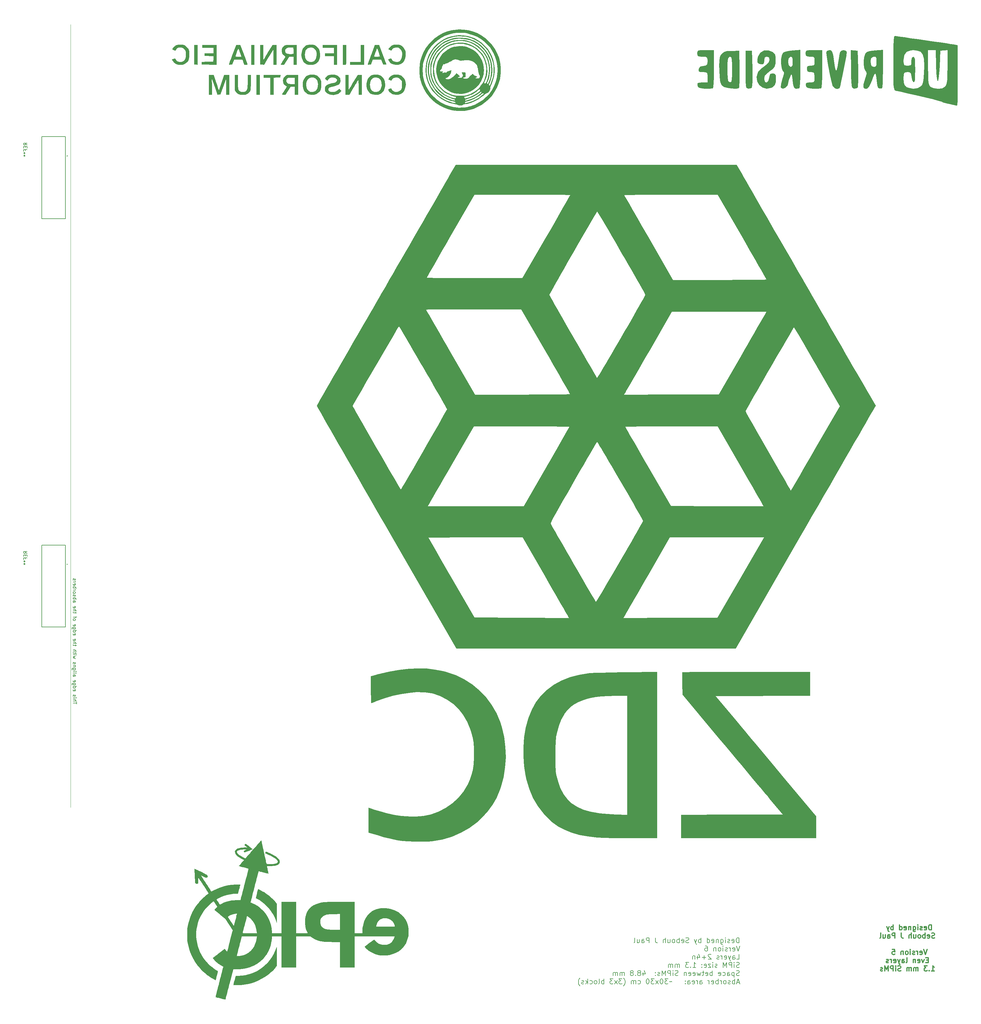
<source format=gbr>
%TF.GenerationSoftware,KiCad,Pcbnew,8.0.2-1*%
%TF.CreationDate,2024-10-14T18:36:09-04:00*%
%TF.ProjectId,EvenLayers_1.3mm_SiPM,4576656e-4c61-4796-9572-735f312e336d,rev?*%
%TF.SameCoordinates,Original*%
%TF.FileFunction,Legend,Bot*%
%TF.FilePolarity,Positive*%
%FSLAX46Y46*%
G04 Gerber Fmt 4.6, Leading zero omitted, Abs format (unit mm)*
G04 Created by KiCad (PCBNEW 8.0.2-1) date 2024-10-14 18:36:09*
%MOMM*%
%LPD*%
G01*
G04 APERTURE LIST*
%ADD10C,0.100000*%
%ADD11C,0.150000*%
%ADD12C,0.300000*%
%ADD13C,0.000000*%
%ADD14C,0.200000*%
G04 APERTURE END LIST*
D10*
X75000000Y-265000000D02*
X75000000Y-35000000D01*
D11*
X271444173Y-304841380D02*
X271444173Y-303341380D01*
X271444173Y-303341380D02*
X271087030Y-303341380D01*
X271087030Y-303341380D02*
X270872744Y-303412809D01*
X270872744Y-303412809D02*
X270729887Y-303555666D01*
X270729887Y-303555666D02*
X270658458Y-303698523D01*
X270658458Y-303698523D02*
X270587030Y-303984237D01*
X270587030Y-303984237D02*
X270587030Y-304198523D01*
X270587030Y-304198523D02*
X270658458Y-304484237D01*
X270658458Y-304484237D02*
X270729887Y-304627094D01*
X270729887Y-304627094D02*
X270872744Y-304769952D01*
X270872744Y-304769952D02*
X271087030Y-304841380D01*
X271087030Y-304841380D02*
X271444173Y-304841380D01*
X269372744Y-304769952D02*
X269515601Y-304841380D01*
X269515601Y-304841380D02*
X269801316Y-304841380D01*
X269801316Y-304841380D02*
X269944173Y-304769952D01*
X269944173Y-304769952D02*
X270015601Y-304627094D01*
X270015601Y-304627094D02*
X270015601Y-304055666D01*
X270015601Y-304055666D02*
X269944173Y-303912809D01*
X269944173Y-303912809D02*
X269801316Y-303841380D01*
X269801316Y-303841380D02*
X269515601Y-303841380D01*
X269515601Y-303841380D02*
X269372744Y-303912809D01*
X269372744Y-303912809D02*
X269301316Y-304055666D01*
X269301316Y-304055666D02*
X269301316Y-304198523D01*
X269301316Y-304198523D02*
X270015601Y-304341380D01*
X268729887Y-304769952D02*
X268587030Y-304841380D01*
X268587030Y-304841380D02*
X268301316Y-304841380D01*
X268301316Y-304841380D02*
X268158459Y-304769952D01*
X268158459Y-304769952D02*
X268087030Y-304627094D01*
X268087030Y-304627094D02*
X268087030Y-304555666D01*
X268087030Y-304555666D02*
X268158459Y-304412809D01*
X268158459Y-304412809D02*
X268301316Y-304341380D01*
X268301316Y-304341380D02*
X268515602Y-304341380D01*
X268515602Y-304341380D02*
X268658459Y-304269952D01*
X268658459Y-304269952D02*
X268729887Y-304127094D01*
X268729887Y-304127094D02*
X268729887Y-304055666D01*
X268729887Y-304055666D02*
X268658459Y-303912809D01*
X268658459Y-303912809D02*
X268515602Y-303841380D01*
X268515602Y-303841380D02*
X268301316Y-303841380D01*
X268301316Y-303841380D02*
X268158459Y-303912809D01*
X267444173Y-304841380D02*
X267444173Y-303841380D01*
X267444173Y-303341380D02*
X267515601Y-303412809D01*
X267515601Y-303412809D02*
X267444173Y-303484237D01*
X267444173Y-303484237D02*
X267372744Y-303412809D01*
X267372744Y-303412809D02*
X267444173Y-303341380D01*
X267444173Y-303341380D02*
X267444173Y-303484237D01*
X266087030Y-303841380D02*
X266087030Y-305055666D01*
X266087030Y-305055666D02*
X266158458Y-305198523D01*
X266158458Y-305198523D02*
X266229887Y-305269952D01*
X266229887Y-305269952D02*
X266372744Y-305341380D01*
X266372744Y-305341380D02*
X266587030Y-305341380D01*
X266587030Y-305341380D02*
X266729887Y-305269952D01*
X266087030Y-304769952D02*
X266229887Y-304841380D01*
X266229887Y-304841380D02*
X266515601Y-304841380D01*
X266515601Y-304841380D02*
X266658458Y-304769952D01*
X266658458Y-304769952D02*
X266729887Y-304698523D01*
X266729887Y-304698523D02*
X266801315Y-304555666D01*
X266801315Y-304555666D02*
X266801315Y-304127094D01*
X266801315Y-304127094D02*
X266729887Y-303984237D01*
X266729887Y-303984237D02*
X266658458Y-303912809D01*
X266658458Y-303912809D02*
X266515601Y-303841380D01*
X266515601Y-303841380D02*
X266229887Y-303841380D01*
X266229887Y-303841380D02*
X266087030Y-303912809D01*
X265372744Y-303841380D02*
X265372744Y-304841380D01*
X265372744Y-303984237D02*
X265301315Y-303912809D01*
X265301315Y-303912809D02*
X265158458Y-303841380D01*
X265158458Y-303841380D02*
X264944172Y-303841380D01*
X264944172Y-303841380D02*
X264801315Y-303912809D01*
X264801315Y-303912809D02*
X264729887Y-304055666D01*
X264729887Y-304055666D02*
X264729887Y-304841380D01*
X263444172Y-304769952D02*
X263587029Y-304841380D01*
X263587029Y-304841380D02*
X263872744Y-304841380D01*
X263872744Y-304841380D02*
X264015601Y-304769952D01*
X264015601Y-304769952D02*
X264087029Y-304627094D01*
X264087029Y-304627094D02*
X264087029Y-304055666D01*
X264087029Y-304055666D02*
X264015601Y-303912809D01*
X264015601Y-303912809D02*
X263872744Y-303841380D01*
X263872744Y-303841380D02*
X263587029Y-303841380D01*
X263587029Y-303841380D02*
X263444172Y-303912809D01*
X263444172Y-303912809D02*
X263372744Y-304055666D01*
X263372744Y-304055666D02*
X263372744Y-304198523D01*
X263372744Y-304198523D02*
X264087029Y-304341380D01*
X262087030Y-304841380D02*
X262087030Y-303341380D01*
X262087030Y-304769952D02*
X262229887Y-304841380D01*
X262229887Y-304841380D02*
X262515601Y-304841380D01*
X262515601Y-304841380D02*
X262658458Y-304769952D01*
X262658458Y-304769952D02*
X262729887Y-304698523D01*
X262729887Y-304698523D02*
X262801315Y-304555666D01*
X262801315Y-304555666D02*
X262801315Y-304127094D01*
X262801315Y-304127094D02*
X262729887Y-303984237D01*
X262729887Y-303984237D02*
X262658458Y-303912809D01*
X262658458Y-303912809D02*
X262515601Y-303841380D01*
X262515601Y-303841380D02*
X262229887Y-303841380D01*
X262229887Y-303841380D02*
X262087030Y-303912809D01*
X260229887Y-304841380D02*
X260229887Y-303341380D01*
X260229887Y-303912809D02*
X260087030Y-303841380D01*
X260087030Y-303841380D02*
X259801315Y-303841380D01*
X259801315Y-303841380D02*
X259658458Y-303912809D01*
X259658458Y-303912809D02*
X259587030Y-303984237D01*
X259587030Y-303984237D02*
X259515601Y-304127094D01*
X259515601Y-304127094D02*
X259515601Y-304555666D01*
X259515601Y-304555666D02*
X259587030Y-304698523D01*
X259587030Y-304698523D02*
X259658458Y-304769952D01*
X259658458Y-304769952D02*
X259801315Y-304841380D01*
X259801315Y-304841380D02*
X260087030Y-304841380D01*
X260087030Y-304841380D02*
X260229887Y-304769952D01*
X259015601Y-303841380D02*
X258658458Y-304841380D01*
X258301315Y-303841380D02*
X258658458Y-304841380D01*
X258658458Y-304841380D02*
X258801315Y-305198523D01*
X258801315Y-305198523D02*
X258872744Y-305269952D01*
X258872744Y-305269952D02*
X259015601Y-305341380D01*
X256658458Y-304769952D02*
X256444173Y-304841380D01*
X256444173Y-304841380D02*
X256087030Y-304841380D01*
X256087030Y-304841380D02*
X255944173Y-304769952D01*
X255944173Y-304769952D02*
X255872744Y-304698523D01*
X255872744Y-304698523D02*
X255801315Y-304555666D01*
X255801315Y-304555666D02*
X255801315Y-304412809D01*
X255801315Y-304412809D02*
X255872744Y-304269952D01*
X255872744Y-304269952D02*
X255944173Y-304198523D01*
X255944173Y-304198523D02*
X256087030Y-304127094D01*
X256087030Y-304127094D02*
X256372744Y-304055666D01*
X256372744Y-304055666D02*
X256515601Y-303984237D01*
X256515601Y-303984237D02*
X256587030Y-303912809D01*
X256587030Y-303912809D02*
X256658458Y-303769952D01*
X256658458Y-303769952D02*
X256658458Y-303627094D01*
X256658458Y-303627094D02*
X256587030Y-303484237D01*
X256587030Y-303484237D02*
X256515601Y-303412809D01*
X256515601Y-303412809D02*
X256372744Y-303341380D01*
X256372744Y-303341380D02*
X256015601Y-303341380D01*
X256015601Y-303341380D02*
X255801315Y-303412809D01*
X254587030Y-304769952D02*
X254729887Y-304841380D01*
X254729887Y-304841380D02*
X255015602Y-304841380D01*
X255015602Y-304841380D02*
X255158459Y-304769952D01*
X255158459Y-304769952D02*
X255229887Y-304627094D01*
X255229887Y-304627094D02*
X255229887Y-304055666D01*
X255229887Y-304055666D02*
X255158459Y-303912809D01*
X255158459Y-303912809D02*
X255015602Y-303841380D01*
X255015602Y-303841380D02*
X254729887Y-303841380D01*
X254729887Y-303841380D02*
X254587030Y-303912809D01*
X254587030Y-303912809D02*
X254515602Y-304055666D01*
X254515602Y-304055666D02*
X254515602Y-304198523D01*
X254515602Y-304198523D02*
X255229887Y-304341380D01*
X253872745Y-304841380D02*
X253872745Y-303341380D01*
X253872745Y-303912809D02*
X253729888Y-303841380D01*
X253729888Y-303841380D02*
X253444173Y-303841380D01*
X253444173Y-303841380D02*
X253301316Y-303912809D01*
X253301316Y-303912809D02*
X253229888Y-303984237D01*
X253229888Y-303984237D02*
X253158459Y-304127094D01*
X253158459Y-304127094D02*
X253158459Y-304555666D01*
X253158459Y-304555666D02*
X253229888Y-304698523D01*
X253229888Y-304698523D02*
X253301316Y-304769952D01*
X253301316Y-304769952D02*
X253444173Y-304841380D01*
X253444173Y-304841380D02*
X253729888Y-304841380D01*
X253729888Y-304841380D02*
X253872745Y-304769952D01*
X252301316Y-304841380D02*
X252444173Y-304769952D01*
X252444173Y-304769952D02*
X252515602Y-304698523D01*
X252515602Y-304698523D02*
X252587030Y-304555666D01*
X252587030Y-304555666D02*
X252587030Y-304127094D01*
X252587030Y-304127094D02*
X252515602Y-303984237D01*
X252515602Y-303984237D02*
X252444173Y-303912809D01*
X252444173Y-303912809D02*
X252301316Y-303841380D01*
X252301316Y-303841380D02*
X252087030Y-303841380D01*
X252087030Y-303841380D02*
X251944173Y-303912809D01*
X251944173Y-303912809D02*
X251872745Y-303984237D01*
X251872745Y-303984237D02*
X251801316Y-304127094D01*
X251801316Y-304127094D02*
X251801316Y-304555666D01*
X251801316Y-304555666D02*
X251872745Y-304698523D01*
X251872745Y-304698523D02*
X251944173Y-304769952D01*
X251944173Y-304769952D02*
X252087030Y-304841380D01*
X252087030Y-304841380D02*
X252301316Y-304841380D01*
X250515602Y-303841380D02*
X250515602Y-304841380D01*
X251158459Y-303841380D02*
X251158459Y-304627094D01*
X251158459Y-304627094D02*
X251087030Y-304769952D01*
X251087030Y-304769952D02*
X250944173Y-304841380D01*
X250944173Y-304841380D02*
X250729887Y-304841380D01*
X250729887Y-304841380D02*
X250587030Y-304769952D01*
X250587030Y-304769952D02*
X250515602Y-304698523D01*
X249801316Y-304841380D02*
X249801316Y-303341380D01*
X249158459Y-304841380D02*
X249158459Y-304055666D01*
X249158459Y-304055666D02*
X249229887Y-303912809D01*
X249229887Y-303912809D02*
X249372744Y-303841380D01*
X249372744Y-303841380D02*
X249587030Y-303841380D01*
X249587030Y-303841380D02*
X249729887Y-303912809D01*
X249729887Y-303912809D02*
X249801316Y-303984237D01*
X246872744Y-303341380D02*
X246872744Y-304412809D01*
X246872744Y-304412809D02*
X246944173Y-304627094D01*
X246944173Y-304627094D02*
X247087030Y-304769952D01*
X247087030Y-304769952D02*
X247301316Y-304841380D01*
X247301316Y-304841380D02*
X247444173Y-304841380D01*
X245015602Y-304841380D02*
X245015602Y-303341380D01*
X245015602Y-303341380D02*
X244444173Y-303341380D01*
X244444173Y-303341380D02*
X244301316Y-303412809D01*
X244301316Y-303412809D02*
X244229887Y-303484237D01*
X244229887Y-303484237D02*
X244158459Y-303627094D01*
X244158459Y-303627094D02*
X244158459Y-303841380D01*
X244158459Y-303841380D02*
X244229887Y-303984237D01*
X244229887Y-303984237D02*
X244301316Y-304055666D01*
X244301316Y-304055666D02*
X244444173Y-304127094D01*
X244444173Y-304127094D02*
X245015602Y-304127094D01*
X242872745Y-304841380D02*
X242872745Y-304055666D01*
X242872745Y-304055666D02*
X242944173Y-303912809D01*
X242944173Y-303912809D02*
X243087030Y-303841380D01*
X243087030Y-303841380D02*
X243372745Y-303841380D01*
X243372745Y-303841380D02*
X243515602Y-303912809D01*
X242872745Y-304769952D02*
X243015602Y-304841380D01*
X243015602Y-304841380D02*
X243372745Y-304841380D01*
X243372745Y-304841380D02*
X243515602Y-304769952D01*
X243515602Y-304769952D02*
X243587030Y-304627094D01*
X243587030Y-304627094D02*
X243587030Y-304484237D01*
X243587030Y-304484237D02*
X243515602Y-304341380D01*
X243515602Y-304341380D02*
X243372745Y-304269952D01*
X243372745Y-304269952D02*
X243015602Y-304269952D01*
X243015602Y-304269952D02*
X242872745Y-304198523D01*
X241515602Y-303841380D02*
X241515602Y-304841380D01*
X242158459Y-303841380D02*
X242158459Y-304627094D01*
X242158459Y-304627094D02*
X242087030Y-304769952D01*
X242087030Y-304769952D02*
X241944173Y-304841380D01*
X241944173Y-304841380D02*
X241729887Y-304841380D01*
X241729887Y-304841380D02*
X241587030Y-304769952D01*
X241587030Y-304769952D02*
X241515602Y-304698523D01*
X240587030Y-304841380D02*
X240729887Y-304769952D01*
X240729887Y-304769952D02*
X240801316Y-304627094D01*
X240801316Y-304627094D02*
X240801316Y-303341380D01*
X271658458Y-305756296D02*
X271158458Y-307256296D01*
X271158458Y-307256296D02*
X270658458Y-305756296D01*
X269587030Y-307184868D02*
X269729887Y-307256296D01*
X269729887Y-307256296D02*
X270015602Y-307256296D01*
X270015602Y-307256296D02*
X270158459Y-307184868D01*
X270158459Y-307184868D02*
X270229887Y-307042010D01*
X270229887Y-307042010D02*
X270229887Y-306470582D01*
X270229887Y-306470582D02*
X270158459Y-306327725D01*
X270158459Y-306327725D02*
X270015602Y-306256296D01*
X270015602Y-306256296D02*
X269729887Y-306256296D01*
X269729887Y-306256296D02*
X269587030Y-306327725D01*
X269587030Y-306327725D02*
X269515602Y-306470582D01*
X269515602Y-306470582D02*
X269515602Y-306613439D01*
X269515602Y-306613439D02*
X270229887Y-306756296D01*
X268872745Y-307256296D02*
X268872745Y-306256296D01*
X268872745Y-306542010D02*
X268801316Y-306399153D01*
X268801316Y-306399153D02*
X268729888Y-306327725D01*
X268729888Y-306327725D02*
X268587030Y-306256296D01*
X268587030Y-306256296D02*
X268444173Y-306256296D01*
X268015602Y-307184868D02*
X267872745Y-307256296D01*
X267872745Y-307256296D02*
X267587031Y-307256296D01*
X267587031Y-307256296D02*
X267444174Y-307184868D01*
X267444174Y-307184868D02*
X267372745Y-307042010D01*
X267372745Y-307042010D02*
X267372745Y-306970582D01*
X267372745Y-306970582D02*
X267444174Y-306827725D01*
X267444174Y-306827725D02*
X267587031Y-306756296D01*
X267587031Y-306756296D02*
X267801317Y-306756296D01*
X267801317Y-306756296D02*
X267944174Y-306684868D01*
X267944174Y-306684868D02*
X268015602Y-306542010D01*
X268015602Y-306542010D02*
X268015602Y-306470582D01*
X268015602Y-306470582D02*
X267944174Y-306327725D01*
X267944174Y-306327725D02*
X267801317Y-306256296D01*
X267801317Y-306256296D02*
X267587031Y-306256296D01*
X267587031Y-306256296D02*
X267444174Y-306327725D01*
X266729888Y-307256296D02*
X266729888Y-306256296D01*
X266729888Y-305756296D02*
X266801316Y-305827725D01*
X266801316Y-305827725D02*
X266729888Y-305899153D01*
X266729888Y-305899153D02*
X266658459Y-305827725D01*
X266658459Y-305827725D02*
X266729888Y-305756296D01*
X266729888Y-305756296D02*
X266729888Y-305899153D01*
X265801316Y-307256296D02*
X265944173Y-307184868D01*
X265944173Y-307184868D02*
X266015602Y-307113439D01*
X266015602Y-307113439D02*
X266087030Y-306970582D01*
X266087030Y-306970582D02*
X266087030Y-306542010D01*
X266087030Y-306542010D02*
X266015602Y-306399153D01*
X266015602Y-306399153D02*
X265944173Y-306327725D01*
X265944173Y-306327725D02*
X265801316Y-306256296D01*
X265801316Y-306256296D02*
X265587030Y-306256296D01*
X265587030Y-306256296D02*
X265444173Y-306327725D01*
X265444173Y-306327725D02*
X265372745Y-306399153D01*
X265372745Y-306399153D02*
X265301316Y-306542010D01*
X265301316Y-306542010D02*
X265301316Y-306970582D01*
X265301316Y-306970582D02*
X265372745Y-307113439D01*
X265372745Y-307113439D02*
X265444173Y-307184868D01*
X265444173Y-307184868D02*
X265587030Y-307256296D01*
X265587030Y-307256296D02*
X265801316Y-307256296D01*
X264658459Y-306256296D02*
X264658459Y-307256296D01*
X264658459Y-306399153D02*
X264587030Y-306327725D01*
X264587030Y-306327725D02*
X264444173Y-306256296D01*
X264444173Y-306256296D02*
X264229887Y-306256296D01*
X264229887Y-306256296D02*
X264087030Y-306327725D01*
X264087030Y-306327725D02*
X264015602Y-306470582D01*
X264015602Y-306470582D02*
X264015602Y-307256296D01*
X261515602Y-305756296D02*
X261801316Y-305756296D01*
X261801316Y-305756296D02*
X261944173Y-305827725D01*
X261944173Y-305827725D02*
X262015602Y-305899153D01*
X262015602Y-305899153D02*
X262158459Y-306113439D01*
X262158459Y-306113439D02*
X262229887Y-306399153D01*
X262229887Y-306399153D02*
X262229887Y-306970582D01*
X262229887Y-306970582D02*
X262158459Y-307113439D01*
X262158459Y-307113439D02*
X262087030Y-307184868D01*
X262087030Y-307184868D02*
X261944173Y-307256296D01*
X261944173Y-307256296D02*
X261658459Y-307256296D01*
X261658459Y-307256296D02*
X261515602Y-307184868D01*
X261515602Y-307184868D02*
X261444173Y-307113439D01*
X261444173Y-307113439D02*
X261372744Y-306970582D01*
X261372744Y-306970582D02*
X261372744Y-306613439D01*
X261372744Y-306613439D02*
X261444173Y-306470582D01*
X261444173Y-306470582D02*
X261515602Y-306399153D01*
X261515602Y-306399153D02*
X261658459Y-306327725D01*
X261658459Y-306327725D02*
X261944173Y-306327725D01*
X261944173Y-306327725D02*
X262087030Y-306399153D01*
X262087030Y-306399153D02*
X262158459Y-306470582D01*
X262158459Y-306470582D02*
X262229887Y-306613439D01*
X270729887Y-309671212D02*
X271444173Y-309671212D01*
X271444173Y-309671212D02*
X271444173Y-308171212D01*
X269587030Y-309671212D02*
X269587030Y-308885498D01*
X269587030Y-308885498D02*
X269658458Y-308742641D01*
X269658458Y-308742641D02*
X269801315Y-308671212D01*
X269801315Y-308671212D02*
X270087030Y-308671212D01*
X270087030Y-308671212D02*
X270229887Y-308742641D01*
X269587030Y-309599784D02*
X269729887Y-309671212D01*
X269729887Y-309671212D02*
X270087030Y-309671212D01*
X270087030Y-309671212D02*
X270229887Y-309599784D01*
X270229887Y-309599784D02*
X270301315Y-309456926D01*
X270301315Y-309456926D02*
X270301315Y-309314069D01*
X270301315Y-309314069D02*
X270229887Y-309171212D01*
X270229887Y-309171212D02*
X270087030Y-309099784D01*
X270087030Y-309099784D02*
X269729887Y-309099784D01*
X269729887Y-309099784D02*
X269587030Y-309028355D01*
X269015601Y-308671212D02*
X268658458Y-309671212D01*
X268301315Y-308671212D02*
X268658458Y-309671212D01*
X268658458Y-309671212D02*
X268801315Y-310028355D01*
X268801315Y-310028355D02*
X268872744Y-310099784D01*
X268872744Y-310099784D02*
X269015601Y-310171212D01*
X267158458Y-309599784D02*
X267301315Y-309671212D01*
X267301315Y-309671212D02*
X267587030Y-309671212D01*
X267587030Y-309671212D02*
X267729887Y-309599784D01*
X267729887Y-309599784D02*
X267801315Y-309456926D01*
X267801315Y-309456926D02*
X267801315Y-308885498D01*
X267801315Y-308885498D02*
X267729887Y-308742641D01*
X267729887Y-308742641D02*
X267587030Y-308671212D01*
X267587030Y-308671212D02*
X267301315Y-308671212D01*
X267301315Y-308671212D02*
X267158458Y-308742641D01*
X267158458Y-308742641D02*
X267087030Y-308885498D01*
X267087030Y-308885498D02*
X267087030Y-309028355D01*
X267087030Y-309028355D02*
X267801315Y-309171212D01*
X266444173Y-309671212D02*
X266444173Y-308671212D01*
X266444173Y-308956926D02*
X266372744Y-308814069D01*
X266372744Y-308814069D02*
X266301316Y-308742641D01*
X266301316Y-308742641D02*
X266158458Y-308671212D01*
X266158458Y-308671212D02*
X266015601Y-308671212D01*
X265587030Y-309599784D02*
X265444173Y-309671212D01*
X265444173Y-309671212D02*
X265158459Y-309671212D01*
X265158459Y-309671212D02*
X265015602Y-309599784D01*
X265015602Y-309599784D02*
X264944173Y-309456926D01*
X264944173Y-309456926D02*
X264944173Y-309385498D01*
X264944173Y-309385498D02*
X265015602Y-309242641D01*
X265015602Y-309242641D02*
X265158459Y-309171212D01*
X265158459Y-309171212D02*
X265372745Y-309171212D01*
X265372745Y-309171212D02*
X265515602Y-309099784D01*
X265515602Y-309099784D02*
X265587030Y-308956926D01*
X265587030Y-308956926D02*
X265587030Y-308885498D01*
X265587030Y-308885498D02*
X265515602Y-308742641D01*
X265515602Y-308742641D02*
X265372745Y-308671212D01*
X265372745Y-308671212D02*
X265158459Y-308671212D01*
X265158459Y-308671212D02*
X265015602Y-308742641D01*
X263229887Y-308314069D02*
X263158459Y-308242641D01*
X263158459Y-308242641D02*
X263015602Y-308171212D01*
X263015602Y-308171212D02*
X262658459Y-308171212D01*
X262658459Y-308171212D02*
X262515602Y-308242641D01*
X262515602Y-308242641D02*
X262444173Y-308314069D01*
X262444173Y-308314069D02*
X262372744Y-308456926D01*
X262372744Y-308456926D02*
X262372744Y-308599784D01*
X262372744Y-308599784D02*
X262444173Y-308814069D01*
X262444173Y-308814069D02*
X263301316Y-309671212D01*
X263301316Y-309671212D02*
X262372744Y-309671212D01*
X261729888Y-309099784D02*
X260587031Y-309099784D01*
X261158459Y-309671212D02*
X261158459Y-308528355D01*
X259229888Y-308671212D02*
X259229888Y-309671212D01*
X259587030Y-308099784D02*
X259944173Y-309171212D01*
X259944173Y-309171212D02*
X259015602Y-309171212D01*
X258444174Y-308671212D02*
X258444174Y-309671212D01*
X258444174Y-308814069D02*
X258372745Y-308742641D01*
X258372745Y-308742641D02*
X258229888Y-308671212D01*
X258229888Y-308671212D02*
X258015602Y-308671212D01*
X258015602Y-308671212D02*
X257872745Y-308742641D01*
X257872745Y-308742641D02*
X257801317Y-308885498D01*
X257801317Y-308885498D02*
X257801317Y-309671212D01*
X271515601Y-312014700D02*
X271301316Y-312086128D01*
X271301316Y-312086128D02*
X270944173Y-312086128D01*
X270944173Y-312086128D02*
X270801316Y-312014700D01*
X270801316Y-312014700D02*
X270729887Y-311943271D01*
X270729887Y-311943271D02*
X270658458Y-311800414D01*
X270658458Y-311800414D02*
X270658458Y-311657557D01*
X270658458Y-311657557D02*
X270729887Y-311514700D01*
X270729887Y-311514700D02*
X270801316Y-311443271D01*
X270801316Y-311443271D02*
X270944173Y-311371842D01*
X270944173Y-311371842D02*
X271229887Y-311300414D01*
X271229887Y-311300414D02*
X271372744Y-311228985D01*
X271372744Y-311228985D02*
X271444173Y-311157557D01*
X271444173Y-311157557D02*
X271515601Y-311014700D01*
X271515601Y-311014700D02*
X271515601Y-310871842D01*
X271515601Y-310871842D02*
X271444173Y-310728985D01*
X271444173Y-310728985D02*
X271372744Y-310657557D01*
X271372744Y-310657557D02*
X271229887Y-310586128D01*
X271229887Y-310586128D02*
X270872744Y-310586128D01*
X270872744Y-310586128D02*
X270658458Y-310657557D01*
X270015602Y-312086128D02*
X270015602Y-311086128D01*
X270015602Y-310586128D02*
X270087030Y-310657557D01*
X270087030Y-310657557D02*
X270015602Y-310728985D01*
X270015602Y-310728985D02*
X269944173Y-310657557D01*
X269944173Y-310657557D02*
X270015602Y-310586128D01*
X270015602Y-310586128D02*
X270015602Y-310728985D01*
X269301316Y-312086128D02*
X269301316Y-310586128D01*
X269301316Y-310586128D02*
X268729887Y-310586128D01*
X268729887Y-310586128D02*
X268587030Y-310657557D01*
X268587030Y-310657557D02*
X268515601Y-310728985D01*
X268515601Y-310728985D02*
X268444173Y-310871842D01*
X268444173Y-310871842D02*
X268444173Y-311086128D01*
X268444173Y-311086128D02*
X268515601Y-311228985D01*
X268515601Y-311228985D02*
X268587030Y-311300414D01*
X268587030Y-311300414D02*
X268729887Y-311371842D01*
X268729887Y-311371842D02*
X269301316Y-311371842D01*
X267801316Y-312086128D02*
X267801316Y-310586128D01*
X267801316Y-310586128D02*
X267301316Y-311657557D01*
X267301316Y-311657557D02*
X266801316Y-310586128D01*
X266801316Y-310586128D02*
X266801316Y-312086128D01*
X265015601Y-312014700D02*
X264872744Y-312086128D01*
X264872744Y-312086128D02*
X264587030Y-312086128D01*
X264587030Y-312086128D02*
X264444173Y-312014700D01*
X264444173Y-312014700D02*
X264372744Y-311871842D01*
X264372744Y-311871842D02*
X264372744Y-311800414D01*
X264372744Y-311800414D02*
X264444173Y-311657557D01*
X264444173Y-311657557D02*
X264587030Y-311586128D01*
X264587030Y-311586128D02*
X264801316Y-311586128D01*
X264801316Y-311586128D02*
X264944173Y-311514700D01*
X264944173Y-311514700D02*
X265015601Y-311371842D01*
X265015601Y-311371842D02*
X265015601Y-311300414D01*
X265015601Y-311300414D02*
X264944173Y-311157557D01*
X264944173Y-311157557D02*
X264801316Y-311086128D01*
X264801316Y-311086128D02*
X264587030Y-311086128D01*
X264587030Y-311086128D02*
X264444173Y-311157557D01*
X263729887Y-312086128D02*
X263729887Y-311086128D01*
X263729887Y-310586128D02*
X263801315Y-310657557D01*
X263801315Y-310657557D02*
X263729887Y-310728985D01*
X263729887Y-310728985D02*
X263658458Y-310657557D01*
X263658458Y-310657557D02*
X263729887Y-310586128D01*
X263729887Y-310586128D02*
X263729887Y-310728985D01*
X263158458Y-311086128D02*
X262372744Y-311086128D01*
X262372744Y-311086128D02*
X263158458Y-312086128D01*
X263158458Y-312086128D02*
X262372744Y-312086128D01*
X261229886Y-312014700D02*
X261372743Y-312086128D01*
X261372743Y-312086128D02*
X261658458Y-312086128D01*
X261658458Y-312086128D02*
X261801315Y-312014700D01*
X261801315Y-312014700D02*
X261872743Y-311871842D01*
X261872743Y-311871842D02*
X261872743Y-311300414D01*
X261872743Y-311300414D02*
X261801315Y-311157557D01*
X261801315Y-311157557D02*
X261658458Y-311086128D01*
X261658458Y-311086128D02*
X261372743Y-311086128D01*
X261372743Y-311086128D02*
X261229886Y-311157557D01*
X261229886Y-311157557D02*
X261158458Y-311300414D01*
X261158458Y-311300414D02*
X261158458Y-311443271D01*
X261158458Y-311443271D02*
X261872743Y-311586128D01*
X260515601Y-311943271D02*
X260444172Y-312014700D01*
X260444172Y-312014700D02*
X260515601Y-312086128D01*
X260515601Y-312086128D02*
X260587029Y-312014700D01*
X260587029Y-312014700D02*
X260515601Y-311943271D01*
X260515601Y-311943271D02*
X260515601Y-312086128D01*
X260515601Y-311157557D02*
X260444172Y-311228985D01*
X260444172Y-311228985D02*
X260515601Y-311300414D01*
X260515601Y-311300414D02*
X260587029Y-311228985D01*
X260587029Y-311228985D02*
X260515601Y-311157557D01*
X260515601Y-311157557D02*
X260515601Y-311300414D01*
X257872743Y-312086128D02*
X258729886Y-312086128D01*
X258301315Y-312086128D02*
X258301315Y-310586128D01*
X258301315Y-310586128D02*
X258444172Y-310800414D01*
X258444172Y-310800414D02*
X258587029Y-310943271D01*
X258587029Y-310943271D02*
X258729886Y-311014700D01*
X257229887Y-311943271D02*
X257158458Y-312014700D01*
X257158458Y-312014700D02*
X257229887Y-312086128D01*
X257229887Y-312086128D02*
X257301315Y-312014700D01*
X257301315Y-312014700D02*
X257229887Y-311943271D01*
X257229887Y-311943271D02*
X257229887Y-312086128D01*
X256658458Y-310586128D02*
X255729886Y-310586128D01*
X255729886Y-310586128D02*
X256229886Y-311157557D01*
X256229886Y-311157557D02*
X256015601Y-311157557D01*
X256015601Y-311157557D02*
X255872744Y-311228985D01*
X255872744Y-311228985D02*
X255801315Y-311300414D01*
X255801315Y-311300414D02*
X255729886Y-311443271D01*
X255729886Y-311443271D02*
X255729886Y-311800414D01*
X255729886Y-311800414D02*
X255801315Y-311943271D01*
X255801315Y-311943271D02*
X255872744Y-312014700D01*
X255872744Y-312014700D02*
X256015601Y-312086128D01*
X256015601Y-312086128D02*
X256444172Y-312086128D01*
X256444172Y-312086128D02*
X256587029Y-312014700D01*
X256587029Y-312014700D02*
X256658458Y-311943271D01*
X253944173Y-312086128D02*
X253944173Y-311086128D01*
X253944173Y-311228985D02*
X253872744Y-311157557D01*
X253872744Y-311157557D02*
X253729887Y-311086128D01*
X253729887Y-311086128D02*
X253515601Y-311086128D01*
X253515601Y-311086128D02*
X253372744Y-311157557D01*
X253372744Y-311157557D02*
X253301316Y-311300414D01*
X253301316Y-311300414D02*
X253301316Y-312086128D01*
X253301316Y-311300414D02*
X253229887Y-311157557D01*
X253229887Y-311157557D02*
X253087030Y-311086128D01*
X253087030Y-311086128D02*
X252872744Y-311086128D01*
X252872744Y-311086128D02*
X252729887Y-311157557D01*
X252729887Y-311157557D02*
X252658458Y-311300414D01*
X252658458Y-311300414D02*
X252658458Y-312086128D01*
X251944173Y-312086128D02*
X251944173Y-311086128D01*
X251944173Y-311228985D02*
X251872744Y-311157557D01*
X251872744Y-311157557D02*
X251729887Y-311086128D01*
X251729887Y-311086128D02*
X251515601Y-311086128D01*
X251515601Y-311086128D02*
X251372744Y-311157557D01*
X251372744Y-311157557D02*
X251301316Y-311300414D01*
X251301316Y-311300414D02*
X251301316Y-312086128D01*
X251301316Y-311300414D02*
X251229887Y-311157557D01*
X251229887Y-311157557D02*
X251087030Y-311086128D01*
X251087030Y-311086128D02*
X250872744Y-311086128D01*
X250872744Y-311086128D02*
X250729887Y-311157557D01*
X250729887Y-311157557D02*
X250658458Y-311300414D01*
X250658458Y-311300414D02*
X250658458Y-312086128D01*
X271515601Y-314429616D02*
X271301316Y-314501044D01*
X271301316Y-314501044D02*
X270944173Y-314501044D01*
X270944173Y-314501044D02*
X270801316Y-314429616D01*
X270801316Y-314429616D02*
X270729887Y-314358187D01*
X270729887Y-314358187D02*
X270658458Y-314215330D01*
X270658458Y-314215330D02*
X270658458Y-314072473D01*
X270658458Y-314072473D02*
X270729887Y-313929616D01*
X270729887Y-313929616D02*
X270801316Y-313858187D01*
X270801316Y-313858187D02*
X270944173Y-313786758D01*
X270944173Y-313786758D02*
X271229887Y-313715330D01*
X271229887Y-313715330D02*
X271372744Y-313643901D01*
X271372744Y-313643901D02*
X271444173Y-313572473D01*
X271444173Y-313572473D02*
X271515601Y-313429616D01*
X271515601Y-313429616D02*
X271515601Y-313286758D01*
X271515601Y-313286758D02*
X271444173Y-313143901D01*
X271444173Y-313143901D02*
X271372744Y-313072473D01*
X271372744Y-313072473D02*
X271229887Y-313001044D01*
X271229887Y-313001044D02*
X270872744Y-313001044D01*
X270872744Y-313001044D02*
X270658458Y-313072473D01*
X270015602Y-313501044D02*
X270015602Y-315001044D01*
X270015602Y-313572473D02*
X269872745Y-313501044D01*
X269872745Y-313501044D02*
X269587030Y-313501044D01*
X269587030Y-313501044D02*
X269444173Y-313572473D01*
X269444173Y-313572473D02*
X269372745Y-313643901D01*
X269372745Y-313643901D02*
X269301316Y-313786758D01*
X269301316Y-313786758D02*
X269301316Y-314215330D01*
X269301316Y-314215330D02*
X269372745Y-314358187D01*
X269372745Y-314358187D02*
X269444173Y-314429616D01*
X269444173Y-314429616D02*
X269587030Y-314501044D01*
X269587030Y-314501044D02*
X269872745Y-314501044D01*
X269872745Y-314501044D02*
X270015602Y-314429616D01*
X268015602Y-314501044D02*
X268015602Y-313715330D01*
X268015602Y-313715330D02*
X268087030Y-313572473D01*
X268087030Y-313572473D02*
X268229887Y-313501044D01*
X268229887Y-313501044D02*
X268515602Y-313501044D01*
X268515602Y-313501044D02*
X268658459Y-313572473D01*
X268015602Y-314429616D02*
X268158459Y-314501044D01*
X268158459Y-314501044D02*
X268515602Y-314501044D01*
X268515602Y-314501044D02*
X268658459Y-314429616D01*
X268658459Y-314429616D02*
X268729887Y-314286758D01*
X268729887Y-314286758D02*
X268729887Y-314143901D01*
X268729887Y-314143901D02*
X268658459Y-314001044D01*
X268658459Y-314001044D02*
X268515602Y-313929616D01*
X268515602Y-313929616D02*
X268158459Y-313929616D01*
X268158459Y-313929616D02*
X268015602Y-313858187D01*
X266658459Y-314429616D02*
X266801316Y-314501044D01*
X266801316Y-314501044D02*
X267087030Y-314501044D01*
X267087030Y-314501044D02*
X267229887Y-314429616D01*
X267229887Y-314429616D02*
X267301316Y-314358187D01*
X267301316Y-314358187D02*
X267372744Y-314215330D01*
X267372744Y-314215330D02*
X267372744Y-313786758D01*
X267372744Y-313786758D02*
X267301316Y-313643901D01*
X267301316Y-313643901D02*
X267229887Y-313572473D01*
X267229887Y-313572473D02*
X267087030Y-313501044D01*
X267087030Y-313501044D02*
X266801316Y-313501044D01*
X266801316Y-313501044D02*
X266658459Y-313572473D01*
X265444173Y-314429616D02*
X265587030Y-314501044D01*
X265587030Y-314501044D02*
X265872745Y-314501044D01*
X265872745Y-314501044D02*
X266015602Y-314429616D01*
X266015602Y-314429616D02*
X266087030Y-314286758D01*
X266087030Y-314286758D02*
X266087030Y-313715330D01*
X266087030Y-313715330D02*
X266015602Y-313572473D01*
X266015602Y-313572473D02*
X265872745Y-313501044D01*
X265872745Y-313501044D02*
X265587030Y-313501044D01*
X265587030Y-313501044D02*
X265444173Y-313572473D01*
X265444173Y-313572473D02*
X265372745Y-313715330D01*
X265372745Y-313715330D02*
X265372745Y-313858187D01*
X265372745Y-313858187D02*
X266087030Y-314001044D01*
X263587031Y-314501044D02*
X263587031Y-313001044D01*
X263587031Y-313572473D02*
X263444174Y-313501044D01*
X263444174Y-313501044D02*
X263158459Y-313501044D01*
X263158459Y-313501044D02*
X263015602Y-313572473D01*
X263015602Y-313572473D02*
X262944174Y-313643901D01*
X262944174Y-313643901D02*
X262872745Y-313786758D01*
X262872745Y-313786758D02*
X262872745Y-314215330D01*
X262872745Y-314215330D02*
X262944174Y-314358187D01*
X262944174Y-314358187D02*
X263015602Y-314429616D01*
X263015602Y-314429616D02*
X263158459Y-314501044D01*
X263158459Y-314501044D02*
X263444174Y-314501044D01*
X263444174Y-314501044D02*
X263587031Y-314429616D01*
X261658459Y-314429616D02*
X261801316Y-314501044D01*
X261801316Y-314501044D02*
X262087031Y-314501044D01*
X262087031Y-314501044D02*
X262229888Y-314429616D01*
X262229888Y-314429616D02*
X262301316Y-314286758D01*
X262301316Y-314286758D02*
X262301316Y-313715330D01*
X262301316Y-313715330D02*
X262229888Y-313572473D01*
X262229888Y-313572473D02*
X262087031Y-313501044D01*
X262087031Y-313501044D02*
X261801316Y-313501044D01*
X261801316Y-313501044D02*
X261658459Y-313572473D01*
X261658459Y-313572473D02*
X261587031Y-313715330D01*
X261587031Y-313715330D02*
X261587031Y-313858187D01*
X261587031Y-313858187D02*
X262301316Y-314001044D01*
X261158459Y-313501044D02*
X260587031Y-313501044D01*
X260944174Y-313001044D02*
X260944174Y-314286758D01*
X260944174Y-314286758D02*
X260872745Y-314429616D01*
X260872745Y-314429616D02*
X260729888Y-314501044D01*
X260729888Y-314501044D02*
X260587031Y-314501044D01*
X260229888Y-313501044D02*
X259944174Y-314501044D01*
X259944174Y-314501044D02*
X259658459Y-313786758D01*
X259658459Y-313786758D02*
X259372745Y-314501044D01*
X259372745Y-314501044D02*
X259087031Y-313501044D01*
X257944173Y-314429616D02*
X258087030Y-314501044D01*
X258087030Y-314501044D02*
X258372745Y-314501044D01*
X258372745Y-314501044D02*
X258515602Y-314429616D01*
X258515602Y-314429616D02*
X258587030Y-314286758D01*
X258587030Y-314286758D02*
X258587030Y-313715330D01*
X258587030Y-313715330D02*
X258515602Y-313572473D01*
X258515602Y-313572473D02*
X258372745Y-313501044D01*
X258372745Y-313501044D02*
X258087030Y-313501044D01*
X258087030Y-313501044D02*
X257944173Y-313572473D01*
X257944173Y-313572473D02*
X257872745Y-313715330D01*
X257872745Y-313715330D02*
X257872745Y-313858187D01*
X257872745Y-313858187D02*
X258587030Y-314001044D01*
X256658459Y-314429616D02*
X256801316Y-314501044D01*
X256801316Y-314501044D02*
X257087031Y-314501044D01*
X257087031Y-314501044D02*
X257229888Y-314429616D01*
X257229888Y-314429616D02*
X257301316Y-314286758D01*
X257301316Y-314286758D02*
X257301316Y-313715330D01*
X257301316Y-313715330D02*
X257229888Y-313572473D01*
X257229888Y-313572473D02*
X257087031Y-313501044D01*
X257087031Y-313501044D02*
X256801316Y-313501044D01*
X256801316Y-313501044D02*
X256658459Y-313572473D01*
X256658459Y-313572473D02*
X256587031Y-313715330D01*
X256587031Y-313715330D02*
X256587031Y-313858187D01*
X256587031Y-313858187D02*
X257301316Y-314001044D01*
X255944174Y-313501044D02*
X255944174Y-314501044D01*
X255944174Y-313643901D02*
X255872745Y-313572473D01*
X255872745Y-313572473D02*
X255729888Y-313501044D01*
X255729888Y-313501044D02*
X255515602Y-313501044D01*
X255515602Y-313501044D02*
X255372745Y-313572473D01*
X255372745Y-313572473D02*
X255301317Y-313715330D01*
X255301317Y-313715330D02*
X255301317Y-314501044D01*
X253515602Y-314429616D02*
X253301317Y-314501044D01*
X253301317Y-314501044D02*
X252944174Y-314501044D01*
X252944174Y-314501044D02*
X252801317Y-314429616D01*
X252801317Y-314429616D02*
X252729888Y-314358187D01*
X252729888Y-314358187D02*
X252658459Y-314215330D01*
X252658459Y-314215330D02*
X252658459Y-314072473D01*
X252658459Y-314072473D02*
X252729888Y-313929616D01*
X252729888Y-313929616D02*
X252801317Y-313858187D01*
X252801317Y-313858187D02*
X252944174Y-313786758D01*
X252944174Y-313786758D02*
X253229888Y-313715330D01*
X253229888Y-313715330D02*
X253372745Y-313643901D01*
X253372745Y-313643901D02*
X253444174Y-313572473D01*
X253444174Y-313572473D02*
X253515602Y-313429616D01*
X253515602Y-313429616D02*
X253515602Y-313286758D01*
X253515602Y-313286758D02*
X253444174Y-313143901D01*
X253444174Y-313143901D02*
X253372745Y-313072473D01*
X253372745Y-313072473D02*
X253229888Y-313001044D01*
X253229888Y-313001044D02*
X252872745Y-313001044D01*
X252872745Y-313001044D02*
X252658459Y-313072473D01*
X252015603Y-314501044D02*
X252015603Y-313501044D01*
X252015603Y-313001044D02*
X252087031Y-313072473D01*
X252087031Y-313072473D02*
X252015603Y-313143901D01*
X252015603Y-313143901D02*
X251944174Y-313072473D01*
X251944174Y-313072473D02*
X252015603Y-313001044D01*
X252015603Y-313001044D02*
X252015603Y-313143901D01*
X251301317Y-314501044D02*
X251301317Y-313001044D01*
X251301317Y-313001044D02*
X250729888Y-313001044D01*
X250729888Y-313001044D02*
X250587031Y-313072473D01*
X250587031Y-313072473D02*
X250515602Y-313143901D01*
X250515602Y-313143901D02*
X250444174Y-313286758D01*
X250444174Y-313286758D02*
X250444174Y-313501044D01*
X250444174Y-313501044D02*
X250515602Y-313643901D01*
X250515602Y-313643901D02*
X250587031Y-313715330D01*
X250587031Y-313715330D02*
X250729888Y-313786758D01*
X250729888Y-313786758D02*
X251301317Y-313786758D01*
X249801317Y-314501044D02*
X249801317Y-313001044D01*
X249801317Y-313001044D02*
X249301317Y-314072473D01*
X249301317Y-314072473D02*
X248801317Y-313001044D01*
X248801317Y-313001044D02*
X248801317Y-314501044D01*
X248158459Y-314429616D02*
X248015602Y-314501044D01*
X248015602Y-314501044D02*
X247729888Y-314501044D01*
X247729888Y-314501044D02*
X247587031Y-314429616D01*
X247587031Y-314429616D02*
X247515602Y-314286758D01*
X247515602Y-314286758D02*
X247515602Y-314215330D01*
X247515602Y-314215330D02*
X247587031Y-314072473D01*
X247587031Y-314072473D02*
X247729888Y-314001044D01*
X247729888Y-314001044D02*
X247944174Y-314001044D01*
X247944174Y-314001044D02*
X248087031Y-313929616D01*
X248087031Y-313929616D02*
X248158459Y-313786758D01*
X248158459Y-313786758D02*
X248158459Y-313715330D01*
X248158459Y-313715330D02*
X248087031Y-313572473D01*
X248087031Y-313572473D02*
X247944174Y-313501044D01*
X247944174Y-313501044D02*
X247729888Y-313501044D01*
X247729888Y-313501044D02*
X247587031Y-313572473D01*
X246872745Y-314358187D02*
X246801316Y-314429616D01*
X246801316Y-314429616D02*
X246872745Y-314501044D01*
X246872745Y-314501044D02*
X246944173Y-314429616D01*
X246944173Y-314429616D02*
X246872745Y-314358187D01*
X246872745Y-314358187D02*
X246872745Y-314501044D01*
X246872745Y-313572473D02*
X246801316Y-313643901D01*
X246801316Y-313643901D02*
X246872745Y-313715330D01*
X246872745Y-313715330D02*
X246944173Y-313643901D01*
X246944173Y-313643901D02*
X246872745Y-313572473D01*
X246872745Y-313572473D02*
X246872745Y-313715330D01*
X243229888Y-313501044D02*
X243229888Y-314501044D01*
X243587030Y-312929616D02*
X243944173Y-314001044D01*
X243944173Y-314001044D02*
X243015602Y-314001044D01*
X242229888Y-313643901D02*
X242372745Y-313572473D01*
X242372745Y-313572473D02*
X242444174Y-313501044D01*
X242444174Y-313501044D02*
X242515602Y-313358187D01*
X242515602Y-313358187D02*
X242515602Y-313286758D01*
X242515602Y-313286758D02*
X242444174Y-313143901D01*
X242444174Y-313143901D02*
X242372745Y-313072473D01*
X242372745Y-313072473D02*
X242229888Y-313001044D01*
X242229888Y-313001044D02*
X241944174Y-313001044D01*
X241944174Y-313001044D02*
X241801317Y-313072473D01*
X241801317Y-313072473D02*
X241729888Y-313143901D01*
X241729888Y-313143901D02*
X241658459Y-313286758D01*
X241658459Y-313286758D02*
X241658459Y-313358187D01*
X241658459Y-313358187D02*
X241729888Y-313501044D01*
X241729888Y-313501044D02*
X241801317Y-313572473D01*
X241801317Y-313572473D02*
X241944174Y-313643901D01*
X241944174Y-313643901D02*
X242229888Y-313643901D01*
X242229888Y-313643901D02*
X242372745Y-313715330D01*
X242372745Y-313715330D02*
X242444174Y-313786758D01*
X242444174Y-313786758D02*
X242515602Y-313929616D01*
X242515602Y-313929616D02*
X242515602Y-314215330D01*
X242515602Y-314215330D02*
X242444174Y-314358187D01*
X242444174Y-314358187D02*
X242372745Y-314429616D01*
X242372745Y-314429616D02*
X242229888Y-314501044D01*
X242229888Y-314501044D02*
X241944174Y-314501044D01*
X241944174Y-314501044D02*
X241801317Y-314429616D01*
X241801317Y-314429616D02*
X241729888Y-314358187D01*
X241729888Y-314358187D02*
X241658459Y-314215330D01*
X241658459Y-314215330D02*
X241658459Y-313929616D01*
X241658459Y-313929616D02*
X241729888Y-313786758D01*
X241729888Y-313786758D02*
X241801317Y-313715330D01*
X241801317Y-313715330D02*
X241944174Y-313643901D01*
X241015603Y-314358187D02*
X240944174Y-314429616D01*
X240944174Y-314429616D02*
X241015603Y-314501044D01*
X241015603Y-314501044D02*
X241087031Y-314429616D01*
X241087031Y-314429616D02*
X241015603Y-314358187D01*
X241015603Y-314358187D02*
X241015603Y-314501044D01*
X240087031Y-313643901D02*
X240229888Y-313572473D01*
X240229888Y-313572473D02*
X240301317Y-313501044D01*
X240301317Y-313501044D02*
X240372745Y-313358187D01*
X240372745Y-313358187D02*
X240372745Y-313286758D01*
X240372745Y-313286758D02*
X240301317Y-313143901D01*
X240301317Y-313143901D02*
X240229888Y-313072473D01*
X240229888Y-313072473D02*
X240087031Y-313001044D01*
X240087031Y-313001044D02*
X239801317Y-313001044D01*
X239801317Y-313001044D02*
X239658460Y-313072473D01*
X239658460Y-313072473D02*
X239587031Y-313143901D01*
X239587031Y-313143901D02*
X239515602Y-313286758D01*
X239515602Y-313286758D02*
X239515602Y-313358187D01*
X239515602Y-313358187D02*
X239587031Y-313501044D01*
X239587031Y-313501044D02*
X239658460Y-313572473D01*
X239658460Y-313572473D02*
X239801317Y-313643901D01*
X239801317Y-313643901D02*
X240087031Y-313643901D01*
X240087031Y-313643901D02*
X240229888Y-313715330D01*
X240229888Y-313715330D02*
X240301317Y-313786758D01*
X240301317Y-313786758D02*
X240372745Y-313929616D01*
X240372745Y-313929616D02*
X240372745Y-314215330D01*
X240372745Y-314215330D02*
X240301317Y-314358187D01*
X240301317Y-314358187D02*
X240229888Y-314429616D01*
X240229888Y-314429616D02*
X240087031Y-314501044D01*
X240087031Y-314501044D02*
X239801317Y-314501044D01*
X239801317Y-314501044D02*
X239658460Y-314429616D01*
X239658460Y-314429616D02*
X239587031Y-314358187D01*
X239587031Y-314358187D02*
X239515602Y-314215330D01*
X239515602Y-314215330D02*
X239515602Y-313929616D01*
X239515602Y-313929616D02*
X239587031Y-313786758D01*
X239587031Y-313786758D02*
X239658460Y-313715330D01*
X239658460Y-313715330D02*
X239801317Y-313643901D01*
X237729889Y-314501044D02*
X237729889Y-313501044D01*
X237729889Y-313643901D02*
X237658460Y-313572473D01*
X237658460Y-313572473D02*
X237515603Y-313501044D01*
X237515603Y-313501044D02*
X237301317Y-313501044D01*
X237301317Y-313501044D02*
X237158460Y-313572473D01*
X237158460Y-313572473D02*
X237087032Y-313715330D01*
X237087032Y-313715330D02*
X237087032Y-314501044D01*
X237087032Y-313715330D02*
X237015603Y-313572473D01*
X237015603Y-313572473D02*
X236872746Y-313501044D01*
X236872746Y-313501044D02*
X236658460Y-313501044D01*
X236658460Y-313501044D02*
X236515603Y-313572473D01*
X236515603Y-313572473D02*
X236444174Y-313715330D01*
X236444174Y-313715330D02*
X236444174Y-314501044D01*
X235729889Y-314501044D02*
X235729889Y-313501044D01*
X235729889Y-313643901D02*
X235658460Y-313572473D01*
X235658460Y-313572473D02*
X235515603Y-313501044D01*
X235515603Y-313501044D02*
X235301317Y-313501044D01*
X235301317Y-313501044D02*
X235158460Y-313572473D01*
X235158460Y-313572473D02*
X235087032Y-313715330D01*
X235087032Y-313715330D02*
X235087032Y-314501044D01*
X235087032Y-313715330D02*
X235015603Y-313572473D01*
X235015603Y-313572473D02*
X234872746Y-313501044D01*
X234872746Y-313501044D02*
X234658460Y-313501044D01*
X234658460Y-313501044D02*
X234515603Y-313572473D01*
X234515603Y-313572473D02*
X234444174Y-313715330D01*
X234444174Y-313715330D02*
X234444174Y-314501044D01*
X271515601Y-316487389D02*
X270801316Y-316487389D01*
X271658458Y-316915960D02*
X271158458Y-315415960D01*
X271158458Y-315415960D02*
X270658458Y-316915960D01*
X270158459Y-316915960D02*
X270158459Y-315415960D01*
X270158459Y-315987389D02*
X270015602Y-315915960D01*
X270015602Y-315915960D02*
X269729887Y-315915960D01*
X269729887Y-315915960D02*
X269587030Y-315987389D01*
X269587030Y-315987389D02*
X269515602Y-316058817D01*
X269515602Y-316058817D02*
X269444173Y-316201674D01*
X269444173Y-316201674D02*
X269444173Y-316630246D01*
X269444173Y-316630246D02*
X269515602Y-316773103D01*
X269515602Y-316773103D02*
X269587030Y-316844532D01*
X269587030Y-316844532D02*
X269729887Y-316915960D01*
X269729887Y-316915960D02*
X270015602Y-316915960D01*
X270015602Y-316915960D02*
X270158459Y-316844532D01*
X268872744Y-316844532D02*
X268729887Y-316915960D01*
X268729887Y-316915960D02*
X268444173Y-316915960D01*
X268444173Y-316915960D02*
X268301316Y-316844532D01*
X268301316Y-316844532D02*
X268229887Y-316701674D01*
X268229887Y-316701674D02*
X268229887Y-316630246D01*
X268229887Y-316630246D02*
X268301316Y-316487389D01*
X268301316Y-316487389D02*
X268444173Y-316415960D01*
X268444173Y-316415960D02*
X268658459Y-316415960D01*
X268658459Y-316415960D02*
X268801316Y-316344532D01*
X268801316Y-316344532D02*
X268872744Y-316201674D01*
X268872744Y-316201674D02*
X268872744Y-316130246D01*
X268872744Y-316130246D02*
X268801316Y-315987389D01*
X268801316Y-315987389D02*
X268658459Y-315915960D01*
X268658459Y-315915960D02*
X268444173Y-315915960D01*
X268444173Y-315915960D02*
X268301316Y-315987389D01*
X267372744Y-316915960D02*
X267515601Y-316844532D01*
X267515601Y-316844532D02*
X267587030Y-316773103D01*
X267587030Y-316773103D02*
X267658458Y-316630246D01*
X267658458Y-316630246D02*
X267658458Y-316201674D01*
X267658458Y-316201674D02*
X267587030Y-316058817D01*
X267587030Y-316058817D02*
X267515601Y-315987389D01*
X267515601Y-315987389D02*
X267372744Y-315915960D01*
X267372744Y-315915960D02*
X267158458Y-315915960D01*
X267158458Y-315915960D02*
X267015601Y-315987389D01*
X267015601Y-315987389D02*
X266944173Y-316058817D01*
X266944173Y-316058817D02*
X266872744Y-316201674D01*
X266872744Y-316201674D02*
X266872744Y-316630246D01*
X266872744Y-316630246D02*
X266944173Y-316773103D01*
X266944173Y-316773103D02*
X267015601Y-316844532D01*
X267015601Y-316844532D02*
X267158458Y-316915960D01*
X267158458Y-316915960D02*
X267372744Y-316915960D01*
X266229887Y-316915960D02*
X266229887Y-315915960D01*
X266229887Y-316201674D02*
X266158458Y-316058817D01*
X266158458Y-316058817D02*
X266087030Y-315987389D01*
X266087030Y-315987389D02*
X265944172Y-315915960D01*
X265944172Y-315915960D02*
X265801315Y-315915960D01*
X265301316Y-316915960D02*
X265301316Y-315415960D01*
X265301316Y-315987389D02*
X265158459Y-315915960D01*
X265158459Y-315915960D02*
X264872744Y-315915960D01*
X264872744Y-315915960D02*
X264729887Y-315987389D01*
X264729887Y-315987389D02*
X264658459Y-316058817D01*
X264658459Y-316058817D02*
X264587030Y-316201674D01*
X264587030Y-316201674D02*
X264587030Y-316630246D01*
X264587030Y-316630246D02*
X264658459Y-316773103D01*
X264658459Y-316773103D02*
X264729887Y-316844532D01*
X264729887Y-316844532D02*
X264872744Y-316915960D01*
X264872744Y-316915960D02*
X265158459Y-316915960D01*
X265158459Y-316915960D02*
X265301316Y-316844532D01*
X263372744Y-316844532D02*
X263515601Y-316915960D01*
X263515601Y-316915960D02*
X263801316Y-316915960D01*
X263801316Y-316915960D02*
X263944173Y-316844532D01*
X263944173Y-316844532D02*
X264015601Y-316701674D01*
X264015601Y-316701674D02*
X264015601Y-316130246D01*
X264015601Y-316130246D02*
X263944173Y-315987389D01*
X263944173Y-315987389D02*
X263801316Y-315915960D01*
X263801316Y-315915960D02*
X263515601Y-315915960D01*
X263515601Y-315915960D02*
X263372744Y-315987389D01*
X263372744Y-315987389D02*
X263301316Y-316130246D01*
X263301316Y-316130246D02*
X263301316Y-316273103D01*
X263301316Y-316273103D02*
X264015601Y-316415960D01*
X262658459Y-316915960D02*
X262658459Y-315915960D01*
X262658459Y-316201674D02*
X262587030Y-316058817D01*
X262587030Y-316058817D02*
X262515602Y-315987389D01*
X262515602Y-315987389D02*
X262372744Y-315915960D01*
X262372744Y-315915960D02*
X262229887Y-315915960D01*
X259944174Y-316915960D02*
X259944174Y-316130246D01*
X259944174Y-316130246D02*
X260015602Y-315987389D01*
X260015602Y-315987389D02*
X260158459Y-315915960D01*
X260158459Y-315915960D02*
X260444174Y-315915960D01*
X260444174Y-315915960D02*
X260587031Y-315987389D01*
X259944174Y-316844532D02*
X260087031Y-316915960D01*
X260087031Y-316915960D02*
X260444174Y-316915960D01*
X260444174Y-316915960D02*
X260587031Y-316844532D01*
X260587031Y-316844532D02*
X260658459Y-316701674D01*
X260658459Y-316701674D02*
X260658459Y-316558817D01*
X260658459Y-316558817D02*
X260587031Y-316415960D01*
X260587031Y-316415960D02*
X260444174Y-316344532D01*
X260444174Y-316344532D02*
X260087031Y-316344532D01*
X260087031Y-316344532D02*
X259944174Y-316273103D01*
X259229888Y-316915960D02*
X259229888Y-315915960D01*
X259229888Y-316201674D02*
X259158459Y-316058817D01*
X259158459Y-316058817D02*
X259087031Y-315987389D01*
X259087031Y-315987389D02*
X258944173Y-315915960D01*
X258944173Y-315915960D02*
X258801316Y-315915960D01*
X257729888Y-316844532D02*
X257872745Y-316915960D01*
X257872745Y-316915960D02*
X258158460Y-316915960D01*
X258158460Y-316915960D02*
X258301317Y-316844532D01*
X258301317Y-316844532D02*
X258372745Y-316701674D01*
X258372745Y-316701674D02*
X258372745Y-316130246D01*
X258372745Y-316130246D02*
X258301317Y-315987389D01*
X258301317Y-315987389D02*
X258158460Y-315915960D01*
X258158460Y-315915960D02*
X257872745Y-315915960D01*
X257872745Y-315915960D02*
X257729888Y-315987389D01*
X257729888Y-315987389D02*
X257658460Y-316130246D01*
X257658460Y-316130246D02*
X257658460Y-316273103D01*
X257658460Y-316273103D02*
X258372745Y-316415960D01*
X256372746Y-316915960D02*
X256372746Y-316130246D01*
X256372746Y-316130246D02*
X256444174Y-315987389D01*
X256444174Y-315987389D02*
X256587031Y-315915960D01*
X256587031Y-315915960D02*
X256872746Y-315915960D01*
X256872746Y-315915960D02*
X257015603Y-315987389D01*
X256372746Y-316844532D02*
X256515603Y-316915960D01*
X256515603Y-316915960D02*
X256872746Y-316915960D01*
X256872746Y-316915960D02*
X257015603Y-316844532D01*
X257015603Y-316844532D02*
X257087031Y-316701674D01*
X257087031Y-316701674D02*
X257087031Y-316558817D01*
X257087031Y-316558817D02*
X257015603Y-316415960D01*
X257015603Y-316415960D02*
X256872746Y-316344532D01*
X256872746Y-316344532D02*
X256515603Y-316344532D01*
X256515603Y-316344532D02*
X256372746Y-316273103D01*
X255658460Y-316773103D02*
X255587031Y-316844532D01*
X255587031Y-316844532D02*
X255658460Y-316915960D01*
X255658460Y-316915960D02*
X255729888Y-316844532D01*
X255729888Y-316844532D02*
X255658460Y-316773103D01*
X255658460Y-316773103D02*
X255658460Y-316915960D01*
X255658460Y-315987389D02*
X255587031Y-316058817D01*
X255587031Y-316058817D02*
X255658460Y-316130246D01*
X255658460Y-316130246D02*
X255729888Y-316058817D01*
X255729888Y-316058817D02*
X255658460Y-315987389D01*
X255658460Y-315987389D02*
X255658460Y-316130246D01*
X251729888Y-316344532D02*
X251658460Y-316273103D01*
X251658460Y-316273103D02*
X251515603Y-316201674D01*
X251515603Y-316201674D02*
X251229888Y-316344532D01*
X251229888Y-316344532D02*
X251087031Y-316273103D01*
X251087031Y-316273103D02*
X251015603Y-316201674D01*
X250587031Y-315415960D02*
X249658459Y-315415960D01*
X249658459Y-315415960D02*
X250158459Y-315987389D01*
X250158459Y-315987389D02*
X249944174Y-315987389D01*
X249944174Y-315987389D02*
X249801317Y-316058817D01*
X249801317Y-316058817D02*
X249729888Y-316130246D01*
X249729888Y-316130246D02*
X249658459Y-316273103D01*
X249658459Y-316273103D02*
X249658459Y-316630246D01*
X249658459Y-316630246D02*
X249729888Y-316773103D01*
X249729888Y-316773103D02*
X249801317Y-316844532D01*
X249801317Y-316844532D02*
X249944174Y-316915960D01*
X249944174Y-316915960D02*
X250372745Y-316915960D01*
X250372745Y-316915960D02*
X250515602Y-316844532D01*
X250515602Y-316844532D02*
X250587031Y-316773103D01*
X248729888Y-315415960D02*
X248587031Y-315415960D01*
X248587031Y-315415960D02*
X248444174Y-315487389D01*
X248444174Y-315487389D02*
X248372746Y-315558817D01*
X248372746Y-315558817D02*
X248301317Y-315701674D01*
X248301317Y-315701674D02*
X248229888Y-315987389D01*
X248229888Y-315987389D02*
X248229888Y-316344532D01*
X248229888Y-316344532D02*
X248301317Y-316630246D01*
X248301317Y-316630246D02*
X248372746Y-316773103D01*
X248372746Y-316773103D02*
X248444174Y-316844532D01*
X248444174Y-316844532D02*
X248587031Y-316915960D01*
X248587031Y-316915960D02*
X248729888Y-316915960D01*
X248729888Y-316915960D02*
X248872746Y-316844532D01*
X248872746Y-316844532D02*
X248944174Y-316773103D01*
X248944174Y-316773103D02*
X249015603Y-316630246D01*
X249015603Y-316630246D02*
X249087031Y-316344532D01*
X249087031Y-316344532D02*
X249087031Y-315987389D01*
X249087031Y-315987389D02*
X249015603Y-315701674D01*
X249015603Y-315701674D02*
X248944174Y-315558817D01*
X248944174Y-315558817D02*
X248872746Y-315487389D01*
X248872746Y-315487389D02*
X248729888Y-315415960D01*
X247729889Y-316915960D02*
X246944175Y-315915960D01*
X247729889Y-315915960D02*
X246944175Y-316915960D01*
X246515603Y-315415960D02*
X245587031Y-315415960D01*
X245587031Y-315415960D02*
X246087031Y-315987389D01*
X246087031Y-315987389D02*
X245872746Y-315987389D01*
X245872746Y-315987389D02*
X245729889Y-316058817D01*
X245729889Y-316058817D02*
X245658460Y-316130246D01*
X245658460Y-316130246D02*
X245587031Y-316273103D01*
X245587031Y-316273103D02*
X245587031Y-316630246D01*
X245587031Y-316630246D02*
X245658460Y-316773103D01*
X245658460Y-316773103D02*
X245729889Y-316844532D01*
X245729889Y-316844532D02*
X245872746Y-316915960D01*
X245872746Y-316915960D02*
X246301317Y-316915960D01*
X246301317Y-316915960D02*
X246444174Y-316844532D01*
X246444174Y-316844532D02*
X246515603Y-316773103D01*
X244658460Y-315415960D02*
X244515603Y-315415960D01*
X244515603Y-315415960D02*
X244372746Y-315487389D01*
X244372746Y-315487389D02*
X244301318Y-315558817D01*
X244301318Y-315558817D02*
X244229889Y-315701674D01*
X244229889Y-315701674D02*
X244158460Y-315987389D01*
X244158460Y-315987389D02*
X244158460Y-316344532D01*
X244158460Y-316344532D02*
X244229889Y-316630246D01*
X244229889Y-316630246D02*
X244301318Y-316773103D01*
X244301318Y-316773103D02*
X244372746Y-316844532D01*
X244372746Y-316844532D02*
X244515603Y-316915960D01*
X244515603Y-316915960D02*
X244658460Y-316915960D01*
X244658460Y-316915960D02*
X244801318Y-316844532D01*
X244801318Y-316844532D02*
X244872746Y-316773103D01*
X244872746Y-316773103D02*
X244944175Y-316630246D01*
X244944175Y-316630246D02*
X245015603Y-316344532D01*
X245015603Y-316344532D02*
X245015603Y-315987389D01*
X245015603Y-315987389D02*
X244944175Y-315701674D01*
X244944175Y-315701674D02*
X244872746Y-315558817D01*
X244872746Y-315558817D02*
X244801318Y-315487389D01*
X244801318Y-315487389D02*
X244658460Y-315415960D01*
X241729890Y-316844532D02*
X241872747Y-316915960D01*
X241872747Y-316915960D02*
X242158461Y-316915960D01*
X242158461Y-316915960D02*
X242301318Y-316844532D01*
X242301318Y-316844532D02*
X242372747Y-316773103D01*
X242372747Y-316773103D02*
X242444175Y-316630246D01*
X242444175Y-316630246D02*
X242444175Y-316201674D01*
X242444175Y-316201674D02*
X242372747Y-316058817D01*
X242372747Y-316058817D02*
X242301318Y-315987389D01*
X242301318Y-315987389D02*
X242158461Y-315915960D01*
X242158461Y-315915960D02*
X241872747Y-315915960D01*
X241872747Y-315915960D02*
X241729890Y-315987389D01*
X241087033Y-316915960D02*
X241087033Y-315915960D01*
X241087033Y-316058817D02*
X241015604Y-315987389D01*
X241015604Y-315987389D02*
X240872747Y-315915960D01*
X240872747Y-315915960D02*
X240658461Y-315915960D01*
X240658461Y-315915960D02*
X240515604Y-315987389D01*
X240515604Y-315987389D02*
X240444176Y-316130246D01*
X240444176Y-316130246D02*
X240444176Y-316915960D01*
X240444176Y-316130246D02*
X240372747Y-315987389D01*
X240372747Y-315987389D02*
X240229890Y-315915960D01*
X240229890Y-315915960D02*
X240015604Y-315915960D01*
X240015604Y-315915960D02*
X239872747Y-315987389D01*
X239872747Y-315987389D02*
X239801318Y-316130246D01*
X239801318Y-316130246D02*
X239801318Y-316915960D01*
X237515604Y-317487389D02*
X237587033Y-317415960D01*
X237587033Y-317415960D02*
X237729890Y-317201674D01*
X237729890Y-317201674D02*
X237801319Y-317058817D01*
X237801319Y-317058817D02*
X237872747Y-316844532D01*
X237872747Y-316844532D02*
X237944176Y-316487389D01*
X237944176Y-316487389D02*
X237944176Y-316201674D01*
X237944176Y-316201674D02*
X237872747Y-315844532D01*
X237872747Y-315844532D02*
X237801319Y-315630246D01*
X237801319Y-315630246D02*
X237729890Y-315487389D01*
X237729890Y-315487389D02*
X237587033Y-315273103D01*
X237587033Y-315273103D02*
X237515604Y-315201674D01*
X237087033Y-315415960D02*
X236158461Y-315415960D01*
X236158461Y-315415960D02*
X236658461Y-315987389D01*
X236658461Y-315987389D02*
X236444176Y-315987389D01*
X236444176Y-315987389D02*
X236301319Y-316058817D01*
X236301319Y-316058817D02*
X236229890Y-316130246D01*
X236229890Y-316130246D02*
X236158461Y-316273103D01*
X236158461Y-316273103D02*
X236158461Y-316630246D01*
X236158461Y-316630246D02*
X236229890Y-316773103D01*
X236229890Y-316773103D02*
X236301319Y-316844532D01*
X236301319Y-316844532D02*
X236444176Y-316915960D01*
X236444176Y-316915960D02*
X236872747Y-316915960D01*
X236872747Y-316915960D02*
X237015604Y-316844532D01*
X237015604Y-316844532D02*
X237087033Y-316773103D01*
X235658462Y-316915960D02*
X234872748Y-315915960D01*
X235658462Y-315915960D02*
X234872748Y-316915960D01*
X234444176Y-315415960D02*
X233515604Y-315415960D01*
X233515604Y-315415960D02*
X234015604Y-315987389D01*
X234015604Y-315987389D02*
X233801319Y-315987389D01*
X233801319Y-315987389D02*
X233658462Y-316058817D01*
X233658462Y-316058817D02*
X233587033Y-316130246D01*
X233587033Y-316130246D02*
X233515604Y-316273103D01*
X233515604Y-316273103D02*
X233515604Y-316630246D01*
X233515604Y-316630246D02*
X233587033Y-316773103D01*
X233587033Y-316773103D02*
X233658462Y-316844532D01*
X233658462Y-316844532D02*
X233801319Y-316915960D01*
X233801319Y-316915960D02*
X234229890Y-316915960D01*
X234229890Y-316915960D02*
X234372747Y-316844532D01*
X234372747Y-316844532D02*
X234444176Y-316773103D01*
X231729891Y-316915960D02*
X231729891Y-315415960D01*
X231729891Y-315987389D02*
X231587034Y-315915960D01*
X231587034Y-315915960D02*
X231301319Y-315915960D01*
X231301319Y-315915960D02*
X231158462Y-315987389D01*
X231158462Y-315987389D02*
X231087034Y-316058817D01*
X231087034Y-316058817D02*
X231015605Y-316201674D01*
X231015605Y-316201674D02*
X231015605Y-316630246D01*
X231015605Y-316630246D02*
X231087034Y-316773103D01*
X231087034Y-316773103D02*
X231158462Y-316844532D01*
X231158462Y-316844532D02*
X231301319Y-316915960D01*
X231301319Y-316915960D02*
X231587034Y-316915960D01*
X231587034Y-316915960D02*
X231729891Y-316844532D01*
X230158462Y-316915960D02*
X230301319Y-316844532D01*
X230301319Y-316844532D02*
X230372748Y-316701674D01*
X230372748Y-316701674D02*
X230372748Y-315415960D01*
X229372748Y-316915960D02*
X229515605Y-316844532D01*
X229515605Y-316844532D02*
X229587034Y-316773103D01*
X229587034Y-316773103D02*
X229658462Y-316630246D01*
X229658462Y-316630246D02*
X229658462Y-316201674D01*
X229658462Y-316201674D02*
X229587034Y-316058817D01*
X229587034Y-316058817D02*
X229515605Y-315987389D01*
X229515605Y-315987389D02*
X229372748Y-315915960D01*
X229372748Y-315915960D02*
X229158462Y-315915960D01*
X229158462Y-315915960D02*
X229015605Y-315987389D01*
X229015605Y-315987389D02*
X228944177Y-316058817D01*
X228944177Y-316058817D02*
X228872748Y-316201674D01*
X228872748Y-316201674D02*
X228872748Y-316630246D01*
X228872748Y-316630246D02*
X228944177Y-316773103D01*
X228944177Y-316773103D02*
X229015605Y-316844532D01*
X229015605Y-316844532D02*
X229158462Y-316915960D01*
X229158462Y-316915960D02*
X229372748Y-316915960D01*
X227587034Y-316844532D02*
X227729891Y-316915960D01*
X227729891Y-316915960D02*
X228015605Y-316915960D01*
X228015605Y-316915960D02*
X228158462Y-316844532D01*
X228158462Y-316844532D02*
X228229891Y-316773103D01*
X228229891Y-316773103D02*
X228301319Y-316630246D01*
X228301319Y-316630246D02*
X228301319Y-316201674D01*
X228301319Y-316201674D02*
X228229891Y-316058817D01*
X228229891Y-316058817D02*
X228158462Y-315987389D01*
X228158462Y-315987389D02*
X228015605Y-315915960D01*
X228015605Y-315915960D02*
X227729891Y-315915960D01*
X227729891Y-315915960D02*
X227587034Y-315987389D01*
X226944177Y-316915960D02*
X226944177Y-315415960D01*
X226801320Y-316344532D02*
X226372748Y-316915960D01*
X226372748Y-315915960D02*
X226944177Y-316487389D01*
X225801319Y-316844532D02*
X225658462Y-316915960D01*
X225658462Y-316915960D02*
X225372748Y-316915960D01*
X225372748Y-316915960D02*
X225229891Y-316844532D01*
X225229891Y-316844532D02*
X225158462Y-316701674D01*
X225158462Y-316701674D02*
X225158462Y-316630246D01*
X225158462Y-316630246D02*
X225229891Y-316487389D01*
X225229891Y-316487389D02*
X225372748Y-316415960D01*
X225372748Y-316415960D02*
X225587034Y-316415960D01*
X225587034Y-316415960D02*
X225729891Y-316344532D01*
X225729891Y-316344532D02*
X225801319Y-316201674D01*
X225801319Y-316201674D02*
X225801319Y-316130246D01*
X225801319Y-316130246D02*
X225729891Y-315987389D01*
X225729891Y-315987389D02*
X225587034Y-315915960D01*
X225587034Y-315915960D02*
X225372748Y-315915960D01*
X225372748Y-315915960D02*
X225229891Y-315987389D01*
X224658462Y-317487389D02*
X224587033Y-317415960D01*
X224587033Y-317415960D02*
X224444176Y-317201674D01*
X224444176Y-317201674D02*
X224372748Y-317058817D01*
X224372748Y-317058817D02*
X224301319Y-316844532D01*
X224301319Y-316844532D02*
X224229890Y-316487389D01*
X224229890Y-316487389D02*
X224229890Y-316201674D01*
X224229890Y-316201674D02*
X224301319Y-315844532D01*
X224301319Y-315844532D02*
X224372748Y-315630246D01*
X224372748Y-315630246D02*
X224444176Y-315487389D01*
X224444176Y-315487389D02*
X224587033Y-315273103D01*
X224587033Y-315273103D02*
X224658462Y-315201674D01*
X76745180Y-234652383D02*
X76745180Y-234080955D01*
X75745180Y-234366669D02*
X76745180Y-234366669D01*
X75745180Y-233747621D02*
X76745180Y-233747621D01*
X75745180Y-233319050D02*
X76268990Y-233319050D01*
X76268990Y-233319050D02*
X76364228Y-233366669D01*
X76364228Y-233366669D02*
X76411847Y-233461907D01*
X76411847Y-233461907D02*
X76411847Y-233604764D01*
X76411847Y-233604764D02*
X76364228Y-233700002D01*
X76364228Y-233700002D02*
X76316609Y-233747621D01*
X75745180Y-232842859D02*
X76411847Y-232842859D01*
X76745180Y-232842859D02*
X76697561Y-232890478D01*
X76697561Y-232890478D02*
X76649942Y-232842859D01*
X76649942Y-232842859D02*
X76697561Y-232795240D01*
X76697561Y-232795240D02*
X76745180Y-232842859D01*
X76745180Y-232842859D02*
X76649942Y-232842859D01*
X75792800Y-232414288D02*
X75745180Y-232319050D01*
X75745180Y-232319050D02*
X75745180Y-232128574D01*
X75745180Y-232128574D02*
X75792800Y-232033336D01*
X75792800Y-232033336D02*
X75888038Y-231985717D01*
X75888038Y-231985717D02*
X75935657Y-231985717D01*
X75935657Y-231985717D02*
X76030895Y-232033336D01*
X76030895Y-232033336D02*
X76078514Y-232128574D01*
X76078514Y-232128574D02*
X76078514Y-232271431D01*
X76078514Y-232271431D02*
X76126133Y-232366669D01*
X76126133Y-232366669D02*
X76221371Y-232414288D01*
X76221371Y-232414288D02*
X76268990Y-232414288D01*
X76268990Y-232414288D02*
X76364228Y-232366669D01*
X76364228Y-232366669D02*
X76411847Y-232271431D01*
X76411847Y-232271431D02*
X76411847Y-232128574D01*
X76411847Y-232128574D02*
X76364228Y-232033336D01*
X75792800Y-230414288D02*
X75745180Y-230509526D01*
X75745180Y-230509526D02*
X75745180Y-230700002D01*
X75745180Y-230700002D02*
X75792800Y-230795240D01*
X75792800Y-230795240D02*
X75888038Y-230842859D01*
X75888038Y-230842859D02*
X76268990Y-230842859D01*
X76268990Y-230842859D02*
X76364228Y-230795240D01*
X76364228Y-230795240D02*
X76411847Y-230700002D01*
X76411847Y-230700002D02*
X76411847Y-230509526D01*
X76411847Y-230509526D02*
X76364228Y-230414288D01*
X76364228Y-230414288D02*
X76268990Y-230366669D01*
X76268990Y-230366669D02*
X76173752Y-230366669D01*
X76173752Y-230366669D02*
X76078514Y-230842859D01*
X75745180Y-229509526D02*
X76745180Y-229509526D01*
X75792800Y-229509526D02*
X75745180Y-229604764D01*
X75745180Y-229604764D02*
X75745180Y-229795240D01*
X75745180Y-229795240D02*
X75792800Y-229890478D01*
X75792800Y-229890478D02*
X75840419Y-229938097D01*
X75840419Y-229938097D02*
X75935657Y-229985716D01*
X75935657Y-229985716D02*
X76221371Y-229985716D01*
X76221371Y-229985716D02*
X76316609Y-229938097D01*
X76316609Y-229938097D02*
X76364228Y-229890478D01*
X76364228Y-229890478D02*
X76411847Y-229795240D01*
X76411847Y-229795240D02*
X76411847Y-229604764D01*
X76411847Y-229604764D02*
X76364228Y-229509526D01*
X76411847Y-228604764D02*
X75602323Y-228604764D01*
X75602323Y-228604764D02*
X75507085Y-228652383D01*
X75507085Y-228652383D02*
X75459466Y-228700002D01*
X75459466Y-228700002D02*
X75411847Y-228795240D01*
X75411847Y-228795240D02*
X75411847Y-228938097D01*
X75411847Y-228938097D02*
X75459466Y-229033335D01*
X75792800Y-228604764D02*
X75745180Y-228700002D01*
X75745180Y-228700002D02*
X75745180Y-228890478D01*
X75745180Y-228890478D02*
X75792800Y-228985716D01*
X75792800Y-228985716D02*
X75840419Y-229033335D01*
X75840419Y-229033335D02*
X75935657Y-229080954D01*
X75935657Y-229080954D02*
X76221371Y-229080954D01*
X76221371Y-229080954D02*
X76316609Y-229033335D01*
X76316609Y-229033335D02*
X76364228Y-228985716D01*
X76364228Y-228985716D02*
X76411847Y-228890478D01*
X76411847Y-228890478D02*
X76411847Y-228700002D01*
X76411847Y-228700002D02*
X76364228Y-228604764D01*
X75792800Y-227747621D02*
X75745180Y-227842859D01*
X75745180Y-227842859D02*
X75745180Y-228033335D01*
X75745180Y-228033335D02*
X75792800Y-228128573D01*
X75792800Y-228128573D02*
X75888038Y-228176192D01*
X75888038Y-228176192D02*
X76268990Y-228176192D01*
X76268990Y-228176192D02*
X76364228Y-228128573D01*
X76364228Y-228128573D02*
X76411847Y-228033335D01*
X76411847Y-228033335D02*
X76411847Y-227842859D01*
X76411847Y-227842859D02*
X76364228Y-227747621D01*
X76364228Y-227747621D02*
X76268990Y-227700002D01*
X76268990Y-227700002D02*
X76173752Y-227700002D01*
X76173752Y-227700002D02*
X76078514Y-228176192D01*
X75745180Y-226080954D02*
X76268990Y-226080954D01*
X76268990Y-226080954D02*
X76364228Y-226128573D01*
X76364228Y-226128573D02*
X76411847Y-226223811D01*
X76411847Y-226223811D02*
X76411847Y-226414287D01*
X76411847Y-226414287D02*
X76364228Y-226509525D01*
X75792800Y-226080954D02*
X75745180Y-226176192D01*
X75745180Y-226176192D02*
X75745180Y-226414287D01*
X75745180Y-226414287D02*
X75792800Y-226509525D01*
X75792800Y-226509525D02*
X75888038Y-226557144D01*
X75888038Y-226557144D02*
X75983276Y-226557144D01*
X75983276Y-226557144D02*
X76078514Y-226509525D01*
X76078514Y-226509525D02*
X76126133Y-226414287D01*
X76126133Y-226414287D02*
X76126133Y-226176192D01*
X76126133Y-226176192D02*
X76173752Y-226080954D01*
X75745180Y-225461906D02*
X75792800Y-225557144D01*
X75792800Y-225557144D02*
X75888038Y-225604763D01*
X75888038Y-225604763D02*
X76745180Y-225604763D01*
X75745180Y-225080953D02*
X76411847Y-225080953D01*
X76745180Y-225080953D02*
X76697561Y-225128572D01*
X76697561Y-225128572D02*
X76649942Y-225080953D01*
X76649942Y-225080953D02*
X76697561Y-225033334D01*
X76697561Y-225033334D02*
X76745180Y-225080953D01*
X76745180Y-225080953D02*
X76649942Y-225080953D01*
X76411847Y-224176192D02*
X75602323Y-224176192D01*
X75602323Y-224176192D02*
X75507085Y-224223811D01*
X75507085Y-224223811D02*
X75459466Y-224271430D01*
X75459466Y-224271430D02*
X75411847Y-224366668D01*
X75411847Y-224366668D02*
X75411847Y-224509525D01*
X75411847Y-224509525D02*
X75459466Y-224604763D01*
X75792800Y-224176192D02*
X75745180Y-224271430D01*
X75745180Y-224271430D02*
X75745180Y-224461906D01*
X75745180Y-224461906D02*
X75792800Y-224557144D01*
X75792800Y-224557144D02*
X75840419Y-224604763D01*
X75840419Y-224604763D02*
X75935657Y-224652382D01*
X75935657Y-224652382D02*
X76221371Y-224652382D01*
X76221371Y-224652382D02*
X76316609Y-224604763D01*
X76316609Y-224604763D02*
X76364228Y-224557144D01*
X76364228Y-224557144D02*
X76411847Y-224461906D01*
X76411847Y-224461906D02*
X76411847Y-224271430D01*
X76411847Y-224271430D02*
X76364228Y-224176192D01*
X76411847Y-223700001D02*
X75745180Y-223700001D01*
X76316609Y-223700001D02*
X76364228Y-223652382D01*
X76364228Y-223652382D02*
X76411847Y-223557144D01*
X76411847Y-223557144D02*
X76411847Y-223414287D01*
X76411847Y-223414287D02*
X76364228Y-223319049D01*
X76364228Y-223319049D02*
X76268990Y-223271430D01*
X76268990Y-223271430D02*
X75745180Y-223271430D01*
X75792800Y-222842858D02*
X75745180Y-222747620D01*
X75745180Y-222747620D02*
X75745180Y-222557144D01*
X75745180Y-222557144D02*
X75792800Y-222461906D01*
X75792800Y-222461906D02*
X75888038Y-222414287D01*
X75888038Y-222414287D02*
X75935657Y-222414287D01*
X75935657Y-222414287D02*
X76030895Y-222461906D01*
X76030895Y-222461906D02*
X76078514Y-222557144D01*
X76078514Y-222557144D02*
X76078514Y-222700001D01*
X76078514Y-222700001D02*
X76126133Y-222795239D01*
X76126133Y-222795239D02*
X76221371Y-222842858D01*
X76221371Y-222842858D02*
X76268990Y-222842858D01*
X76268990Y-222842858D02*
X76364228Y-222795239D01*
X76364228Y-222795239D02*
X76411847Y-222700001D01*
X76411847Y-222700001D02*
X76411847Y-222557144D01*
X76411847Y-222557144D02*
X76364228Y-222461906D01*
X76411847Y-221319048D02*
X75745180Y-221128572D01*
X75745180Y-221128572D02*
X76221371Y-220938096D01*
X76221371Y-220938096D02*
X75745180Y-220747620D01*
X75745180Y-220747620D02*
X76411847Y-220557144D01*
X75745180Y-220176191D02*
X76411847Y-220176191D01*
X76745180Y-220176191D02*
X76697561Y-220223810D01*
X76697561Y-220223810D02*
X76649942Y-220176191D01*
X76649942Y-220176191D02*
X76697561Y-220128572D01*
X76697561Y-220128572D02*
X76745180Y-220176191D01*
X76745180Y-220176191D02*
X76649942Y-220176191D01*
X76411847Y-219842858D02*
X76411847Y-219461906D01*
X76745180Y-219700001D02*
X75888038Y-219700001D01*
X75888038Y-219700001D02*
X75792800Y-219652382D01*
X75792800Y-219652382D02*
X75745180Y-219557144D01*
X75745180Y-219557144D02*
X75745180Y-219461906D01*
X75745180Y-219128572D02*
X76745180Y-219128572D01*
X75745180Y-218700001D02*
X76268990Y-218700001D01*
X76268990Y-218700001D02*
X76364228Y-218747620D01*
X76364228Y-218747620D02*
X76411847Y-218842858D01*
X76411847Y-218842858D02*
X76411847Y-218985715D01*
X76411847Y-218985715D02*
X76364228Y-219080953D01*
X76364228Y-219080953D02*
X76316609Y-219128572D01*
X76411847Y-217604762D02*
X76411847Y-217223810D01*
X76745180Y-217461905D02*
X75888038Y-217461905D01*
X75888038Y-217461905D02*
X75792800Y-217414286D01*
X75792800Y-217414286D02*
X75745180Y-217319048D01*
X75745180Y-217319048D02*
X75745180Y-217223810D01*
X75745180Y-216890476D02*
X76745180Y-216890476D01*
X75745180Y-216461905D02*
X76268990Y-216461905D01*
X76268990Y-216461905D02*
X76364228Y-216509524D01*
X76364228Y-216509524D02*
X76411847Y-216604762D01*
X76411847Y-216604762D02*
X76411847Y-216747619D01*
X76411847Y-216747619D02*
X76364228Y-216842857D01*
X76364228Y-216842857D02*
X76316609Y-216890476D01*
X75792800Y-215604762D02*
X75745180Y-215700000D01*
X75745180Y-215700000D02*
X75745180Y-215890476D01*
X75745180Y-215890476D02*
X75792800Y-215985714D01*
X75792800Y-215985714D02*
X75888038Y-216033333D01*
X75888038Y-216033333D02*
X76268990Y-216033333D01*
X76268990Y-216033333D02*
X76364228Y-215985714D01*
X76364228Y-215985714D02*
X76411847Y-215890476D01*
X76411847Y-215890476D02*
X76411847Y-215700000D01*
X76411847Y-215700000D02*
X76364228Y-215604762D01*
X76364228Y-215604762D02*
X76268990Y-215557143D01*
X76268990Y-215557143D02*
X76173752Y-215557143D01*
X76173752Y-215557143D02*
X76078514Y-216033333D01*
X75792800Y-213985714D02*
X75745180Y-214080952D01*
X75745180Y-214080952D02*
X75745180Y-214271428D01*
X75745180Y-214271428D02*
X75792800Y-214366666D01*
X75792800Y-214366666D02*
X75888038Y-214414285D01*
X75888038Y-214414285D02*
X76268990Y-214414285D01*
X76268990Y-214414285D02*
X76364228Y-214366666D01*
X76364228Y-214366666D02*
X76411847Y-214271428D01*
X76411847Y-214271428D02*
X76411847Y-214080952D01*
X76411847Y-214080952D02*
X76364228Y-213985714D01*
X76364228Y-213985714D02*
X76268990Y-213938095D01*
X76268990Y-213938095D02*
X76173752Y-213938095D01*
X76173752Y-213938095D02*
X76078514Y-214414285D01*
X75745180Y-213080952D02*
X76745180Y-213080952D01*
X75792800Y-213080952D02*
X75745180Y-213176190D01*
X75745180Y-213176190D02*
X75745180Y-213366666D01*
X75745180Y-213366666D02*
X75792800Y-213461904D01*
X75792800Y-213461904D02*
X75840419Y-213509523D01*
X75840419Y-213509523D02*
X75935657Y-213557142D01*
X75935657Y-213557142D02*
X76221371Y-213557142D01*
X76221371Y-213557142D02*
X76316609Y-213509523D01*
X76316609Y-213509523D02*
X76364228Y-213461904D01*
X76364228Y-213461904D02*
X76411847Y-213366666D01*
X76411847Y-213366666D02*
X76411847Y-213176190D01*
X76411847Y-213176190D02*
X76364228Y-213080952D01*
X76411847Y-212176190D02*
X75602323Y-212176190D01*
X75602323Y-212176190D02*
X75507085Y-212223809D01*
X75507085Y-212223809D02*
X75459466Y-212271428D01*
X75459466Y-212271428D02*
X75411847Y-212366666D01*
X75411847Y-212366666D02*
X75411847Y-212509523D01*
X75411847Y-212509523D02*
X75459466Y-212604761D01*
X75792800Y-212176190D02*
X75745180Y-212271428D01*
X75745180Y-212271428D02*
X75745180Y-212461904D01*
X75745180Y-212461904D02*
X75792800Y-212557142D01*
X75792800Y-212557142D02*
X75840419Y-212604761D01*
X75840419Y-212604761D02*
X75935657Y-212652380D01*
X75935657Y-212652380D02*
X76221371Y-212652380D01*
X76221371Y-212652380D02*
X76316609Y-212604761D01*
X76316609Y-212604761D02*
X76364228Y-212557142D01*
X76364228Y-212557142D02*
X76411847Y-212461904D01*
X76411847Y-212461904D02*
X76411847Y-212271428D01*
X76411847Y-212271428D02*
X76364228Y-212176190D01*
X75792800Y-211319047D02*
X75745180Y-211414285D01*
X75745180Y-211414285D02*
X75745180Y-211604761D01*
X75745180Y-211604761D02*
X75792800Y-211699999D01*
X75792800Y-211699999D02*
X75888038Y-211747618D01*
X75888038Y-211747618D02*
X76268990Y-211747618D01*
X76268990Y-211747618D02*
X76364228Y-211699999D01*
X76364228Y-211699999D02*
X76411847Y-211604761D01*
X76411847Y-211604761D02*
X76411847Y-211414285D01*
X76411847Y-211414285D02*
X76364228Y-211319047D01*
X76364228Y-211319047D02*
X76268990Y-211271428D01*
X76268990Y-211271428D02*
X76173752Y-211271428D01*
X76173752Y-211271428D02*
X76078514Y-211747618D01*
X75745180Y-209938094D02*
X75792800Y-210033332D01*
X75792800Y-210033332D02*
X75840419Y-210080951D01*
X75840419Y-210080951D02*
X75935657Y-210128570D01*
X75935657Y-210128570D02*
X76221371Y-210128570D01*
X76221371Y-210128570D02*
X76316609Y-210080951D01*
X76316609Y-210080951D02*
X76364228Y-210033332D01*
X76364228Y-210033332D02*
X76411847Y-209938094D01*
X76411847Y-209938094D02*
X76411847Y-209795237D01*
X76411847Y-209795237D02*
X76364228Y-209699999D01*
X76364228Y-209699999D02*
X76316609Y-209652380D01*
X76316609Y-209652380D02*
X76221371Y-209604761D01*
X76221371Y-209604761D02*
X75935657Y-209604761D01*
X75935657Y-209604761D02*
X75840419Y-209652380D01*
X75840419Y-209652380D02*
X75792800Y-209699999D01*
X75792800Y-209699999D02*
X75745180Y-209795237D01*
X75745180Y-209795237D02*
X75745180Y-209938094D01*
X76411847Y-209319046D02*
X76411847Y-208938094D01*
X75745180Y-209176189D02*
X76602323Y-209176189D01*
X76602323Y-209176189D02*
X76697561Y-209128570D01*
X76697561Y-209128570D02*
X76745180Y-209033332D01*
X76745180Y-209033332D02*
X76745180Y-208938094D01*
X76411847Y-207985712D02*
X76411847Y-207604760D01*
X76745180Y-207842855D02*
X75888038Y-207842855D01*
X75888038Y-207842855D02*
X75792800Y-207795236D01*
X75792800Y-207795236D02*
X75745180Y-207699998D01*
X75745180Y-207699998D02*
X75745180Y-207604760D01*
X75745180Y-207271426D02*
X76745180Y-207271426D01*
X75745180Y-206842855D02*
X76268990Y-206842855D01*
X76268990Y-206842855D02*
X76364228Y-206890474D01*
X76364228Y-206890474D02*
X76411847Y-206985712D01*
X76411847Y-206985712D02*
X76411847Y-207128569D01*
X76411847Y-207128569D02*
X76364228Y-207223807D01*
X76364228Y-207223807D02*
X76316609Y-207271426D01*
X75792800Y-205985712D02*
X75745180Y-206080950D01*
X75745180Y-206080950D02*
X75745180Y-206271426D01*
X75745180Y-206271426D02*
X75792800Y-206366664D01*
X75792800Y-206366664D02*
X75888038Y-206414283D01*
X75888038Y-206414283D02*
X76268990Y-206414283D01*
X76268990Y-206414283D02*
X76364228Y-206366664D01*
X76364228Y-206366664D02*
X76411847Y-206271426D01*
X76411847Y-206271426D02*
X76411847Y-206080950D01*
X76411847Y-206080950D02*
X76364228Y-205985712D01*
X76364228Y-205985712D02*
X76268990Y-205938093D01*
X76268990Y-205938093D02*
X76173752Y-205938093D01*
X76173752Y-205938093D02*
X76078514Y-206414283D01*
X75745180Y-204319045D02*
X76268990Y-204319045D01*
X76268990Y-204319045D02*
X76364228Y-204366664D01*
X76364228Y-204366664D02*
X76411847Y-204461902D01*
X76411847Y-204461902D02*
X76411847Y-204652378D01*
X76411847Y-204652378D02*
X76364228Y-204747616D01*
X75792800Y-204319045D02*
X75745180Y-204414283D01*
X75745180Y-204414283D02*
X75745180Y-204652378D01*
X75745180Y-204652378D02*
X75792800Y-204747616D01*
X75792800Y-204747616D02*
X75888038Y-204795235D01*
X75888038Y-204795235D02*
X75983276Y-204795235D01*
X75983276Y-204795235D02*
X76078514Y-204747616D01*
X76078514Y-204747616D02*
X76126133Y-204652378D01*
X76126133Y-204652378D02*
X76126133Y-204414283D01*
X76126133Y-204414283D02*
X76173752Y-204319045D01*
X75745180Y-203842854D02*
X76745180Y-203842854D01*
X76364228Y-203842854D02*
X76411847Y-203747616D01*
X76411847Y-203747616D02*
X76411847Y-203557140D01*
X76411847Y-203557140D02*
X76364228Y-203461902D01*
X76364228Y-203461902D02*
X76316609Y-203414283D01*
X76316609Y-203414283D02*
X76221371Y-203366664D01*
X76221371Y-203366664D02*
X75935657Y-203366664D01*
X75935657Y-203366664D02*
X75840419Y-203414283D01*
X75840419Y-203414283D02*
X75792800Y-203461902D01*
X75792800Y-203461902D02*
X75745180Y-203557140D01*
X75745180Y-203557140D02*
X75745180Y-203747616D01*
X75745180Y-203747616D02*
X75792800Y-203842854D01*
X75792800Y-202985711D02*
X75745180Y-202890473D01*
X75745180Y-202890473D02*
X75745180Y-202699997D01*
X75745180Y-202699997D02*
X75792800Y-202604759D01*
X75792800Y-202604759D02*
X75888038Y-202557140D01*
X75888038Y-202557140D02*
X75935657Y-202557140D01*
X75935657Y-202557140D02*
X76030895Y-202604759D01*
X76030895Y-202604759D02*
X76078514Y-202699997D01*
X76078514Y-202699997D02*
X76078514Y-202842854D01*
X76078514Y-202842854D02*
X76126133Y-202938092D01*
X76126133Y-202938092D02*
X76221371Y-202985711D01*
X76221371Y-202985711D02*
X76268990Y-202985711D01*
X76268990Y-202985711D02*
X76364228Y-202938092D01*
X76364228Y-202938092D02*
X76411847Y-202842854D01*
X76411847Y-202842854D02*
X76411847Y-202699997D01*
X76411847Y-202699997D02*
X76364228Y-202604759D01*
X75745180Y-201985711D02*
X75792800Y-202080949D01*
X75792800Y-202080949D02*
X75840419Y-202128568D01*
X75840419Y-202128568D02*
X75935657Y-202176187D01*
X75935657Y-202176187D02*
X76221371Y-202176187D01*
X76221371Y-202176187D02*
X76316609Y-202128568D01*
X76316609Y-202128568D02*
X76364228Y-202080949D01*
X76364228Y-202080949D02*
X76411847Y-201985711D01*
X76411847Y-201985711D02*
X76411847Y-201842854D01*
X76411847Y-201842854D02*
X76364228Y-201747616D01*
X76364228Y-201747616D02*
X76316609Y-201699997D01*
X76316609Y-201699997D02*
X76221371Y-201652378D01*
X76221371Y-201652378D02*
X75935657Y-201652378D01*
X75935657Y-201652378D02*
X75840419Y-201699997D01*
X75840419Y-201699997D02*
X75792800Y-201747616D01*
X75792800Y-201747616D02*
X75745180Y-201842854D01*
X75745180Y-201842854D02*
X75745180Y-201985711D01*
X75745180Y-201223806D02*
X76411847Y-201223806D01*
X76221371Y-201223806D02*
X76316609Y-201176187D01*
X76316609Y-201176187D02*
X76364228Y-201128568D01*
X76364228Y-201128568D02*
X76411847Y-201033330D01*
X76411847Y-201033330D02*
X76411847Y-200938092D01*
X75745180Y-200604758D02*
X76745180Y-200604758D01*
X76364228Y-200604758D02*
X76411847Y-200509520D01*
X76411847Y-200509520D02*
X76411847Y-200319044D01*
X76411847Y-200319044D02*
X76364228Y-200223806D01*
X76364228Y-200223806D02*
X76316609Y-200176187D01*
X76316609Y-200176187D02*
X76221371Y-200128568D01*
X76221371Y-200128568D02*
X75935657Y-200128568D01*
X75935657Y-200128568D02*
X75840419Y-200176187D01*
X75840419Y-200176187D02*
X75792800Y-200223806D01*
X75792800Y-200223806D02*
X75745180Y-200319044D01*
X75745180Y-200319044D02*
X75745180Y-200509520D01*
X75745180Y-200509520D02*
X75792800Y-200604758D01*
X75792800Y-199319044D02*
X75745180Y-199414282D01*
X75745180Y-199414282D02*
X75745180Y-199604758D01*
X75745180Y-199604758D02*
X75792800Y-199699996D01*
X75792800Y-199699996D02*
X75888038Y-199747615D01*
X75888038Y-199747615D02*
X76268990Y-199747615D01*
X76268990Y-199747615D02*
X76364228Y-199699996D01*
X76364228Y-199699996D02*
X76411847Y-199604758D01*
X76411847Y-199604758D02*
X76411847Y-199414282D01*
X76411847Y-199414282D02*
X76364228Y-199319044D01*
X76364228Y-199319044D02*
X76268990Y-199271425D01*
X76268990Y-199271425D02*
X76173752Y-199271425D01*
X76173752Y-199271425D02*
X76078514Y-199747615D01*
X75745180Y-198842853D02*
X76411847Y-198842853D01*
X76221371Y-198842853D02*
X76316609Y-198795234D01*
X76316609Y-198795234D02*
X76364228Y-198747615D01*
X76364228Y-198747615D02*
X76411847Y-198652377D01*
X76411847Y-198652377D02*
X76411847Y-198557139D01*
X75792800Y-198271424D02*
X75745180Y-198176186D01*
X75745180Y-198176186D02*
X75745180Y-197985710D01*
X75745180Y-197985710D02*
X75792800Y-197890472D01*
X75792800Y-197890472D02*
X75888038Y-197842853D01*
X75888038Y-197842853D02*
X75935657Y-197842853D01*
X75935657Y-197842853D02*
X76030895Y-197890472D01*
X76030895Y-197890472D02*
X76078514Y-197985710D01*
X76078514Y-197985710D02*
X76078514Y-198128567D01*
X76078514Y-198128567D02*
X76126133Y-198223805D01*
X76126133Y-198223805D02*
X76221371Y-198271424D01*
X76221371Y-198271424D02*
X76268990Y-198271424D01*
X76268990Y-198271424D02*
X76364228Y-198223805D01*
X76364228Y-198223805D02*
X76411847Y-198128567D01*
X76411847Y-198128567D02*
X76411847Y-197985710D01*
X76411847Y-197985710D02*
X76364228Y-197890472D01*
D12*
X327971428Y-301041038D02*
X327971428Y-299541038D01*
X327971428Y-299541038D02*
X327614285Y-299541038D01*
X327614285Y-299541038D02*
X327399999Y-299612467D01*
X327399999Y-299612467D02*
X327257142Y-299755324D01*
X327257142Y-299755324D02*
X327185713Y-299898181D01*
X327185713Y-299898181D02*
X327114285Y-300183895D01*
X327114285Y-300183895D02*
X327114285Y-300398181D01*
X327114285Y-300398181D02*
X327185713Y-300683895D01*
X327185713Y-300683895D02*
X327257142Y-300826752D01*
X327257142Y-300826752D02*
X327399999Y-300969610D01*
X327399999Y-300969610D02*
X327614285Y-301041038D01*
X327614285Y-301041038D02*
X327971428Y-301041038D01*
X325899999Y-300969610D02*
X326042856Y-301041038D01*
X326042856Y-301041038D02*
X326328571Y-301041038D01*
X326328571Y-301041038D02*
X326471428Y-300969610D01*
X326471428Y-300969610D02*
X326542856Y-300826752D01*
X326542856Y-300826752D02*
X326542856Y-300255324D01*
X326542856Y-300255324D02*
X326471428Y-300112467D01*
X326471428Y-300112467D02*
X326328571Y-300041038D01*
X326328571Y-300041038D02*
X326042856Y-300041038D01*
X326042856Y-300041038D02*
X325899999Y-300112467D01*
X325899999Y-300112467D02*
X325828571Y-300255324D01*
X325828571Y-300255324D02*
X325828571Y-300398181D01*
X325828571Y-300398181D02*
X326542856Y-300541038D01*
X325257142Y-300969610D02*
X325114285Y-301041038D01*
X325114285Y-301041038D02*
X324828571Y-301041038D01*
X324828571Y-301041038D02*
X324685714Y-300969610D01*
X324685714Y-300969610D02*
X324614285Y-300826752D01*
X324614285Y-300826752D02*
X324614285Y-300755324D01*
X324614285Y-300755324D02*
X324685714Y-300612467D01*
X324685714Y-300612467D02*
X324828571Y-300541038D01*
X324828571Y-300541038D02*
X325042857Y-300541038D01*
X325042857Y-300541038D02*
X325185714Y-300469610D01*
X325185714Y-300469610D02*
X325257142Y-300326752D01*
X325257142Y-300326752D02*
X325257142Y-300255324D01*
X325257142Y-300255324D02*
X325185714Y-300112467D01*
X325185714Y-300112467D02*
X325042857Y-300041038D01*
X325042857Y-300041038D02*
X324828571Y-300041038D01*
X324828571Y-300041038D02*
X324685714Y-300112467D01*
X323971428Y-301041038D02*
X323971428Y-300041038D01*
X323971428Y-299541038D02*
X324042856Y-299612467D01*
X324042856Y-299612467D02*
X323971428Y-299683895D01*
X323971428Y-299683895D02*
X323899999Y-299612467D01*
X323899999Y-299612467D02*
X323971428Y-299541038D01*
X323971428Y-299541038D02*
X323971428Y-299683895D01*
X322614285Y-300041038D02*
X322614285Y-301255324D01*
X322614285Y-301255324D02*
X322685713Y-301398181D01*
X322685713Y-301398181D02*
X322757142Y-301469610D01*
X322757142Y-301469610D02*
X322899999Y-301541038D01*
X322899999Y-301541038D02*
X323114285Y-301541038D01*
X323114285Y-301541038D02*
X323257142Y-301469610D01*
X322614285Y-300969610D02*
X322757142Y-301041038D01*
X322757142Y-301041038D02*
X323042856Y-301041038D01*
X323042856Y-301041038D02*
X323185713Y-300969610D01*
X323185713Y-300969610D02*
X323257142Y-300898181D01*
X323257142Y-300898181D02*
X323328570Y-300755324D01*
X323328570Y-300755324D02*
X323328570Y-300326752D01*
X323328570Y-300326752D02*
X323257142Y-300183895D01*
X323257142Y-300183895D02*
X323185713Y-300112467D01*
X323185713Y-300112467D02*
X323042856Y-300041038D01*
X323042856Y-300041038D02*
X322757142Y-300041038D01*
X322757142Y-300041038D02*
X322614285Y-300112467D01*
X321899999Y-300041038D02*
X321899999Y-301041038D01*
X321899999Y-300183895D02*
X321828570Y-300112467D01*
X321828570Y-300112467D02*
X321685713Y-300041038D01*
X321685713Y-300041038D02*
X321471427Y-300041038D01*
X321471427Y-300041038D02*
X321328570Y-300112467D01*
X321328570Y-300112467D02*
X321257142Y-300255324D01*
X321257142Y-300255324D02*
X321257142Y-301041038D01*
X319971427Y-300969610D02*
X320114284Y-301041038D01*
X320114284Y-301041038D02*
X320399999Y-301041038D01*
X320399999Y-301041038D02*
X320542856Y-300969610D01*
X320542856Y-300969610D02*
X320614284Y-300826752D01*
X320614284Y-300826752D02*
X320614284Y-300255324D01*
X320614284Y-300255324D02*
X320542856Y-300112467D01*
X320542856Y-300112467D02*
X320399999Y-300041038D01*
X320399999Y-300041038D02*
X320114284Y-300041038D01*
X320114284Y-300041038D02*
X319971427Y-300112467D01*
X319971427Y-300112467D02*
X319899999Y-300255324D01*
X319899999Y-300255324D02*
X319899999Y-300398181D01*
X319899999Y-300398181D02*
X320614284Y-300541038D01*
X318614285Y-301041038D02*
X318614285Y-299541038D01*
X318614285Y-300969610D02*
X318757142Y-301041038D01*
X318757142Y-301041038D02*
X319042856Y-301041038D01*
X319042856Y-301041038D02*
X319185713Y-300969610D01*
X319185713Y-300969610D02*
X319257142Y-300898181D01*
X319257142Y-300898181D02*
X319328570Y-300755324D01*
X319328570Y-300755324D02*
X319328570Y-300326752D01*
X319328570Y-300326752D02*
X319257142Y-300183895D01*
X319257142Y-300183895D02*
X319185713Y-300112467D01*
X319185713Y-300112467D02*
X319042856Y-300041038D01*
X319042856Y-300041038D02*
X318757142Y-300041038D01*
X318757142Y-300041038D02*
X318614285Y-300112467D01*
X316757142Y-301041038D02*
X316757142Y-299541038D01*
X316757142Y-300112467D02*
X316614285Y-300041038D01*
X316614285Y-300041038D02*
X316328570Y-300041038D01*
X316328570Y-300041038D02*
X316185713Y-300112467D01*
X316185713Y-300112467D02*
X316114285Y-300183895D01*
X316114285Y-300183895D02*
X316042856Y-300326752D01*
X316042856Y-300326752D02*
X316042856Y-300755324D01*
X316042856Y-300755324D02*
X316114285Y-300898181D01*
X316114285Y-300898181D02*
X316185713Y-300969610D01*
X316185713Y-300969610D02*
X316328570Y-301041038D01*
X316328570Y-301041038D02*
X316614285Y-301041038D01*
X316614285Y-301041038D02*
X316757142Y-300969610D01*
X315542856Y-300041038D02*
X315185713Y-301041038D01*
X314828570Y-300041038D02*
X315185713Y-301041038D01*
X315185713Y-301041038D02*
X315328570Y-301398181D01*
X315328570Y-301398181D02*
X315399999Y-301469610D01*
X315399999Y-301469610D02*
X315542856Y-301541038D01*
X328899999Y-303384526D02*
X328685714Y-303455954D01*
X328685714Y-303455954D02*
X328328571Y-303455954D01*
X328328571Y-303455954D02*
X328185714Y-303384526D01*
X328185714Y-303384526D02*
X328114285Y-303313097D01*
X328114285Y-303313097D02*
X328042856Y-303170240D01*
X328042856Y-303170240D02*
X328042856Y-303027383D01*
X328042856Y-303027383D02*
X328114285Y-302884526D01*
X328114285Y-302884526D02*
X328185714Y-302813097D01*
X328185714Y-302813097D02*
X328328571Y-302741668D01*
X328328571Y-302741668D02*
X328614285Y-302670240D01*
X328614285Y-302670240D02*
X328757142Y-302598811D01*
X328757142Y-302598811D02*
X328828571Y-302527383D01*
X328828571Y-302527383D02*
X328899999Y-302384526D01*
X328899999Y-302384526D02*
X328899999Y-302241668D01*
X328899999Y-302241668D02*
X328828571Y-302098811D01*
X328828571Y-302098811D02*
X328757142Y-302027383D01*
X328757142Y-302027383D02*
X328614285Y-301955954D01*
X328614285Y-301955954D02*
X328257142Y-301955954D01*
X328257142Y-301955954D02*
X328042856Y-302027383D01*
X326828571Y-303384526D02*
X326971428Y-303455954D01*
X326971428Y-303455954D02*
X327257143Y-303455954D01*
X327257143Y-303455954D02*
X327400000Y-303384526D01*
X327400000Y-303384526D02*
X327471428Y-303241668D01*
X327471428Y-303241668D02*
X327471428Y-302670240D01*
X327471428Y-302670240D02*
X327400000Y-302527383D01*
X327400000Y-302527383D02*
X327257143Y-302455954D01*
X327257143Y-302455954D02*
X326971428Y-302455954D01*
X326971428Y-302455954D02*
X326828571Y-302527383D01*
X326828571Y-302527383D02*
X326757143Y-302670240D01*
X326757143Y-302670240D02*
X326757143Y-302813097D01*
X326757143Y-302813097D02*
X327471428Y-302955954D01*
X326114286Y-303455954D02*
X326114286Y-301955954D01*
X326114286Y-302527383D02*
X325971429Y-302455954D01*
X325971429Y-302455954D02*
X325685714Y-302455954D01*
X325685714Y-302455954D02*
X325542857Y-302527383D01*
X325542857Y-302527383D02*
X325471429Y-302598811D01*
X325471429Y-302598811D02*
X325400000Y-302741668D01*
X325400000Y-302741668D02*
X325400000Y-303170240D01*
X325400000Y-303170240D02*
X325471429Y-303313097D01*
X325471429Y-303313097D02*
X325542857Y-303384526D01*
X325542857Y-303384526D02*
X325685714Y-303455954D01*
X325685714Y-303455954D02*
X325971429Y-303455954D01*
X325971429Y-303455954D02*
X326114286Y-303384526D01*
X324542857Y-303455954D02*
X324685714Y-303384526D01*
X324685714Y-303384526D02*
X324757143Y-303313097D01*
X324757143Y-303313097D02*
X324828571Y-303170240D01*
X324828571Y-303170240D02*
X324828571Y-302741668D01*
X324828571Y-302741668D02*
X324757143Y-302598811D01*
X324757143Y-302598811D02*
X324685714Y-302527383D01*
X324685714Y-302527383D02*
X324542857Y-302455954D01*
X324542857Y-302455954D02*
X324328571Y-302455954D01*
X324328571Y-302455954D02*
X324185714Y-302527383D01*
X324185714Y-302527383D02*
X324114286Y-302598811D01*
X324114286Y-302598811D02*
X324042857Y-302741668D01*
X324042857Y-302741668D02*
X324042857Y-303170240D01*
X324042857Y-303170240D02*
X324114286Y-303313097D01*
X324114286Y-303313097D02*
X324185714Y-303384526D01*
X324185714Y-303384526D02*
X324328571Y-303455954D01*
X324328571Y-303455954D02*
X324542857Y-303455954D01*
X322757143Y-302455954D02*
X322757143Y-303455954D01*
X323400000Y-302455954D02*
X323400000Y-303241668D01*
X323400000Y-303241668D02*
X323328571Y-303384526D01*
X323328571Y-303384526D02*
X323185714Y-303455954D01*
X323185714Y-303455954D02*
X322971428Y-303455954D01*
X322971428Y-303455954D02*
X322828571Y-303384526D01*
X322828571Y-303384526D02*
X322757143Y-303313097D01*
X322042857Y-303455954D02*
X322042857Y-301955954D01*
X321400000Y-303455954D02*
X321400000Y-302670240D01*
X321400000Y-302670240D02*
X321471428Y-302527383D01*
X321471428Y-302527383D02*
X321614285Y-302455954D01*
X321614285Y-302455954D02*
X321828571Y-302455954D01*
X321828571Y-302455954D02*
X321971428Y-302527383D01*
X321971428Y-302527383D02*
X322042857Y-302598811D01*
X319114285Y-301955954D02*
X319114285Y-303027383D01*
X319114285Y-303027383D02*
X319185714Y-303241668D01*
X319185714Y-303241668D02*
X319328571Y-303384526D01*
X319328571Y-303384526D02*
X319542857Y-303455954D01*
X319542857Y-303455954D02*
X319685714Y-303455954D01*
X317257143Y-303455954D02*
X317257143Y-301955954D01*
X317257143Y-301955954D02*
X316685714Y-301955954D01*
X316685714Y-301955954D02*
X316542857Y-302027383D01*
X316542857Y-302027383D02*
X316471428Y-302098811D01*
X316471428Y-302098811D02*
X316400000Y-302241668D01*
X316400000Y-302241668D02*
X316400000Y-302455954D01*
X316400000Y-302455954D02*
X316471428Y-302598811D01*
X316471428Y-302598811D02*
X316542857Y-302670240D01*
X316542857Y-302670240D02*
X316685714Y-302741668D01*
X316685714Y-302741668D02*
X317257143Y-302741668D01*
X315114286Y-303455954D02*
X315114286Y-302670240D01*
X315114286Y-302670240D02*
X315185714Y-302527383D01*
X315185714Y-302527383D02*
X315328571Y-302455954D01*
X315328571Y-302455954D02*
X315614286Y-302455954D01*
X315614286Y-302455954D02*
X315757143Y-302527383D01*
X315114286Y-303384526D02*
X315257143Y-303455954D01*
X315257143Y-303455954D02*
X315614286Y-303455954D01*
X315614286Y-303455954D02*
X315757143Y-303384526D01*
X315757143Y-303384526D02*
X315828571Y-303241668D01*
X315828571Y-303241668D02*
X315828571Y-303098811D01*
X315828571Y-303098811D02*
X315757143Y-302955954D01*
X315757143Y-302955954D02*
X315614286Y-302884526D01*
X315614286Y-302884526D02*
X315257143Y-302884526D01*
X315257143Y-302884526D02*
X315114286Y-302813097D01*
X313757143Y-302455954D02*
X313757143Y-303455954D01*
X314400000Y-302455954D02*
X314400000Y-303241668D01*
X314400000Y-303241668D02*
X314328571Y-303384526D01*
X314328571Y-303384526D02*
X314185714Y-303455954D01*
X314185714Y-303455954D02*
X313971428Y-303455954D01*
X313971428Y-303455954D02*
X313828571Y-303384526D01*
X313828571Y-303384526D02*
X313757143Y-303313097D01*
X312828571Y-303455954D02*
X312971428Y-303384526D01*
X312971428Y-303384526D02*
X313042857Y-303241668D01*
X313042857Y-303241668D02*
X313042857Y-301955954D01*
X326685713Y-306785786D02*
X326185713Y-308285786D01*
X326185713Y-308285786D02*
X325685713Y-306785786D01*
X324614285Y-308214358D02*
X324757142Y-308285786D01*
X324757142Y-308285786D02*
X325042857Y-308285786D01*
X325042857Y-308285786D02*
X325185714Y-308214358D01*
X325185714Y-308214358D02*
X325257142Y-308071500D01*
X325257142Y-308071500D02*
X325257142Y-307500072D01*
X325257142Y-307500072D02*
X325185714Y-307357215D01*
X325185714Y-307357215D02*
X325042857Y-307285786D01*
X325042857Y-307285786D02*
X324757142Y-307285786D01*
X324757142Y-307285786D02*
X324614285Y-307357215D01*
X324614285Y-307357215D02*
X324542857Y-307500072D01*
X324542857Y-307500072D02*
X324542857Y-307642929D01*
X324542857Y-307642929D02*
X325257142Y-307785786D01*
X323900000Y-308285786D02*
X323900000Y-307285786D01*
X323900000Y-307571500D02*
X323828571Y-307428643D01*
X323828571Y-307428643D02*
X323757143Y-307357215D01*
X323757143Y-307357215D02*
X323614285Y-307285786D01*
X323614285Y-307285786D02*
X323471428Y-307285786D01*
X323042857Y-308214358D02*
X322900000Y-308285786D01*
X322900000Y-308285786D02*
X322614286Y-308285786D01*
X322614286Y-308285786D02*
X322471429Y-308214358D01*
X322471429Y-308214358D02*
X322400000Y-308071500D01*
X322400000Y-308071500D02*
X322400000Y-308000072D01*
X322400000Y-308000072D02*
X322471429Y-307857215D01*
X322471429Y-307857215D02*
X322614286Y-307785786D01*
X322614286Y-307785786D02*
X322828572Y-307785786D01*
X322828572Y-307785786D02*
X322971429Y-307714358D01*
X322971429Y-307714358D02*
X323042857Y-307571500D01*
X323042857Y-307571500D02*
X323042857Y-307500072D01*
X323042857Y-307500072D02*
X322971429Y-307357215D01*
X322971429Y-307357215D02*
X322828572Y-307285786D01*
X322828572Y-307285786D02*
X322614286Y-307285786D01*
X322614286Y-307285786D02*
X322471429Y-307357215D01*
X321757143Y-308285786D02*
X321757143Y-307285786D01*
X321757143Y-306785786D02*
X321828571Y-306857215D01*
X321828571Y-306857215D02*
X321757143Y-306928643D01*
X321757143Y-306928643D02*
X321685714Y-306857215D01*
X321685714Y-306857215D02*
X321757143Y-306785786D01*
X321757143Y-306785786D02*
X321757143Y-306928643D01*
X320828571Y-308285786D02*
X320971428Y-308214358D01*
X320971428Y-308214358D02*
X321042857Y-308142929D01*
X321042857Y-308142929D02*
X321114285Y-308000072D01*
X321114285Y-308000072D02*
X321114285Y-307571500D01*
X321114285Y-307571500D02*
X321042857Y-307428643D01*
X321042857Y-307428643D02*
X320971428Y-307357215D01*
X320971428Y-307357215D02*
X320828571Y-307285786D01*
X320828571Y-307285786D02*
X320614285Y-307285786D01*
X320614285Y-307285786D02*
X320471428Y-307357215D01*
X320471428Y-307357215D02*
X320400000Y-307428643D01*
X320400000Y-307428643D02*
X320328571Y-307571500D01*
X320328571Y-307571500D02*
X320328571Y-308000072D01*
X320328571Y-308000072D02*
X320400000Y-308142929D01*
X320400000Y-308142929D02*
X320471428Y-308214358D01*
X320471428Y-308214358D02*
X320614285Y-308285786D01*
X320614285Y-308285786D02*
X320828571Y-308285786D01*
X319685714Y-307285786D02*
X319685714Y-308285786D01*
X319685714Y-307428643D02*
X319614285Y-307357215D01*
X319614285Y-307357215D02*
X319471428Y-307285786D01*
X319471428Y-307285786D02*
X319257142Y-307285786D01*
X319257142Y-307285786D02*
X319114285Y-307357215D01*
X319114285Y-307357215D02*
X319042857Y-307500072D01*
X319042857Y-307500072D02*
X319042857Y-308285786D01*
X316471428Y-306785786D02*
X317185714Y-306785786D01*
X317185714Y-306785786D02*
X317257142Y-307500072D01*
X317257142Y-307500072D02*
X317185714Y-307428643D01*
X317185714Y-307428643D02*
X317042857Y-307357215D01*
X317042857Y-307357215D02*
X316685714Y-307357215D01*
X316685714Y-307357215D02*
X316542857Y-307428643D01*
X316542857Y-307428643D02*
X316471428Y-307500072D01*
X316471428Y-307500072D02*
X316399999Y-307642929D01*
X316399999Y-307642929D02*
X316399999Y-308000072D01*
X316399999Y-308000072D02*
X316471428Y-308142929D01*
X316471428Y-308142929D02*
X316542857Y-308214358D01*
X316542857Y-308214358D02*
X316685714Y-308285786D01*
X316685714Y-308285786D02*
X317042857Y-308285786D01*
X317042857Y-308285786D02*
X317185714Y-308214358D01*
X317185714Y-308214358D02*
X317257142Y-308142929D01*
X327042856Y-309914988D02*
X326542856Y-309914988D01*
X326328570Y-310700702D02*
X327042856Y-310700702D01*
X327042856Y-310700702D02*
X327042856Y-309200702D01*
X327042856Y-309200702D02*
X326328570Y-309200702D01*
X325828570Y-309700702D02*
X325471427Y-310700702D01*
X325471427Y-310700702D02*
X325114284Y-309700702D01*
X323971427Y-310629274D02*
X324114284Y-310700702D01*
X324114284Y-310700702D02*
X324399999Y-310700702D01*
X324399999Y-310700702D02*
X324542856Y-310629274D01*
X324542856Y-310629274D02*
X324614284Y-310486416D01*
X324614284Y-310486416D02*
X324614284Y-309914988D01*
X324614284Y-309914988D02*
X324542856Y-309772131D01*
X324542856Y-309772131D02*
X324399999Y-309700702D01*
X324399999Y-309700702D02*
X324114284Y-309700702D01*
X324114284Y-309700702D02*
X323971427Y-309772131D01*
X323971427Y-309772131D02*
X323899999Y-309914988D01*
X323899999Y-309914988D02*
X323899999Y-310057845D01*
X323899999Y-310057845D02*
X324614284Y-310200702D01*
X323257142Y-309700702D02*
X323257142Y-310700702D01*
X323257142Y-309843559D02*
X323185713Y-309772131D01*
X323185713Y-309772131D02*
X323042856Y-309700702D01*
X323042856Y-309700702D02*
X322828570Y-309700702D01*
X322828570Y-309700702D02*
X322685713Y-309772131D01*
X322685713Y-309772131D02*
X322614285Y-309914988D01*
X322614285Y-309914988D02*
X322614285Y-310700702D01*
X320542856Y-310700702D02*
X320685713Y-310629274D01*
X320685713Y-310629274D02*
X320757142Y-310486416D01*
X320757142Y-310486416D02*
X320757142Y-309200702D01*
X319328571Y-310700702D02*
X319328571Y-309914988D01*
X319328571Y-309914988D02*
X319399999Y-309772131D01*
X319399999Y-309772131D02*
X319542856Y-309700702D01*
X319542856Y-309700702D02*
X319828571Y-309700702D01*
X319828571Y-309700702D02*
X319971428Y-309772131D01*
X319328571Y-310629274D02*
X319471428Y-310700702D01*
X319471428Y-310700702D02*
X319828571Y-310700702D01*
X319828571Y-310700702D02*
X319971428Y-310629274D01*
X319971428Y-310629274D02*
X320042856Y-310486416D01*
X320042856Y-310486416D02*
X320042856Y-310343559D01*
X320042856Y-310343559D02*
X319971428Y-310200702D01*
X319971428Y-310200702D02*
X319828571Y-310129274D01*
X319828571Y-310129274D02*
X319471428Y-310129274D01*
X319471428Y-310129274D02*
X319328571Y-310057845D01*
X318757142Y-309700702D02*
X318399999Y-310700702D01*
X318042856Y-309700702D02*
X318399999Y-310700702D01*
X318399999Y-310700702D02*
X318542856Y-311057845D01*
X318542856Y-311057845D02*
X318614285Y-311129274D01*
X318614285Y-311129274D02*
X318757142Y-311200702D01*
X316899999Y-310629274D02*
X317042856Y-310700702D01*
X317042856Y-310700702D02*
X317328571Y-310700702D01*
X317328571Y-310700702D02*
X317471428Y-310629274D01*
X317471428Y-310629274D02*
X317542856Y-310486416D01*
X317542856Y-310486416D02*
X317542856Y-309914988D01*
X317542856Y-309914988D02*
X317471428Y-309772131D01*
X317471428Y-309772131D02*
X317328571Y-309700702D01*
X317328571Y-309700702D02*
X317042856Y-309700702D01*
X317042856Y-309700702D02*
X316899999Y-309772131D01*
X316899999Y-309772131D02*
X316828571Y-309914988D01*
X316828571Y-309914988D02*
X316828571Y-310057845D01*
X316828571Y-310057845D02*
X317542856Y-310200702D01*
X316185714Y-310700702D02*
X316185714Y-309700702D01*
X316185714Y-309986416D02*
X316114285Y-309843559D01*
X316114285Y-309843559D02*
X316042857Y-309772131D01*
X316042857Y-309772131D02*
X315899999Y-309700702D01*
X315899999Y-309700702D02*
X315757142Y-309700702D01*
X315328571Y-310629274D02*
X315185714Y-310700702D01*
X315185714Y-310700702D02*
X314900000Y-310700702D01*
X314900000Y-310700702D02*
X314757143Y-310629274D01*
X314757143Y-310629274D02*
X314685714Y-310486416D01*
X314685714Y-310486416D02*
X314685714Y-310414988D01*
X314685714Y-310414988D02*
X314757143Y-310272131D01*
X314757143Y-310272131D02*
X314900000Y-310200702D01*
X314900000Y-310200702D02*
X315114286Y-310200702D01*
X315114286Y-310200702D02*
X315257143Y-310129274D01*
X315257143Y-310129274D02*
X315328571Y-309986416D01*
X315328571Y-309986416D02*
X315328571Y-309914988D01*
X315328571Y-309914988D02*
X315257143Y-309772131D01*
X315257143Y-309772131D02*
X315114286Y-309700702D01*
X315114286Y-309700702D02*
X314900000Y-309700702D01*
X314900000Y-309700702D02*
X314757143Y-309772131D01*
X327971427Y-313115618D02*
X328828570Y-313115618D01*
X328399999Y-313115618D02*
X328399999Y-311615618D01*
X328399999Y-311615618D02*
X328542856Y-311829904D01*
X328542856Y-311829904D02*
X328685713Y-311972761D01*
X328685713Y-311972761D02*
X328828570Y-312044190D01*
X327328571Y-312972761D02*
X327257142Y-313044190D01*
X327257142Y-313044190D02*
X327328571Y-313115618D01*
X327328571Y-313115618D02*
X327399999Y-313044190D01*
X327399999Y-313044190D02*
X327328571Y-312972761D01*
X327328571Y-312972761D02*
X327328571Y-313115618D01*
X326757142Y-311615618D02*
X325828570Y-311615618D01*
X325828570Y-311615618D02*
X326328570Y-312187047D01*
X326328570Y-312187047D02*
X326114285Y-312187047D01*
X326114285Y-312187047D02*
X325971428Y-312258475D01*
X325971428Y-312258475D02*
X325899999Y-312329904D01*
X325899999Y-312329904D02*
X325828570Y-312472761D01*
X325828570Y-312472761D02*
X325828570Y-312829904D01*
X325828570Y-312829904D02*
X325899999Y-312972761D01*
X325899999Y-312972761D02*
X325971428Y-313044190D01*
X325971428Y-313044190D02*
X326114285Y-313115618D01*
X326114285Y-313115618D02*
X326542856Y-313115618D01*
X326542856Y-313115618D02*
X326685713Y-313044190D01*
X326685713Y-313044190D02*
X326757142Y-312972761D01*
X324042857Y-313115618D02*
X324042857Y-312115618D01*
X324042857Y-312258475D02*
X323971428Y-312187047D01*
X323971428Y-312187047D02*
X323828571Y-312115618D01*
X323828571Y-312115618D02*
X323614285Y-312115618D01*
X323614285Y-312115618D02*
X323471428Y-312187047D01*
X323471428Y-312187047D02*
X323400000Y-312329904D01*
X323400000Y-312329904D02*
X323400000Y-313115618D01*
X323400000Y-312329904D02*
X323328571Y-312187047D01*
X323328571Y-312187047D02*
X323185714Y-312115618D01*
X323185714Y-312115618D02*
X322971428Y-312115618D01*
X322971428Y-312115618D02*
X322828571Y-312187047D01*
X322828571Y-312187047D02*
X322757142Y-312329904D01*
X322757142Y-312329904D02*
X322757142Y-313115618D01*
X322042857Y-313115618D02*
X322042857Y-312115618D01*
X322042857Y-312258475D02*
X321971428Y-312187047D01*
X321971428Y-312187047D02*
X321828571Y-312115618D01*
X321828571Y-312115618D02*
X321614285Y-312115618D01*
X321614285Y-312115618D02*
X321471428Y-312187047D01*
X321471428Y-312187047D02*
X321400000Y-312329904D01*
X321400000Y-312329904D02*
X321400000Y-313115618D01*
X321400000Y-312329904D02*
X321328571Y-312187047D01*
X321328571Y-312187047D02*
X321185714Y-312115618D01*
X321185714Y-312115618D02*
X320971428Y-312115618D01*
X320971428Y-312115618D02*
X320828571Y-312187047D01*
X320828571Y-312187047D02*
X320757142Y-312329904D01*
X320757142Y-312329904D02*
X320757142Y-313115618D01*
X318971428Y-313044190D02*
X318757143Y-313115618D01*
X318757143Y-313115618D02*
X318400000Y-313115618D01*
X318400000Y-313115618D02*
X318257143Y-313044190D01*
X318257143Y-313044190D02*
X318185714Y-312972761D01*
X318185714Y-312972761D02*
X318114285Y-312829904D01*
X318114285Y-312829904D02*
X318114285Y-312687047D01*
X318114285Y-312687047D02*
X318185714Y-312544190D01*
X318185714Y-312544190D02*
X318257143Y-312472761D01*
X318257143Y-312472761D02*
X318400000Y-312401332D01*
X318400000Y-312401332D02*
X318685714Y-312329904D01*
X318685714Y-312329904D02*
X318828571Y-312258475D01*
X318828571Y-312258475D02*
X318900000Y-312187047D01*
X318900000Y-312187047D02*
X318971428Y-312044190D01*
X318971428Y-312044190D02*
X318971428Y-311901332D01*
X318971428Y-311901332D02*
X318900000Y-311758475D01*
X318900000Y-311758475D02*
X318828571Y-311687047D01*
X318828571Y-311687047D02*
X318685714Y-311615618D01*
X318685714Y-311615618D02*
X318328571Y-311615618D01*
X318328571Y-311615618D02*
X318114285Y-311687047D01*
X317471429Y-313115618D02*
X317471429Y-312115618D01*
X317471429Y-311615618D02*
X317542857Y-311687047D01*
X317542857Y-311687047D02*
X317471429Y-311758475D01*
X317471429Y-311758475D02*
X317400000Y-311687047D01*
X317400000Y-311687047D02*
X317471429Y-311615618D01*
X317471429Y-311615618D02*
X317471429Y-311758475D01*
X316757143Y-313115618D02*
X316757143Y-311615618D01*
X316757143Y-311615618D02*
X316185714Y-311615618D01*
X316185714Y-311615618D02*
X316042857Y-311687047D01*
X316042857Y-311687047D02*
X315971428Y-311758475D01*
X315971428Y-311758475D02*
X315900000Y-311901332D01*
X315900000Y-311901332D02*
X315900000Y-312115618D01*
X315900000Y-312115618D02*
X315971428Y-312258475D01*
X315971428Y-312258475D02*
X316042857Y-312329904D01*
X316042857Y-312329904D02*
X316185714Y-312401332D01*
X316185714Y-312401332D02*
X316757143Y-312401332D01*
X315257143Y-313115618D02*
X315257143Y-311615618D01*
X315257143Y-311615618D02*
X314757143Y-312687047D01*
X314757143Y-312687047D02*
X314257143Y-311615618D01*
X314257143Y-311615618D02*
X314257143Y-313115618D01*
X313614285Y-313044190D02*
X313471428Y-313115618D01*
X313471428Y-313115618D02*
X313185714Y-313115618D01*
X313185714Y-313115618D02*
X313042857Y-313044190D01*
X313042857Y-313044190D02*
X312971428Y-312901332D01*
X312971428Y-312901332D02*
X312971428Y-312829904D01*
X312971428Y-312829904D02*
X313042857Y-312687047D01*
X313042857Y-312687047D02*
X313185714Y-312615618D01*
X313185714Y-312615618D02*
X313400000Y-312615618D01*
X313400000Y-312615618D02*
X313542857Y-312544190D01*
X313542857Y-312544190D02*
X313614285Y-312401332D01*
X313614285Y-312401332D02*
X313614285Y-312329904D01*
X313614285Y-312329904D02*
X313542857Y-312187047D01*
X313542857Y-312187047D02*
X313400000Y-312115618D01*
X313400000Y-312115618D02*
X313185714Y-312115618D01*
X313185714Y-312115618D02*
X313042857Y-312187047D01*
D11*
X62199819Y-70411666D02*
X61723628Y-70078333D01*
X62199819Y-69840238D02*
X61199819Y-69840238D01*
X61199819Y-69840238D02*
X61199819Y-70221190D01*
X61199819Y-70221190D02*
X61247438Y-70316428D01*
X61247438Y-70316428D02*
X61295057Y-70364047D01*
X61295057Y-70364047D02*
X61390295Y-70411666D01*
X61390295Y-70411666D02*
X61533152Y-70411666D01*
X61533152Y-70411666D02*
X61628390Y-70364047D01*
X61628390Y-70364047D02*
X61676009Y-70316428D01*
X61676009Y-70316428D02*
X61723628Y-70221190D01*
X61723628Y-70221190D02*
X61723628Y-69840238D01*
X61676009Y-70840238D02*
X61676009Y-71173571D01*
X62199819Y-71316428D02*
X62199819Y-70840238D01*
X62199819Y-70840238D02*
X61199819Y-70840238D01*
X61199819Y-70840238D02*
X61199819Y-71316428D01*
X61676009Y-72078333D02*
X61676009Y-71745000D01*
X62199819Y-71745000D02*
X61199819Y-71745000D01*
X61199819Y-71745000D02*
X61199819Y-72221190D01*
X61199819Y-72745000D02*
X61437914Y-72745000D01*
X61342676Y-72506905D02*
X61437914Y-72745000D01*
X61437914Y-72745000D02*
X61342676Y-72983095D01*
X61628390Y-72602143D02*
X61437914Y-72745000D01*
X61437914Y-72745000D02*
X61628390Y-72887857D01*
X61199819Y-73506905D02*
X61437914Y-73506905D01*
X61342676Y-73268810D02*
X61437914Y-73506905D01*
X61437914Y-73506905D02*
X61342676Y-73745000D01*
X61628390Y-73364048D02*
X61437914Y-73506905D01*
X61437914Y-73506905D02*
X61628390Y-73649762D01*
X62199819Y-190411666D02*
X61723628Y-190078333D01*
X62199819Y-189840238D02*
X61199819Y-189840238D01*
X61199819Y-189840238D02*
X61199819Y-190221190D01*
X61199819Y-190221190D02*
X61247438Y-190316428D01*
X61247438Y-190316428D02*
X61295057Y-190364047D01*
X61295057Y-190364047D02*
X61390295Y-190411666D01*
X61390295Y-190411666D02*
X61533152Y-190411666D01*
X61533152Y-190411666D02*
X61628390Y-190364047D01*
X61628390Y-190364047D02*
X61676009Y-190316428D01*
X61676009Y-190316428D02*
X61723628Y-190221190D01*
X61723628Y-190221190D02*
X61723628Y-189840238D01*
X61676009Y-190840238D02*
X61676009Y-191173571D01*
X62199819Y-191316428D02*
X62199819Y-190840238D01*
X62199819Y-190840238D02*
X61199819Y-190840238D01*
X61199819Y-190840238D02*
X61199819Y-191316428D01*
X61676009Y-192078333D02*
X61676009Y-191745000D01*
X62199819Y-191745000D02*
X61199819Y-191745000D01*
X61199819Y-191745000D02*
X61199819Y-192221190D01*
X61199819Y-192745000D02*
X61437914Y-192745000D01*
X61342676Y-192506905D02*
X61437914Y-192745000D01*
X61437914Y-192745000D02*
X61342676Y-192983095D01*
X61628390Y-192602143D02*
X61437914Y-192745000D01*
X61437914Y-192745000D02*
X61628390Y-192887857D01*
X61199819Y-193506905D02*
X61437914Y-193506905D01*
X61342676Y-193268810D02*
X61437914Y-193506905D01*
X61437914Y-193506905D02*
X61342676Y-193745000D01*
X61628390Y-193364048D02*
X61437914Y-193506905D01*
X61437914Y-193506905D02*
X61628390Y-193649762D01*
D13*
%TO.C,G\u002A\u002A\u002A*%
G36*
X275370486Y-47827142D02*
G01*
X275378606Y-48251102D01*
X275396809Y-50134474D01*
X275384268Y-51733149D01*
X275343596Y-52889406D01*
X275277404Y-53445522D01*
X274970130Y-53740556D01*
X274223337Y-53843753D01*
X274044776Y-53814638D01*
X273763697Y-53701385D01*
X273573811Y-53417502D01*
X273457241Y-52845476D01*
X273396110Y-51867789D01*
X273372541Y-50366926D01*
X273368657Y-48225373D01*
X273368657Y-42728358D01*
X275264179Y-42728358D01*
X275370486Y-47827142D01*
G37*
G36*
X305297924Y-42607408D02*
G01*
X306350746Y-42728358D01*
X306457053Y-47827142D01*
X306465173Y-48251102D01*
X306483376Y-50134474D01*
X306470835Y-51733149D01*
X306430163Y-52889406D01*
X306363972Y-53445522D01*
X306056697Y-53740556D01*
X305309904Y-53843753D01*
X305121594Y-53811953D01*
X304844355Y-53691249D01*
X304652481Y-53393197D01*
X304526548Y-52801642D01*
X304447133Y-51800431D01*
X304394813Y-50273409D01*
X304350163Y-48104423D01*
X304245103Y-42486459D01*
X305297924Y-42607408D01*
G37*
G36*
X298268738Y-42554105D02*
G01*
X298626633Y-42694958D01*
X298891026Y-43088586D01*
X299106438Y-43860163D01*
X299317388Y-45134865D01*
X299568397Y-47037869D01*
X299719135Y-47963640D01*
X299936660Y-48534916D01*
X300168555Y-48359808D01*
X300409121Y-47444840D01*
X300652659Y-45796537D01*
X300785915Y-44798580D01*
X300969206Y-43683700D01*
X301118548Y-43048030D01*
X301473839Y-42707388D01*
X302165441Y-42551357D01*
X302830735Y-42657381D01*
X303128358Y-43028737D01*
X303113764Y-43227630D01*
X302984615Y-44111079D01*
X302749988Y-45454911D01*
X302444100Y-47086747D01*
X302101169Y-48834210D01*
X301755410Y-50524920D01*
X301441041Y-51986498D01*
X301192278Y-53046568D01*
X301043337Y-53532748D01*
X300945443Y-53659478D01*
X300285612Y-53915582D01*
X299518650Y-53690896D01*
X298966839Y-53058955D01*
X298876382Y-52786264D01*
X298623257Y-51780015D01*
X298304791Y-50322047D01*
X297958994Y-48609814D01*
X297623874Y-46840769D01*
X297337443Y-45212367D01*
X297137711Y-43922061D01*
X297062687Y-43167305D01*
X297222186Y-42758221D01*
X297968257Y-42538806D01*
X298268738Y-42554105D01*
G37*
G36*
X264080597Y-47972636D02*
G01*
X264077989Y-48730047D01*
X264047625Y-50603045D01*
X263988556Y-52147026D01*
X263907536Y-53218942D01*
X263811321Y-53675744D01*
X263525355Y-53774456D01*
X262646560Y-53850095D01*
X261441918Y-53833704D01*
X260701009Y-53785436D01*
X259810389Y-53645059D01*
X259381164Y-53367597D01*
X259220648Y-52869403D01*
X259208405Y-52776712D01*
X259249318Y-52277710D01*
X259663433Y-52062587D01*
X260642290Y-52016418D01*
X262185075Y-52016418D01*
X262185075Y-50500000D01*
X262181985Y-50039061D01*
X262083194Y-49306899D01*
X261698195Y-49027965D01*
X260831842Y-48983582D01*
X260016964Y-48939729D01*
X259615623Y-48701151D01*
X259599752Y-48130597D01*
X259640468Y-47924504D01*
X260032115Y-47385438D01*
X260952985Y-47158816D01*
X261743148Y-47019392D01*
X262111525Y-46627773D01*
X262185075Y-45737174D01*
X262181762Y-45363813D01*
X262071192Y-44722278D01*
X261639659Y-44475027D01*
X260668657Y-44434328D01*
X260536597Y-44433990D01*
X259625411Y-44368595D01*
X259235007Y-44097193D01*
X259152239Y-43486567D01*
X259153661Y-43331775D01*
X259231700Y-42886026D01*
X259553975Y-42649204D01*
X260291782Y-42555425D01*
X261616418Y-42538806D01*
X264080597Y-42538806D01*
X264080597Y-47972636D01*
G37*
G36*
X295925373Y-47972636D02*
G01*
X295922765Y-48730047D01*
X295892401Y-50603045D01*
X295833332Y-52147026D01*
X295752312Y-53218942D01*
X295656097Y-53675744D01*
X295370131Y-53774456D01*
X294491337Y-53850095D01*
X293286694Y-53833704D01*
X292545785Y-53785436D01*
X291655166Y-53645059D01*
X291225940Y-53367597D01*
X291065424Y-52869403D01*
X291061489Y-52351834D01*
X291401023Y-52077498D01*
X292297513Y-52016418D01*
X292708850Y-52012955D01*
X293362222Y-51902252D01*
X293611139Y-51470826D01*
X293650746Y-50500000D01*
X293648952Y-50174379D01*
X293566872Y-49367968D01*
X293242687Y-49043464D01*
X292513433Y-48983582D01*
X292018860Y-48960948D01*
X291498526Y-48713159D01*
X291376119Y-48035821D01*
X291403280Y-47623677D01*
X291700627Y-47190065D01*
X292513433Y-47088059D01*
X293265763Y-47018307D01*
X293587345Y-46652664D01*
X293650746Y-45761194D01*
X293650581Y-45660200D01*
X293577900Y-44824116D01*
X293213188Y-44493014D01*
X292323881Y-44434328D01*
X291542260Y-44389885D01*
X291096149Y-44127499D01*
X290997015Y-43486567D01*
X290998437Y-43331775D01*
X291076476Y-42886026D01*
X291398751Y-42649204D01*
X292136558Y-42555425D01*
X293461194Y-42538806D01*
X295925373Y-42538806D01*
X295925373Y-47972636D01*
G37*
G36*
X271587450Y-48246734D02*
G01*
X271604745Y-50134128D01*
X271590094Y-51739799D01*
X271546392Y-52905036D01*
X271476532Y-53471131D01*
X271471887Y-53482897D01*
X271155401Y-53785104D01*
X270430323Y-53881728D01*
X269130333Y-53795781D01*
X268023132Y-53651824D01*
X267010021Y-53360392D01*
X266351391Y-52826871D01*
X265962966Y-51922281D01*
X265760471Y-50517641D01*
X265659632Y-48483973D01*
X265652803Y-48225373D01*
X268061194Y-48225373D01*
X268065932Y-49263667D01*
X268108048Y-50594987D01*
X268214959Y-51390732D01*
X268412030Y-51793090D01*
X268724627Y-51944247D01*
X269011168Y-51938684D01*
X269210597Y-51695654D01*
X269324538Y-51081806D01*
X269376017Y-49968070D01*
X269388060Y-48225373D01*
X269377583Y-46566003D01*
X269329043Y-45419045D01*
X269219388Y-44779522D01*
X269025591Y-44518364D01*
X268724627Y-44506498D01*
X268532978Y-44569051D01*
X268288524Y-44844101D01*
X268145319Y-45450379D01*
X268077998Y-46530074D01*
X268061194Y-48225373D01*
X265652803Y-48225373D01*
X265622446Y-47075734D01*
X265631796Y-45714044D01*
X265729700Y-44808304D01*
X265938418Y-44185999D01*
X266280212Y-43674613D01*
X266493942Y-43429103D01*
X267078093Y-42999092D01*
X267912826Y-42795826D01*
X269250431Y-42739914D01*
X271473134Y-42728358D01*
X271579441Y-47827142D01*
X271587042Y-48225373D01*
X271587450Y-48246734D01*
G37*
G36*
X313743284Y-47927072D02*
G01*
X313740471Y-48725108D01*
X313710148Y-50601237D01*
X313651814Y-52145989D01*
X313572051Y-53217100D01*
X313477442Y-53672309D01*
X313298612Y-53778429D01*
X312624457Y-53826585D01*
X312306832Y-53611409D01*
X312057435Y-52888320D01*
X311923619Y-51538853D01*
X311841771Y-50596458D01*
X311675988Y-49706427D01*
X311481330Y-49362686D01*
X311251746Y-49602951D01*
X310859194Y-50392829D01*
X310426296Y-51542537D01*
X310189904Y-52197554D01*
X309596449Y-53377375D01*
X309027570Y-53852716D01*
X308433684Y-53878014D01*
X307999440Y-53513192D01*
X307994139Y-52629051D01*
X308403297Y-51163187D01*
X308653632Y-50410869D01*
X308894056Y-49477644D01*
X308870177Y-48934632D01*
X308597066Y-48580985D01*
X308276808Y-47984086D01*
X308090312Y-46877710D01*
X308080798Y-45950746D01*
X310141791Y-45950746D01*
X310169465Y-46565460D01*
X310404628Y-47171404D01*
X310994776Y-47398755D01*
X311110036Y-47413652D01*
X311594751Y-47364733D01*
X311803225Y-46940644D01*
X311847761Y-45950746D01*
X311846961Y-45738827D01*
X311782947Y-44856237D01*
X311536319Y-44507754D01*
X310994776Y-44502737D01*
X310602129Y-44601550D01*
X310234064Y-45019633D01*
X310141791Y-45950746D01*
X308080798Y-45950746D01*
X308076913Y-45572186D01*
X308237867Y-44349621D01*
X308574430Y-43492124D01*
X308969796Y-43135313D01*
X309898017Y-42805069D01*
X311417713Y-42615892D01*
X313743284Y-42447676D01*
X313743284Y-45950746D01*
X313743284Y-47927072D01*
G37*
G36*
X281453664Y-43141997D02*
G01*
X281596090Y-43246225D01*
X282043357Y-43743357D01*
X282219786Y-44471175D01*
X282201450Y-45688768D01*
X282143632Y-46453301D01*
X281938182Y-47356301D01*
X281443067Y-48003226D01*
X280476866Y-48712127D01*
X279519661Y-49434887D01*
X279002193Y-50123376D01*
X278865672Y-50931959D01*
X278883699Y-51250561D01*
X279151200Y-51911050D01*
X279598999Y-51992988D01*
X280046057Y-51538990D01*
X280311333Y-50591671D01*
X280388591Y-50052421D01*
X280690488Y-49498509D01*
X281353870Y-49362686D01*
X281569399Y-49367631D01*
X282037277Y-49509942D01*
X282236135Y-50001926D01*
X282277612Y-51047160D01*
X282247877Y-51799230D01*
X282005715Y-52717395D01*
X281435050Y-53321787D01*
X280882778Y-53637470D01*
X279582440Y-53894467D01*
X278375982Y-53572868D01*
X277388279Y-52795304D01*
X276744206Y-51684404D01*
X276568638Y-50362801D01*
X276986449Y-48953125D01*
X277144177Y-48724433D01*
X277883290Y-48000203D01*
X278881972Y-47267322D01*
X279336567Y-46961644D01*
X280141542Y-46182956D01*
X280382090Y-45377333D01*
X280219508Y-44657713D01*
X279623881Y-44434328D01*
X279404664Y-44449406D01*
X278979173Y-44753133D01*
X278865672Y-45596822D01*
X278828751Y-46249208D01*
X278552973Y-46636432D01*
X277823134Y-46639360D01*
X277190395Y-46503375D01*
X276873243Y-46101808D01*
X276845888Y-45200948D01*
X277009893Y-44349669D01*
X277718577Y-43267091D01*
X278815963Y-42651094D01*
X280121258Y-42582467D01*
X281453664Y-43141997D01*
G37*
G36*
X289480597Y-47927072D02*
G01*
X289477757Y-48724672D01*
X289447110Y-50601293D01*
X289388142Y-52146826D01*
X289307510Y-53218913D01*
X289211869Y-53675195D01*
X288922632Y-53807794D01*
X288169332Y-53833155D01*
X287918306Y-53772258D01*
X287564394Y-53459474D01*
X287346455Y-52743861D01*
X287191674Y-51447761D01*
X287162422Y-51122774D01*
X287049784Y-50034992D01*
X286937612Y-49595716D01*
X286772404Y-49716888D01*
X286500656Y-50310447D01*
X286116607Y-51351967D01*
X285806376Y-52479079D01*
X285696081Y-52828175D01*
X285143825Y-53542313D01*
X284410745Y-53861697D01*
X283751652Y-53642099D01*
X283664595Y-53374393D01*
X283763783Y-52480268D01*
X284140611Y-51163187D01*
X284390946Y-50410869D01*
X284631370Y-49477644D01*
X284607490Y-48934632D01*
X284334380Y-48580985D01*
X284236503Y-48477019D01*
X283920017Y-47655049D01*
X283780768Y-46442345D01*
X283793706Y-45950746D01*
X285879104Y-45950746D01*
X285881727Y-46138859D01*
X286053458Y-47041234D01*
X286542537Y-47394993D01*
X286930297Y-47371675D01*
X287150128Y-46952495D01*
X287205970Y-45950746D01*
X287164614Y-45039908D01*
X286969842Y-44556525D01*
X286542537Y-44506498D01*
X286447994Y-44529909D01*
X286009914Y-44955051D01*
X285879104Y-45950746D01*
X283793706Y-45950746D01*
X283815571Y-45119978D01*
X284021239Y-43969020D01*
X284394585Y-43270541D01*
X284850949Y-43047696D01*
X285917805Y-42779402D01*
X287237869Y-42609900D01*
X289480597Y-42447676D01*
X289480597Y-45950746D01*
X289480597Y-47927072D01*
G37*
G36*
X335731343Y-49948521D02*
G01*
X335728561Y-51546083D01*
X335713500Y-53892537D01*
X335687145Y-55899984D01*
X335651509Y-57463626D01*
X335608606Y-58478664D01*
X335560451Y-58840298D01*
X335486497Y-58837307D01*
X334739907Y-58719470D01*
X333644066Y-58479387D01*
X332472124Y-58184964D01*
X331497231Y-57904105D01*
X330992537Y-57704716D01*
X330699602Y-57588172D01*
X329753644Y-57315109D01*
X328294319Y-56939330D01*
X326452288Y-56494155D01*
X324358209Y-56012902D01*
X322814148Y-55665488D01*
X320843856Y-55218784D01*
X319199248Y-54841988D01*
X318018441Y-54566802D01*
X317439552Y-54424925D01*
X317394723Y-54410988D01*
X317183211Y-54270547D01*
X317025911Y-53952025D01*
X316914922Y-53358740D01*
X316842348Y-52394008D01*
X316800289Y-50961146D01*
X316780845Y-48963473D01*
X316776119Y-46304303D01*
X316777689Y-45534874D01*
X316777989Y-45506716D01*
X319808955Y-45506716D01*
X319812095Y-45944697D01*
X319900800Y-46722025D01*
X320227749Y-47032082D01*
X320946269Y-47088059D01*
X321698599Y-47018307D01*
X322020181Y-46652664D01*
X322083582Y-45761194D01*
X322084610Y-45640348D01*
X322231651Y-44722057D01*
X322652239Y-44434328D01*
X322776113Y-44454292D01*
X322998446Y-44703708D01*
X323134358Y-45337746D01*
X323202343Y-46480726D01*
X323220895Y-48256965D01*
X323198167Y-50035994D01*
X323119678Y-51206410D01*
X322973323Y-51804540D01*
X322747015Y-51923929D01*
X322676306Y-51886099D01*
X322349300Y-51326811D01*
X322155473Y-50375919D01*
X322014325Y-49458258D01*
X321669403Y-49064898D01*
X320923384Y-48983582D01*
X320395898Y-49003133D01*
X319991885Y-49190837D01*
X319835204Y-49743468D01*
X319808955Y-50857607D01*
X319863650Y-51970257D01*
X320114612Y-52778650D01*
X320651517Y-53321787D01*
X321274131Y-53649375D01*
X322621750Y-53908003D01*
X323955029Y-53724718D01*
X324962885Y-53114477D01*
X325263825Y-52688143D01*
X325539506Y-51905897D01*
X325712459Y-50711640D01*
X325818008Y-48932612D01*
X325844233Y-47635219D01*
X327011940Y-47635219D01*
X327018803Y-49695000D01*
X327052637Y-51133641D01*
X327133284Y-52081734D01*
X327280584Y-52673186D01*
X327514376Y-53041901D01*
X327854502Y-53321787D01*
X328580681Y-53679385D01*
X329882176Y-53899382D01*
X331151433Y-53743219D01*
X332071094Y-53218656D01*
X332331911Y-52809476D01*
X332513912Y-52161310D01*
X332626071Y-51148948D01*
X332682800Y-49641208D01*
X332698507Y-47506908D01*
X332698507Y-42488444D01*
X330613433Y-42728358D01*
X330423881Y-47277612D01*
X330301911Y-49371201D01*
X330138056Y-50857335D01*
X329955125Y-51592882D01*
X329769969Y-51580851D01*
X329599441Y-50824251D01*
X329460392Y-49326092D01*
X329369675Y-47089381D01*
X329263230Y-42538806D01*
X327011940Y-42538806D01*
X327011940Y-47002626D01*
X327011940Y-47635219D01*
X325844233Y-47635219D01*
X325857020Y-47002626D01*
X325750463Y-45143895D01*
X325426152Y-43862556D01*
X324837808Y-43064200D01*
X323939155Y-42654420D01*
X322683916Y-42538806D01*
X321904335Y-42587162D01*
X320697994Y-43026671D01*
X320020655Y-43978053D01*
X319808955Y-45506716D01*
X316777989Y-45506716D01*
X316801991Y-43250841D01*
X316852072Y-41281276D01*
X316923259Y-39737105D01*
X317010882Y-38729256D01*
X317110271Y-38368656D01*
X317490654Y-38409903D01*
X318511771Y-38543415D01*
X320034567Y-38751155D01*
X321927557Y-39014426D01*
X324059257Y-39314529D01*
X326298183Y-39632766D01*
X328512850Y-39950438D01*
X330571775Y-40248848D01*
X332343473Y-40509298D01*
X333696461Y-40713088D01*
X334499254Y-40841522D01*
X335731343Y-41056744D01*
X335731343Y-42488444D01*
X335731343Y-49948521D01*
G37*
D14*
%TO.C,REF\u002A\u002A*%
X66500000Y-67965000D02*
X73500000Y-67965000D01*
X66500000Y-92035000D02*
X66500000Y-67965000D01*
X73500000Y-67965000D02*
X73500000Y-92035000D01*
X73500000Y-92035000D02*
X66500000Y-92035000D01*
X74100000Y-73600000D02*
G75*
G02*
X73900000Y-73600000I-100000J0D01*
G01*
X73900000Y-73600000D02*
G75*
G02*
X74100000Y-73600000I100000J0D01*
G01*
X66500000Y-187965000D02*
X73500000Y-187965000D01*
X66500000Y-212035000D02*
X66500000Y-187965000D01*
X73500000Y-187965000D02*
X73500000Y-212035000D01*
X73500000Y-212035000D02*
X66500000Y-212035000D01*
X74100000Y-193600000D02*
G75*
G02*
X73900000Y-193600000I-100000J0D01*
G01*
X73900000Y-193600000D02*
G75*
G02*
X74100000Y-193600000I100000J0D01*
G01*
D13*
%TO.C,G\u002A\u002A\u002A*%
G36*
X129008667Y-46814667D02*
G01*
X128077334Y-46814667D01*
X128077334Y-40972667D01*
X129008667Y-40972667D01*
X129008667Y-46814667D01*
G37*
G36*
X130617334Y-55620000D02*
G01*
X129601334Y-55620000D01*
X129601334Y-49778000D01*
X130617334Y-49778000D01*
X130617334Y-55620000D01*
G37*
G36*
X112329334Y-46823117D02*
G01*
X111842500Y-46797725D01*
X111355667Y-46772334D01*
X111333389Y-43872500D01*
X111311111Y-40972667D01*
X112329334Y-40972667D01*
X112329334Y-46823117D01*
G37*
G36*
X161266667Y-46814667D02*
G01*
X157118000Y-46814667D01*
X157118000Y-45968000D01*
X160250667Y-45968000D01*
X160250667Y-40972667D01*
X161266667Y-40972667D01*
X161266667Y-46814667D01*
G37*
G36*
X136671000Y-50582334D02*
G01*
X135676167Y-50606187D01*
X134681334Y-50630041D01*
X134681334Y-55620000D01*
X133665334Y-55620000D01*
X133665334Y-50624667D01*
X131718000Y-50624667D01*
X131718000Y-49778000D01*
X136722612Y-49778000D01*
X136671000Y-50582334D01*
G37*
G36*
X153308000Y-46814667D02*
G01*
X152376667Y-46814667D01*
X152376667Y-44274667D01*
X149752000Y-44274667D01*
X149752000Y-43428000D01*
X152376667Y-43428000D01*
X152376667Y-41819334D01*
X149074667Y-41819334D01*
X149074667Y-40972667D01*
X153308000Y-40972667D01*
X153308000Y-46814667D01*
G37*
G36*
X156017334Y-43837222D02*
G01*
X156016434Y-44347479D01*
X156012581Y-44989242D01*
X156006052Y-45561686D01*
X155997231Y-46044809D01*
X155986506Y-46418608D01*
X155974263Y-46663080D01*
X155960889Y-46758222D01*
X155905384Y-46779670D01*
X155716383Y-46804852D01*
X155452889Y-46814667D01*
X155001334Y-46814667D01*
X155001334Y-40972667D01*
X156017334Y-40972667D01*
X156017334Y-43837222D01*
G37*
G36*
X117917334Y-46817526D02*
G01*
X113557000Y-46772334D01*
X113531267Y-46371934D01*
X113505534Y-45971535D01*
X115224600Y-45948601D01*
X116943667Y-45925667D01*
X116967873Y-45102388D01*
X116992079Y-44279110D01*
X114403667Y-44232334D01*
X114377862Y-43830167D01*
X114352056Y-43428000D01*
X116986000Y-43428000D01*
X116986000Y-41819334D01*
X113684000Y-41819334D01*
X113684000Y-40972667D01*
X117917334Y-40972667D01*
X117917334Y-46817526D01*
G37*
G36*
X160589334Y-55620000D02*
G01*
X159660766Y-55620000D01*
X159638217Y-53355167D01*
X159615667Y-51090334D01*
X159415703Y-51471334D01*
X159343074Y-51602247D01*
X159184003Y-51876762D01*
X158962555Y-52251783D01*
X158693223Y-52702939D01*
X158390500Y-53205857D01*
X158068879Y-53736167D01*
X156922019Y-55620000D01*
X155763334Y-55620000D01*
X155763334Y-49778000D01*
X156694667Y-49778000D01*
X156698609Y-52042834D01*
X156702552Y-54307667D01*
X156902094Y-53926667D01*
X156971490Y-53801555D01*
X157129183Y-53530204D01*
X157349854Y-53158169D01*
X157618855Y-52709955D01*
X157921540Y-52210064D01*
X158243261Y-51683000D01*
X159384886Y-49820334D01*
X160589334Y-49770582D01*
X160589334Y-55620000D01*
G37*
G36*
X131633334Y-45498233D02*
G01*
X131994501Y-44865283D01*
X132029879Y-44803750D01*
X132205580Y-44504498D01*
X132445383Y-44102516D01*
X132729902Y-43630034D01*
X133039749Y-43119285D01*
X133355538Y-42602500D01*
X134355408Y-40972667D01*
X135528000Y-40972667D01*
X135528000Y-46814667D01*
X134586714Y-46814667D01*
X134612857Y-44498703D01*
X134639000Y-42182740D01*
X134396576Y-42614870D01*
X134316489Y-42753908D01*
X134147204Y-43041014D01*
X133916654Y-43427792D01*
X133639906Y-43889067D01*
X133332030Y-44399666D01*
X133008096Y-44934414D01*
X131862040Y-46821827D01*
X131303187Y-46797080D01*
X130744334Y-46772334D01*
X130722056Y-43872500D01*
X130699778Y-40972667D01*
X131633334Y-40972667D01*
X131633334Y-45498233D01*
G37*
G36*
X117692150Y-51661834D02*
G01*
X117788637Y-51944956D01*
X117973258Y-52492683D01*
X118140227Y-52995648D01*
X118280107Y-53425036D01*
X118383461Y-53752036D01*
X118440853Y-53947834D01*
X118479750Y-54086870D01*
X118545354Y-54275842D01*
X118591061Y-54349883D01*
X118633121Y-54281504D01*
X118704622Y-54090811D01*
X118788383Y-53820716D01*
X118802745Y-53771744D01*
X118889263Y-53494944D01*
X119017949Y-53099917D01*
X119177864Y-52619599D01*
X119358068Y-52086926D01*
X119547623Y-51534834D01*
X120155481Y-49778000D01*
X121642667Y-49778000D01*
X121642667Y-55620000D01*
X120711334Y-55620000D01*
X120702798Y-50921000D01*
X119869888Y-53249334D01*
X119036979Y-55577667D01*
X118618454Y-55602762D01*
X118199930Y-55627858D01*
X117346422Y-53232096D01*
X116492913Y-50836334D01*
X116540976Y-53228167D01*
X116589040Y-55620000D01*
X115631334Y-55620000D01*
X115631334Y-49778000D01*
X117047715Y-49778000D01*
X117692150Y-51661834D01*
G37*
G36*
X124197220Y-51831167D02*
G01*
X124203869Y-52290813D01*
X124214228Y-52838781D01*
X124227007Y-53255701D01*
X124244124Y-53564351D01*
X124267496Y-53787510D01*
X124299044Y-53947956D01*
X124340683Y-54068465D01*
X124394334Y-54171817D01*
X124518108Y-54360546D01*
X124787835Y-54629114D01*
X125122595Y-54772138D01*
X125564709Y-54812796D01*
X125845763Y-54798943D01*
X126289095Y-54697632D01*
X126613986Y-54486752D01*
X126837292Y-54152801D01*
X126975863Y-53682277D01*
X126978265Y-53668787D01*
X127004534Y-53428924D01*
X127027338Y-53057543D01*
X127045316Y-52589426D01*
X127057102Y-52059355D01*
X127061334Y-51502111D01*
X127061334Y-49778000D01*
X128000562Y-49778000D01*
X127975448Y-52000500D01*
X127971545Y-52336884D01*
X127963240Y-52939374D01*
X127953349Y-53405953D01*
X127939942Y-53759358D01*
X127921087Y-54022326D01*
X127894854Y-54217595D01*
X127859310Y-54367902D01*
X127812525Y-54495983D01*
X127752567Y-54624576D01*
X127700568Y-54723570D01*
X127441719Y-55070728D01*
X127085827Y-55339046D01*
X126597437Y-55557146D01*
X126318588Y-55636338D01*
X125948576Y-55681610D01*
X125477701Y-55679951D01*
X124916850Y-55617605D01*
X124347303Y-55440137D01*
X123894329Y-55147684D01*
X123550487Y-54736605D01*
X123293667Y-54321470D01*
X123267451Y-52049735D01*
X123241234Y-49778000D01*
X124169440Y-49778000D01*
X124197220Y-51831167D01*
G37*
G36*
X126367753Y-44909684D02*
G01*
X126575795Y-45461970D01*
X126752788Y-45933086D01*
X126891486Y-46303741D01*
X126984645Y-46554642D01*
X127025018Y-46666500D01*
X127036189Y-46729652D01*
X126991615Y-46784189D01*
X126845933Y-46808874D01*
X126565123Y-46814667D01*
X126057500Y-46814667D01*
X125893213Y-46370167D01*
X125833630Y-46208284D01*
X125713159Y-45877893D01*
X125615340Y-45606005D01*
X125501753Y-45286344D01*
X123067755Y-45333000D01*
X122531667Y-46772334D01*
X122044834Y-46797725D01*
X121759881Y-46802409D01*
X121603696Y-46774455D01*
X121558000Y-46708034D01*
X121579867Y-46626731D01*
X121655521Y-46401217D01*
X121778681Y-46052607D01*
X121942523Y-45599739D01*
X122140222Y-45061452D01*
X122364956Y-44456585D01*
X122407373Y-44343572D01*
X123438455Y-44343572D01*
X123471955Y-44391365D01*
X123612181Y-44422320D01*
X123879920Y-44439009D01*
X124295959Y-44444000D01*
X125189367Y-44444000D01*
X124782334Y-43279834D01*
X124724196Y-43113423D01*
X124582330Y-42706232D01*
X124463213Y-42362766D01*
X124377933Y-42115049D01*
X124337576Y-41995109D01*
X124324089Y-41992655D01*
X124262113Y-42096172D01*
X124161999Y-42323712D01*
X124034079Y-42650921D01*
X123888682Y-43053442D01*
X123825413Y-43234828D01*
X123683709Y-43640927D01*
X123564956Y-43981054D01*
X123480086Y-44223903D01*
X123440032Y-44338167D01*
X123438455Y-44343572D01*
X122407373Y-44343572D01*
X122609900Y-43803976D01*
X123661800Y-41015000D01*
X124894541Y-41015000D01*
X125935916Y-43766667D01*
X126135907Y-44295519D01*
X126191958Y-44444000D01*
X126367753Y-44909684D01*
G37*
G36*
X141878000Y-55620000D02*
G01*
X140862000Y-55620000D01*
X140862000Y-53241915D01*
X139651884Y-53291667D01*
X138923442Y-54452224D01*
X138195000Y-55612782D01*
X137618504Y-55616391D01*
X137487072Y-55616301D01*
X137230848Y-55604465D01*
X137111638Y-55571967D01*
X137106175Y-55514167D01*
X137129243Y-55477383D01*
X137235618Y-55311304D01*
X137407648Y-55044580D01*
X137627576Y-54704712D01*
X137877650Y-54319201D01*
X138013603Y-54107971D01*
X138234673Y-53755222D01*
X138406987Y-53467951D01*
X138515614Y-53271380D01*
X138545624Y-53190735D01*
X138535822Y-53182604D01*
X138417196Y-53108493D01*
X138223646Y-53001108D01*
X138130450Y-52941877D01*
X137896292Y-52737765D01*
X137687331Y-52492917D01*
X137588687Y-52345299D01*
X137489617Y-52138340D01*
X137444291Y-51903483D01*
X137433331Y-51570343D01*
X137440756Y-51448385D01*
X138421340Y-51448385D01*
X138436765Y-51740805D01*
X138571913Y-52037638D01*
X138733053Y-52229001D01*
X139058430Y-52396999D01*
X139107759Y-52408880D01*
X139378711Y-52448438D01*
X139737838Y-52476235D01*
X140121167Y-52486861D01*
X140862000Y-52487334D01*
X140862000Y-50624667D01*
X139968796Y-50624667D01*
X139894921Y-50624855D01*
X139391196Y-50641887D01*
X139025887Y-50693019D01*
X138773000Y-50787422D01*
X138606540Y-50934268D01*
X138500513Y-51142729D01*
X138421340Y-51448385D01*
X137440756Y-51448385D01*
X137456996Y-51181662D01*
X137579766Y-50731614D01*
X137820910Y-50372471D01*
X138195664Y-50074334D01*
X138604328Y-49820334D01*
X140241164Y-49794135D01*
X141878000Y-49767937D01*
X141878000Y-52487334D01*
X141878000Y-55620000D01*
G37*
G36*
X166950978Y-44392970D02*
G01*
X167177036Y-45002909D01*
X167377647Y-45549208D01*
X167545830Y-46012952D01*
X167674604Y-46375228D01*
X167756988Y-46617119D01*
X167786000Y-46719713D01*
X167760568Y-46763290D01*
X167608596Y-46799653D01*
X167306343Y-46797725D01*
X166826686Y-46772334D01*
X166299090Y-45333000D01*
X165074045Y-45310148D01*
X163849000Y-45287295D01*
X163587657Y-46029814D01*
X163326313Y-46772334D01*
X162797444Y-46797723D01*
X162530238Y-46806830D01*
X162366842Y-46795526D01*
X162307334Y-46753156D01*
X162317728Y-46670723D01*
X162346173Y-46591116D01*
X162429828Y-46364552D01*
X162560273Y-46014529D01*
X162730268Y-45560389D01*
X162932571Y-45021471D01*
X163159939Y-44417117D01*
X163182098Y-44358334D01*
X164188285Y-44358334D01*
X164190285Y-44377574D01*
X164312005Y-44414057D01*
X164593755Y-44436409D01*
X165029337Y-44444000D01*
X165318382Y-44440401D01*
X165631215Y-44426508D01*
X165844492Y-44404603D01*
X165923334Y-44377288D01*
X165920801Y-44362710D01*
X165878024Y-44218309D01*
X165788306Y-43943750D01*
X165659314Y-43561585D01*
X165498715Y-43094365D01*
X165314176Y-42564641D01*
X165113364Y-41994964D01*
X165097592Y-41993969D01*
X165032869Y-42102825D01*
X164930824Y-42335189D01*
X164801740Y-42666816D01*
X164655900Y-43073464D01*
X164586188Y-43274126D01*
X164443411Y-43679046D01*
X164322118Y-44015008D01*
X164233385Y-44251581D01*
X164188285Y-44358334D01*
X163182098Y-44358334D01*
X163405131Y-43766667D01*
X164443380Y-41015000D01*
X165047597Y-40990301D01*
X165651813Y-40965602D01*
X165921354Y-41667634D01*
X165931902Y-41695113D01*
X166189936Y-42370464D01*
X166450447Y-43057833D01*
X166706455Y-43738307D01*
X166945121Y-44377288D01*
X166950978Y-44392970D01*
G37*
G36*
X170967408Y-40898470D02*
G01*
X171435246Y-40944059D01*
X171808036Y-41028224D01*
X171830576Y-41036117D01*
X172270448Y-41269132D01*
X172688121Y-41625538D01*
X173042007Y-42062954D01*
X173290521Y-42539000D01*
X173350693Y-42710578D01*
X173430135Y-43028619D01*
X173470906Y-43387686D01*
X173482293Y-43851334D01*
X173460146Y-44340048D01*
X173325640Y-45062005D01*
X173069413Y-45666878D01*
X172691775Y-46154189D01*
X172193040Y-46523460D01*
X171573518Y-46774214D01*
X171224749Y-46844378D01*
X170632217Y-46866388D01*
X170043409Y-46786317D01*
X169527897Y-46609757D01*
X169192879Y-46418161D01*
X168788830Y-46061865D01*
X168470510Y-45587000D01*
X168291014Y-45248334D01*
X168555514Y-45138582D01*
X168764522Y-45057544D01*
X169065774Y-44977268D01*
X169254400Y-44993480D01*
X169347300Y-45105473D01*
X169518558Y-45440856D01*
X169833923Y-45738194D01*
X170252621Y-45928381D01*
X170749334Y-45995348D01*
X171129844Y-45961125D01*
X171594586Y-45794542D01*
X171961266Y-45493094D01*
X172226774Y-45060777D01*
X172388002Y-44501587D01*
X172441840Y-43819522D01*
X172417563Y-43386659D01*
X172285809Y-42804294D01*
X172043102Y-42343252D01*
X171693370Y-42008208D01*
X171240544Y-41803832D01*
X170688553Y-41734798D01*
X170635171Y-41735553D01*
X170164138Y-41816552D01*
X169786622Y-42024130D01*
X169521667Y-42348271D01*
X169504443Y-42380084D01*
X169374675Y-42570288D01*
X169232579Y-42644473D01*
X169035744Y-42609346D01*
X168741758Y-42471615D01*
X168385181Y-42284882D01*
X168572909Y-41950212D01*
X168702570Y-41758645D01*
X169026223Y-41425288D01*
X169412868Y-41147764D01*
X169798972Y-40976528D01*
X170027558Y-40930253D01*
X170474764Y-40893266D01*
X170967408Y-40898470D01*
G37*
G36*
X167422623Y-53101145D02*
G01*
X167305575Y-53824602D01*
X167067720Y-54431106D01*
X166707727Y-54922942D01*
X166224264Y-55302397D01*
X165616000Y-55571757D01*
X165468339Y-55611249D01*
X164992517Y-55671463D01*
X164463914Y-55665487D01*
X163953428Y-55596818D01*
X163531956Y-55468954D01*
X163166524Y-55271467D01*
X162685317Y-54860455D01*
X162321395Y-54333147D01*
X162079843Y-53697684D01*
X161965748Y-52962206D01*
X161968381Y-52699000D01*
X163003719Y-52699000D01*
X163030470Y-53174688D01*
X163164048Y-53758843D01*
X163406811Y-54222989D01*
X163755416Y-54561373D01*
X164206520Y-54768243D01*
X164503367Y-54833237D01*
X164877017Y-54837444D01*
X165275195Y-54734501D01*
X165325385Y-54715758D01*
X165765127Y-54458273D01*
X166094100Y-54073999D01*
X166310694Y-53565480D01*
X166413299Y-52935261D01*
X166415820Y-52893825D01*
X166397346Y-52214942D01*
X166264274Y-51638785D01*
X166023009Y-51174376D01*
X165679958Y-50830737D01*
X165241524Y-50616891D01*
X164714114Y-50541860D01*
X164284917Y-50583566D01*
X163861076Y-50754366D01*
X163496807Y-51070460D01*
X163306691Y-51321437D01*
X163130667Y-51690788D01*
X163033963Y-52135818D01*
X163003719Y-52699000D01*
X161968381Y-52699000D01*
X161972056Y-52331708D01*
X162087302Y-51655044D01*
X162308467Y-51051919D01*
X162625701Y-50548200D01*
X163029156Y-50169749D01*
X163294345Y-50004440D01*
X163756878Y-49809939D01*
X164273361Y-49715928D01*
X164892338Y-49710440D01*
X165241525Y-49741994D01*
X165869090Y-49892034D01*
X166387453Y-50163714D01*
X166810269Y-50565466D01*
X167151191Y-51105726D01*
X167201409Y-51209464D01*
X167303636Y-51459610D01*
X167368361Y-51713917D01*
X167406996Y-52027430D01*
X167430954Y-52455197D01*
X167425297Y-52893825D01*
X167422623Y-53101145D01*
G37*
G36*
X141454667Y-46814667D02*
G01*
X140523334Y-46814667D01*
X140523334Y-44444000D01*
X139276007Y-44444000D01*
X138524645Y-45629334D01*
X137773284Y-46814667D01*
X137234250Y-46814667D01*
X137063000Y-46813010D01*
X136842992Y-46797411D01*
X136746328Y-46759085D01*
X136742896Y-46690416D01*
X136761162Y-46653665D01*
X136859997Y-46484907D01*
X137026006Y-46216079D01*
X137241643Y-45875374D01*
X137489363Y-45490983D01*
X137546173Y-45403493D01*
X137796396Y-45013845D01*
X137964868Y-44738162D01*
X138062045Y-44553892D01*
X138098380Y-44438487D01*
X138084328Y-44369395D01*
X138030342Y-44324067D01*
X137894394Y-44236917D01*
X137587460Y-43986785D01*
X137327424Y-43708043D01*
X137166389Y-43453209D01*
X137119536Y-43294787D01*
X137070872Y-42987826D01*
X137054607Y-42700967D01*
X138053889Y-42700967D01*
X138068376Y-42902034D01*
X138192277Y-43236481D01*
X138447937Y-43467862D01*
X138841531Y-43603253D01*
X139109870Y-43643735D01*
X139475714Y-43673046D01*
X139837334Y-43679518D01*
X140153736Y-43663974D01*
X140383925Y-43627240D01*
X140486906Y-43570140D01*
X140497511Y-43509340D01*
X140508794Y-43298621D01*
X140511705Y-42987193D01*
X140505416Y-42617640D01*
X140481000Y-41777000D01*
X140057667Y-41749289D01*
X139574137Y-41737848D01*
X139034054Y-41783656D01*
X138603505Y-41892974D01*
X138307893Y-42061274D01*
X138300569Y-42067842D01*
X138143291Y-42238724D01*
X138071181Y-42424286D01*
X138053889Y-42700967D01*
X137054607Y-42700967D01*
X137052000Y-42654991D01*
X137078984Y-42284488D01*
X137222190Y-41829908D01*
X137497313Y-41471409D01*
X137914063Y-41192519D01*
X137936390Y-41181420D01*
X138096364Y-41106326D01*
X138247172Y-41051797D01*
X138418564Y-41014550D01*
X138640289Y-40991298D01*
X138942096Y-40978757D01*
X139353736Y-40973642D01*
X139904958Y-40972667D01*
X141454667Y-40972667D01*
X141454667Y-42987193D01*
X141454667Y-46814667D01*
G37*
G36*
X148312212Y-44447208D02*
G01*
X148153121Y-45116962D01*
X147863455Y-45719931D01*
X147454680Y-46208043D01*
X146932632Y-46574429D01*
X146303149Y-46812219D01*
X145939608Y-46861018D01*
X145487907Y-46861199D01*
X145022347Y-46816209D01*
X144616595Y-46729652D01*
X144356411Y-46632455D01*
X143854404Y-46320680D01*
X143440148Y-45885345D01*
X143123905Y-45346501D01*
X142915938Y-44724195D01*
X142826510Y-44038478D01*
X142833486Y-43909304D01*
X143873048Y-43909304D01*
X143882897Y-44266092D01*
X143919041Y-44555901D01*
X143996186Y-44809027D01*
X144129242Y-45094442D01*
X144251640Y-45313527D01*
X144464009Y-45585272D01*
X144716973Y-45768793D01*
X144729838Y-45775669D01*
X145011718Y-45893752D01*
X145328350Y-45981960D01*
X145617016Y-46026346D01*
X145815000Y-46012964D01*
X145932512Y-45979344D01*
X146134635Y-45930924D01*
X146429151Y-45799050D01*
X146734295Y-45544505D01*
X146997149Y-45214128D01*
X147174530Y-44852692D01*
X147260870Y-44454056D01*
X147292642Y-43960040D01*
X147267444Y-43447327D01*
X147188396Y-42976315D01*
X147058614Y-42607405D01*
X147037628Y-42568065D01*
X146734838Y-42170140D01*
X146353352Y-41898903D01*
X145921911Y-41752349D01*
X145469253Y-41728469D01*
X145024117Y-41825256D01*
X144615241Y-42040704D01*
X144271365Y-42372804D01*
X144021226Y-42819550D01*
X143992342Y-42900999D01*
X143900093Y-43341615D01*
X143873048Y-43909304D01*
X142833486Y-43909304D01*
X142865884Y-43309400D01*
X142869502Y-43284741D01*
X143043681Y-42565681D01*
X143334183Y-41968405D01*
X143742989Y-41489837D01*
X144272082Y-41126901D01*
X144333507Y-41097653D01*
X144716541Y-40981126D01*
X145193279Y-40911162D01*
X145705533Y-40890681D01*
X146195116Y-40922605D01*
X146603840Y-41009854D01*
X146807756Y-41088941D01*
X147316552Y-41403058D01*
X147735043Y-41841401D01*
X148053541Y-42384479D01*
X148262361Y-43012801D01*
X148351813Y-43706874D01*
X148338271Y-43960040D01*
X148312212Y-44447208D01*
G37*
G36*
X171313144Y-49729035D02*
G01*
X171821596Y-49849233D01*
X172255139Y-50068516D01*
X172653833Y-50401456D01*
X172930257Y-50723854D01*
X173264342Y-51317006D01*
X173460997Y-51989188D01*
X173515736Y-52722361D01*
X173424072Y-53498485D01*
X173339712Y-53825776D01*
X173070403Y-54451483D01*
X172687896Y-54959946D01*
X172199534Y-55342681D01*
X171612662Y-55591203D01*
X171193085Y-55664897D01*
X170631708Y-55672418D01*
X170069085Y-55599610D01*
X169581977Y-55451743D01*
X169220663Y-55242120D01*
X168865037Y-54940768D01*
X168572722Y-54599716D01*
X168391917Y-54266949D01*
X168356407Y-54153166D01*
X168363069Y-54049558D01*
X168465518Y-53975377D01*
X168696500Y-53890106D01*
X168748293Y-53872576D01*
X169031312Y-53787208D01*
X169199970Y-53770595D01*
X169291316Y-53826720D01*
X169342401Y-53959567D01*
X169343452Y-53963649D01*
X169472931Y-54196389D01*
X169714659Y-54436340D01*
X170019514Y-54643199D01*
X170338370Y-54776664D01*
X170505154Y-54811335D01*
X170995891Y-54806505D01*
X171466760Y-54658255D01*
X171877933Y-54383328D01*
X172189577Y-53998469D01*
X172193084Y-53992333D01*
X172286247Y-53812161D01*
X172346596Y-53635194D01*
X172381089Y-53418316D01*
X172396682Y-53118410D01*
X172400334Y-52692361D01*
X172400003Y-52494604D01*
X172393888Y-52137359D01*
X172373659Y-51887198D01*
X172331120Y-51700626D01*
X172258077Y-51534148D01*
X172146334Y-51344267D01*
X172134004Y-51324652D01*
X171816968Y-50955660D01*
X171428666Y-50699819D01*
X171000114Y-50559015D01*
X170562329Y-50535128D01*
X170146325Y-50630044D01*
X169783118Y-50845645D01*
X169503724Y-51183814D01*
X169447133Y-51279184D01*
X169334360Y-51442378D01*
X169267106Y-51501298D01*
X169213707Y-51481799D01*
X169038593Y-51410344D01*
X168794918Y-51307026D01*
X168372072Y-51125123D01*
X168565870Y-50779336D01*
X168601160Y-50718548D01*
X168964018Y-50269203D01*
X169435184Y-49948914D01*
X170015727Y-49757138D01*
X170706716Y-49693334D01*
X171313144Y-49729035D01*
G37*
G36*
X148692700Y-52699000D02*
G01*
X148691164Y-52900476D01*
X148665395Y-53432874D01*
X148597670Y-53852686D01*
X148474819Y-54201518D01*
X148283676Y-54520980D01*
X148011069Y-54852678D01*
X147988845Y-54877077D01*
X147662423Y-55181898D01*
X147298434Y-55406210D01*
X146831000Y-55591243D01*
X146664045Y-55634558D01*
X146212268Y-55681331D01*
X145702757Y-55663632D01*
X145201714Y-55585923D01*
X144775342Y-55452668D01*
X144580596Y-55357796D01*
X144080037Y-54993643D01*
X143692271Y-54510212D01*
X143421936Y-53916693D01*
X143273675Y-53222279D01*
X143265604Y-52927808D01*
X144260504Y-52927808D01*
X144348000Y-53468500D01*
X144536863Y-53957105D01*
X144829493Y-54358081D01*
X144934217Y-54452361D01*
X145213210Y-54644560D01*
X145478243Y-54763564D01*
X145568044Y-54786555D01*
X146101080Y-54838185D01*
X146577855Y-54740300D01*
X146986470Y-54505320D01*
X147315027Y-54145665D01*
X147551630Y-53673755D01*
X147684380Y-53102010D01*
X147701379Y-52442850D01*
X147678819Y-52204412D01*
X147540369Y-51611783D01*
X147291815Y-51147121D01*
X146932760Y-50809580D01*
X146789187Y-50721380D01*
X146581272Y-50633756D01*
X146334633Y-50592595D01*
X145984314Y-50582334D01*
X145767848Y-50585387D01*
X145484107Y-50611486D01*
X145272092Y-50676257D01*
X145070032Y-50794000D01*
X144876224Y-50955035D01*
X144582236Y-51348642D01*
X144380021Y-51832335D01*
X144271978Y-52370572D01*
X144260504Y-52927808D01*
X143265604Y-52927808D01*
X143252129Y-52436158D01*
X143253751Y-52405647D01*
X143285323Y-51991384D01*
X143337455Y-51677738D01*
X143425131Y-51400071D01*
X143563337Y-51093746D01*
X143881148Y-50579986D01*
X144300996Y-50166668D01*
X144813529Y-49887202D01*
X145428002Y-49736646D01*
X146153667Y-49710056D01*
X146168931Y-49710719D01*
X146569746Y-49736866D01*
X146863129Y-49782830D01*
X147108973Y-49862398D01*
X147367171Y-49989355D01*
X147547276Y-50094498D01*
X147916428Y-50379392D01*
X148211114Y-50737760D01*
X148474367Y-51217334D01*
X148500651Y-51273843D01*
X148587427Y-51483553D01*
X148643555Y-51687055D01*
X148675501Y-51928218D01*
X148689728Y-52250910D01*
X148691001Y-52442850D01*
X148692700Y-52699000D01*
G37*
G36*
X107489663Y-40899774D02*
G01*
X107937593Y-40943214D01*
X108287888Y-41021359D01*
X108513437Y-41116937D01*
X108968258Y-41419789D01*
X109371396Y-41830814D01*
X109678746Y-42309178D01*
X109727528Y-42410321D01*
X109814028Y-42614650D01*
X109869210Y-42812817D01*
X109900022Y-43048689D01*
X109913414Y-43366128D01*
X109916334Y-43809000D01*
X109915700Y-43946806D01*
X109891555Y-44532178D01*
X109824218Y-44996023D01*
X109702461Y-45375869D01*
X109515059Y-45709243D01*
X109250783Y-46033671D01*
X109084464Y-46200600D01*
X108558873Y-46578407D01*
X107949149Y-46812527D01*
X107923781Y-46818722D01*
X107425421Y-46876121D01*
X106879609Y-46839802D01*
X106338762Y-46721047D01*
X105855295Y-46531140D01*
X105481625Y-46281365D01*
X105457509Y-46258221D01*
X105305170Y-46083685D01*
X105130204Y-45851645D01*
X104965055Y-45609256D01*
X104842172Y-45403673D01*
X104794000Y-45282050D01*
X104795983Y-45275494D01*
X104889023Y-45213017D01*
X105081202Y-45129186D01*
X105317072Y-45044244D01*
X105541182Y-44978435D01*
X105698083Y-44952000D01*
X105747244Y-44964325D01*
X105810000Y-45072504D01*
X105812267Y-45094919D01*
X105891018Y-45263081D01*
X106049834Y-45474104D01*
X106244542Y-45675260D01*
X106430974Y-45813816D01*
X106505837Y-45850815D01*
X106951900Y-45976332D01*
X107431877Y-45982056D01*
X107890253Y-45872823D01*
X108271518Y-45653471D01*
X108407777Y-45529662D01*
X108642149Y-45237769D01*
X108793523Y-44892238D01*
X108874978Y-44456419D01*
X108899595Y-43893667D01*
X108892818Y-43577894D01*
X108830427Y-43032181D01*
X108694202Y-42606034D01*
X108473731Y-42272930D01*
X108158600Y-42006347D01*
X108033340Y-41933212D01*
X107621482Y-41785854D01*
X107174684Y-41732422D01*
X106749546Y-41775743D01*
X106402667Y-41918644D01*
X106359132Y-41949736D01*
X106136116Y-42161613D01*
X105979334Y-42389803D01*
X105963744Y-42421743D01*
X105850216Y-42593268D01*
X105748765Y-42664168D01*
X105723729Y-42662056D01*
X105563450Y-42612817D01*
X105344825Y-42518442D01*
X105121834Y-42405720D01*
X104948455Y-42301436D01*
X104878667Y-42232378D01*
X104883278Y-42207226D01*
X104966894Y-42056328D01*
X105128157Y-41843153D01*
X105331179Y-41609674D01*
X105540071Y-41397861D01*
X105718945Y-41249685D01*
X105740473Y-41235502D01*
X106022994Y-41083430D01*
X106308041Y-40974024D01*
X106574655Y-40923550D01*
X107012538Y-40892674D01*
X107489663Y-40899774D01*
G37*
G36*
X152567777Y-49732872D02*
G01*
X153152240Y-49866725D01*
X153628714Y-50113563D01*
X154016141Y-50481652D01*
X154106397Y-50599738D01*
X154217638Y-50799569D01*
X154276503Y-51033994D01*
X154304844Y-51370273D01*
X154308825Y-51461607D01*
X154305463Y-51782200D01*
X154260140Y-52010891D01*
X154162480Y-52208778D01*
X154063120Y-52346582D01*
X153725777Y-52647386D01*
X153251597Y-52890239D01*
X152627047Y-53082846D01*
X152344026Y-53151420D01*
X151894387Y-53262601D01*
X151569222Y-53348272D01*
X151341650Y-53416954D01*
X151184790Y-53477167D01*
X151071759Y-53537431D01*
X150975676Y-53606266D01*
X150875609Y-53708695D01*
X150770201Y-53969415D01*
X150799985Y-54253173D01*
X150965568Y-54506088D01*
X151239466Y-54677265D01*
X151641367Y-54792308D01*
X152107040Y-54827583D01*
X152588334Y-54775108D01*
X152752391Y-54737316D01*
X153019834Y-54643267D01*
X153250488Y-54494542D01*
X153514509Y-54251478D01*
X153932684Y-53834174D01*
X154593873Y-54495363D01*
X154326016Y-54800435D01*
X154138329Y-54993998D01*
X153625938Y-55359211D01*
X153019549Y-55585582D01*
X152969861Y-55597305D01*
X152310939Y-55691047D01*
X151673360Y-55674608D01*
X151083558Y-55555730D01*
X150567965Y-55342152D01*
X150153015Y-55041616D01*
X149865139Y-54661862D01*
X149779196Y-54415515D01*
X149733322Y-54016080D01*
X149764237Y-53605648D01*
X149871575Y-53263692D01*
X150045673Y-53028567D01*
X150393064Y-52755141D01*
X150852171Y-52527232D01*
X151390994Y-52363794D01*
X151724678Y-52290007D01*
X152102750Y-52205600D01*
X152402785Y-52137791D01*
X152775897Y-52012745D01*
X153086852Y-51808098D01*
X153264070Y-51554648D01*
X153295711Y-51270367D01*
X153169935Y-50973229D01*
X153167581Y-50969895D01*
X152924653Y-50758765D01*
X152571466Y-50613219D01*
X152156531Y-50541686D01*
X151728358Y-50552599D01*
X151335458Y-50654389D01*
X151166310Y-50753124D01*
X150944596Y-50932332D01*
X150733675Y-51141353D01*
X150575994Y-51337601D01*
X150514000Y-51478494D01*
X150471857Y-51482433D01*
X150333812Y-51400816D01*
X150133000Y-51245952D01*
X149968420Y-51100254D01*
X149812305Y-50939880D01*
X149752000Y-50845173D01*
X149752014Y-50844498D01*
X149810549Y-50746927D01*
X149961066Y-50572532D01*
X150171418Y-50358605D01*
X150215341Y-50317062D01*
X150619780Y-50010090D01*
X151068047Y-49813465D01*
X151595889Y-49715910D01*
X152239048Y-49706144D01*
X152567777Y-49732872D01*
G37*
G36*
X201441104Y-48431292D02*
G01*
X201418859Y-49283058D01*
X201352931Y-50079956D01*
X201243321Y-50767619D01*
X201221390Y-50868223D01*
X200834312Y-52240270D01*
X200304815Y-53536391D01*
X199642436Y-54747915D01*
X198856712Y-55866165D01*
X197957178Y-56882468D01*
X196953371Y-57788151D01*
X195854829Y-58574539D01*
X194671087Y-59232959D01*
X193411681Y-59754736D01*
X192086150Y-60131196D01*
X190704028Y-60353666D01*
X189969632Y-60405131D01*
X188583524Y-60378251D01*
X187223509Y-60193461D01*
X185902182Y-59857635D01*
X184632139Y-59377645D01*
X183425976Y-58760365D01*
X182296288Y-58012667D01*
X181255671Y-57141423D01*
X180316720Y-56153507D01*
X179492032Y-55055791D01*
X178794202Y-53855148D01*
X178599549Y-53455431D01*
X178288075Y-52729162D01*
X178028371Y-51980666D01*
X177793364Y-51136399D01*
X177769078Y-51039600D01*
X177699142Y-50743531D01*
X177647519Y-50476733D01*
X177611454Y-50206106D01*
X177588195Y-49898552D01*
X177574990Y-49520971D01*
X177569086Y-49040265D01*
X177568301Y-48683397D01*
X178492685Y-48683397D01*
X178516076Y-49377779D01*
X178567241Y-50003410D01*
X178646240Y-50511154D01*
X179009894Y-51836129D01*
X179521031Y-53104670D01*
X180165662Y-54282284D01*
X180935441Y-55360881D01*
X181822024Y-56332375D01*
X182817066Y-57188678D01*
X183912221Y-57921703D01*
X185099146Y-58523361D01*
X186369496Y-58985566D01*
X187714924Y-59300230D01*
X187895876Y-59328060D01*
X188529215Y-59389137D01*
X189248094Y-59416110D01*
X189992231Y-59409093D01*
X190701342Y-59368197D01*
X191315144Y-59293535D01*
X191506800Y-59257282D01*
X191958963Y-59152688D01*
X192452953Y-59019624D01*
X192911640Y-58878159D01*
X193882320Y-58504139D01*
X195089534Y-57886343D01*
X196197443Y-57138368D01*
X197197949Y-56269460D01*
X198082957Y-55288864D01*
X198844370Y-54205824D01*
X199474093Y-53029584D01*
X199964030Y-51769391D01*
X200306085Y-50434488D01*
X200335495Y-50269445D01*
X200418923Y-49571949D01*
X200461252Y-48788297D01*
X200461996Y-47980160D01*
X200420669Y-47209206D01*
X200336786Y-46537107D01*
X200146411Y-45692747D01*
X199814192Y-44664607D01*
X199386139Y-43649155D01*
X198884279Y-42697730D01*
X198330641Y-41861667D01*
X197729778Y-41127316D01*
X196762681Y-40166572D01*
X195689945Y-39336726D01*
X194515960Y-38640637D01*
X193245115Y-38081164D01*
X191881799Y-37661167D01*
X191400868Y-37566089D01*
X190703508Y-37482448D01*
X189937376Y-37436496D01*
X189155854Y-37429796D01*
X188412323Y-37463913D01*
X187760165Y-37540410D01*
X187715325Y-37547980D01*
X186377118Y-37859253D01*
X185111113Y-38318850D01*
X183926218Y-38918199D01*
X182831338Y-39648728D01*
X181835382Y-40501866D01*
X180947255Y-41469040D01*
X180175866Y-42541679D01*
X179530120Y-43711211D01*
X179018926Y-44969065D01*
X178651189Y-46306667D01*
X178588588Y-46679077D01*
X178528999Y-47284911D01*
X178497012Y-47969396D01*
X178492685Y-48683397D01*
X177568301Y-48683397D01*
X177567729Y-48423334D01*
X177567871Y-48171068D01*
X177570497Y-47611803D01*
X177578640Y-47175783D01*
X177595143Y-46829635D01*
X177622845Y-46539984D01*
X177664587Y-46273456D01*
X177723211Y-45996676D01*
X177801557Y-45676269D01*
X178125138Y-44589317D01*
X178666858Y-43262362D01*
X179339876Y-42031510D01*
X180136079Y-40903750D01*
X181047353Y-39886069D01*
X182065583Y-38985454D01*
X183182656Y-38208893D01*
X184390458Y-37563372D01*
X185680874Y-37055880D01*
X187045791Y-36693404D01*
X188477095Y-36482932D01*
X189143248Y-36441580D01*
X190535373Y-36477040D01*
X191901835Y-36675162D01*
X193230652Y-37031547D01*
X194509842Y-37541799D01*
X195727422Y-38201521D01*
X196871412Y-39006316D01*
X197929828Y-39951787D01*
X198878953Y-41011267D01*
X199687329Y-42152496D01*
X200347935Y-43372148D01*
X200865142Y-44678304D01*
X201243321Y-46079048D01*
X201245743Y-46090442D01*
X201354546Y-46780617D01*
X201419666Y-47579022D01*
X201429756Y-47980160D01*
X201441104Y-48431292D01*
G37*
G36*
X196109044Y-50683510D02*
G01*
X195856868Y-51275846D01*
X195655289Y-51672461D01*
X195061413Y-52590497D01*
X194348868Y-53396299D01*
X193530121Y-54080377D01*
X192617639Y-54633240D01*
X191623887Y-55045398D01*
X190561334Y-55307359D01*
X190367873Y-55331072D01*
X189939377Y-55352553D01*
X189434737Y-55351827D01*
X188911451Y-55330584D01*
X188427016Y-55290511D01*
X188038931Y-55233297D01*
X187874954Y-55197732D01*
X186877564Y-54883280D01*
X185935875Y-54418547D01*
X185070225Y-53817303D01*
X184300951Y-53093319D01*
X183648389Y-52260366D01*
X183477864Y-51991717D01*
X182988894Y-51027413D01*
X182657261Y-50022647D01*
X182482407Y-48993168D01*
X182475600Y-48613823D01*
X183534000Y-48613823D01*
X183534184Y-48615561D01*
X183609538Y-48676002D01*
X183780319Y-48758818D01*
X183995632Y-48816450D01*
X184198086Y-48769090D01*
X184369585Y-48691026D01*
X184441425Y-48698171D01*
X184380667Y-48804334D01*
X184332655Y-48879887D01*
X184349134Y-48932630D01*
X184368628Y-48947425D01*
X184296708Y-49013771D01*
X184220410Y-49089238D01*
X184270013Y-49193213D01*
X184320042Y-49229120D01*
X184460295Y-49238304D01*
X184695972Y-49162226D01*
X184770957Y-49133701D01*
X185009697Y-49079320D01*
X185181964Y-49120975D01*
X185240748Y-49148595D01*
X185370041Y-49141777D01*
X185518935Y-49007321D01*
X185526566Y-48998780D01*
X185737267Y-48826530D01*
X185990972Y-48691668D01*
X186217015Y-48608687D01*
X186548096Y-48502428D01*
X186783658Y-48447873D01*
X186893815Y-48452926D01*
X186901291Y-48518823D01*
X186879360Y-48710618D01*
X186828087Y-48975955D01*
X186806757Y-49060444D01*
X186649428Y-49461796D01*
X186416396Y-49858497D01*
X186137978Y-50210938D01*
X185844490Y-50479508D01*
X185566248Y-50624600D01*
X185521796Y-50637657D01*
X185288272Y-50739372D01*
X185134154Y-50858108D01*
X185077319Y-50940030D01*
X185088864Y-50949372D01*
X185095477Y-50945016D01*
X185224902Y-50941583D01*
X185424739Y-50997078D01*
X185565752Y-51038219D01*
X185964765Y-51058265D01*
X186385602Y-50972516D01*
X186759477Y-50791562D01*
X186929817Y-50671301D01*
X187330532Y-50365138D01*
X187698845Y-50054051D01*
X187997982Y-49770056D01*
X188191167Y-49545167D01*
X188230932Y-49489395D01*
X188357492Y-49333547D01*
X188434414Y-49271854D01*
X188447132Y-49276976D01*
X188558590Y-49360761D01*
X188750079Y-49525824D01*
X188988933Y-49744329D01*
X189490865Y-50214950D01*
X189122543Y-50379852D01*
X188952769Y-50467086D01*
X188835612Y-50575104D01*
X188878492Y-50651890D01*
X189076801Y-50692692D01*
X189425933Y-50692760D01*
X189463413Y-50690802D01*
X189730365Y-50669176D01*
X189891021Y-50619314D01*
X190002176Y-50509886D01*
X190120628Y-50309563D01*
X190317378Y-49952126D01*
X190143022Y-49557967D01*
X190082025Y-49415378D01*
X190000578Y-49204534D01*
X189968667Y-49089904D01*
X189986049Y-49059638D01*
X190129434Y-49023003D01*
X190391676Y-49025712D01*
X190741301Y-49068634D01*
X191048268Y-49119404D01*
X191091215Y-49766202D01*
X191095479Y-49832494D01*
X191111002Y-50132004D01*
X191116148Y-50348993D01*
X191109731Y-50440295D01*
X191106470Y-50442879D01*
X191000099Y-50474796D01*
X190802150Y-50512183D01*
X190554489Y-50569774D01*
X190349667Y-50647706D01*
X190332928Y-50656776D01*
X190247606Y-50719082D01*
X190284960Y-50773937D01*
X190463101Y-50854329D01*
X190479095Y-50860694D01*
X190809178Y-50929227D01*
X191247967Y-50913216D01*
X191446689Y-50887143D01*
X191673812Y-50829381D01*
X191836476Y-50724800D01*
X191999692Y-50541232D01*
X192166245Y-50356727D01*
X192435243Y-50101108D01*
X192721555Y-49861725D01*
X193193792Y-49497396D01*
X193422730Y-49764246D01*
X193430465Y-49773168D01*
X193709103Y-49997179D01*
X194100233Y-50142663D01*
X194286519Y-50194827D01*
X194496859Y-50288503D01*
X194540798Y-50381743D01*
X194420205Y-50476500D01*
X194354659Y-50507669D01*
X194153129Y-50603500D01*
X194042820Y-50672160D01*
X194019936Y-50759262D01*
X194152999Y-50824893D01*
X194434236Y-50861904D01*
X194836144Y-50840083D01*
X195122500Y-50719294D01*
X195269801Y-50505738D01*
X195273117Y-50206757D01*
X195127514Y-49829694D01*
X195101888Y-49776805D01*
X195004000Y-49503092D01*
X194908228Y-49142777D01*
X194832110Y-48759404D01*
X194810840Y-48632058D01*
X194744576Y-48276061D01*
X194680041Y-47979738D01*
X194628638Y-47797024D01*
X194585850Y-47621726D01*
X194593609Y-47452551D01*
X194593192Y-47308704D01*
X194483373Y-47069629D01*
X194276361Y-46786568D01*
X193997055Y-46485841D01*
X193670350Y-46193764D01*
X193321144Y-45936657D01*
X192974334Y-45740838D01*
X192713287Y-45637836D01*
X192392632Y-45558447D01*
X192014422Y-45514917D01*
X191551362Y-45505665D01*
X190976155Y-45529110D01*
X190261505Y-45583669D01*
X189976829Y-45606803D01*
X189691813Y-45618137D01*
X189487599Y-45600164D01*
X189313419Y-45547084D01*
X189118505Y-45453098D01*
X188989623Y-45391141D01*
X188641516Y-45286874D01*
X188221047Y-45257906D01*
X187934380Y-45270198D01*
X187693836Y-45318328D01*
X187444121Y-45422614D01*
X187120380Y-45603416D01*
X187066912Y-45634783D01*
X186768872Y-45802336D01*
X186515057Y-45933876D01*
X186355569Y-46003212D01*
X186306720Y-46021200D01*
X186095345Y-46126819D01*
X185857807Y-46272872D01*
X185769344Y-46327903D01*
X185559034Y-46421986D01*
X185414910Y-46436138D01*
X185269659Y-46452497D01*
X185095160Y-46565527D01*
X185029180Y-46623736D01*
X184882715Y-46695480D01*
X184729403Y-46650722D01*
X184644555Y-46611696D01*
X184554428Y-46629946D01*
X184496680Y-46785965D01*
X184488744Y-46814372D01*
X184390342Y-47050024D01*
X184248551Y-47295928D01*
X184215501Y-47348137D01*
X184117965Y-47567501D01*
X184099894Y-47737432D01*
X184104433Y-47767533D01*
X184040907Y-47965970D01*
X183837942Y-48234429D01*
X183719791Y-48368607D01*
X183586051Y-48532238D01*
X183534000Y-48613823D01*
X182475600Y-48613823D01*
X182463773Y-47954730D01*
X182600800Y-46923082D01*
X182892931Y-45913976D01*
X183339608Y-44943162D01*
X183940271Y-44026392D01*
X184324999Y-43574668D01*
X185045354Y-42911605D01*
X185867916Y-42336216D01*
X186755694Y-41873083D01*
X187671697Y-41546786D01*
X187994589Y-41473980D01*
X188633410Y-41388924D01*
X189334626Y-41353326D01*
X190042166Y-41367232D01*
X190699959Y-41430691D01*
X191251932Y-41543750D01*
X192277724Y-41913467D01*
X193240417Y-42421622D01*
X194092788Y-43046569D01*
X194827246Y-43777932D01*
X195436195Y-44605333D01*
X195912043Y-45518396D01*
X196247196Y-46506742D01*
X196434060Y-47559996D01*
X196465042Y-48667780D01*
X196456645Y-48837528D01*
X196394798Y-49524965D01*
X196283642Y-50120088D01*
X196256784Y-50206757D01*
X196109044Y-50683510D01*
G37*
G36*
X199621225Y-49037945D02*
G01*
X199465965Y-50262163D01*
X199164655Y-51447542D01*
X198716522Y-52572000D01*
X198628318Y-52759605D01*
X198457510Y-53165919D01*
X198365721Y-53473972D01*
X198342738Y-53715000D01*
X198327917Y-53948222D01*
X198209736Y-54311265D01*
X198187923Y-54378274D01*
X197928112Y-54766918D01*
X197784572Y-54893008D01*
X197579789Y-55072895D01*
X197174260Y-55254950D01*
X197138119Y-55270933D01*
X197086759Y-55293646D01*
X196873139Y-55430014D01*
X196596907Y-55635653D01*
X196295939Y-55883457D01*
X195840191Y-56260629D01*
X194832422Y-56974857D01*
X193794119Y-57544034D01*
X192697076Y-57984631D01*
X192661039Y-57996613D01*
X192257765Y-58117379D01*
X191816049Y-58230561D01*
X191385802Y-58325098D01*
X191016938Y-58389931D01*
X190759369Y-58414000D01*
X190548251Y-58458609D01*
X190320404Y-58573448D01*
X190116823Y-58696002D01*
X189926334Y-58775293D01*
X189758883Y-58808121D01*
X189268720Y-58805193D01*
X188822403Y-58658921D01*
X188795475Y-58645291D01*
X188528544Y-58543096D01*
X188172812Y-58442711D01*
X187797573Y-58364073D01*
X187517040Y-58312488D01*
X186291353Y-57986204D01*
X185120977Y-57511659D01*
X184020103Y-56900179D01*
X183002921Y-56163086D01*
X182083620Y-55311707D01*
X181276392Y-54357364D01*
X180595425Y-53311383D01*
X180054910Y-52185086D01*
X179662208Y-51011823D01*
X179404172Y-49759838D01*
X179303255Y-48509949D01*
X179308264Y-48388442D01*
X179656417Y-48388442D01*
X179684655Y-49306011D01*
X179789353Y-50145575D01*
X179979424Y-50963884D01*
X180263784Y-51817690D01*
X180390719Y-52137733D01*
X180948483Y-53259305D01*
X181643517Y-54296315D01*
X182462256Y-55236217D01*
X183391135Y-56066462D01*
X184416587Y-56774502D01*
X185525048Y-57347789D01*
X186702951Y-57773775D01*
X186762198Y-57790686D01*
X187139736Y-57892133D01*
X187495305Y-57978497D01*
X187758907Y-58032618D01*
X187831010Y-58044267D01*
X188021166Y-58064194D01*
X188090998Y-58036182D01*
X188076407Y-57951003D01*
X188075344Y-57947834D01*
X190869964Y-57947834D01*
X190876479Y-58049500D01*
X191008562Y-58066829D01*
X191301113Y-58030555D01*
X191765773Y-57923823D01*
X192307096Y-57761176D01*
X192885012Y-57555988D01*
X193459449Y-57321637D01*
X193990334Y-57071497D01*
X194266798Y-56921922D01*
X194682635Y-56672489D01*
X195103544Y-56396284D01*
X195504358Y-56112084D01*
X195859911Y-55838671D01*
X196145035Y-55594822D01*
X196334565Y-55399316D01*
X196403334Y-55270933D01*
X196368807Y-55199158D01*
X196235738Y-55178963D01*
X196047636Y-55239629D01*
X195853000Y-55372230D01*
X195275730Y-55846954D01*
X194394676Y-56430833D01*
X193433880Y-56933380D01*
X192442130Y-57329857D01*
X191468209Y-57595529D01*
X191434937Y-57602359D01*
X191141108Y-57678635D01*
X190972926Y-57766759D01*
X190890520Y-57886836D01*
X190869964Y-57947834D01*
X188075344Y-57947834D01*
X188049266Y-57870109D01*
X188021334Y-57729742D01*
X187973702Y-57679761D01*
X187819139Y-57652000D01*
X187799617Y-57651626D01*
X187538134Y-57613620D01*
X187167049Y-57522470D01*
X186727643Y-57391273D01*
X186261198Y-57233128D01*
X185808997Y-57061131D01*
X185412322Y-56888380D01*
X185140180Y-56753656D01*
X184084966Y-56119308D01*
X183136089Y-55365677D01*
X182299721Y-54506759D01*
X181582035Y-53556549D01*
X180989206Y-52529042D01*
X180527405Y-51438233D01*
X180202805Y-50298118D01*
X180021581Y-49122691D01*
X179993179Y-48049661D01*
X180334313Y-48049661D01*
X180366575Y-49234222D01*
X180545032Y-50357815D01*
X180876439Y-51451124D01*
X181367547Y-52544835D01*
X181409945Y-52625507D01*
X182054354Y-53662434D01*
X182825471Y-54599045D01*
X183708701Y-55423286D01*
X184689449Y-56123104D01*
X185753116Y-56686445D01*
X186885109Y-57101256D01*
X186991041Y-57131745D01*
X187394957Y-57240865D01*
X187667668Y-57296258D01*
X187832985Y-57299062D01*
X187914715Y-57250411D01*
X187924404Y-57206731D01*
X190984667Y-57206731D01*
X190989341Y-57325248D01*
X191005834Y-57393338D01*
X191777593Y-57194974D01*
X192816361Y-56835571D01*
X193782887Y-56393161D01*
X194646331Y-55882392D01*
X195375850Y-55317913D01*
X195511459Y-55193065D01*
X195682286Y-55012860D01*
X195745142Y-54893008D01*
X195718231Y-54806305D01*
X195687769Y-54776833D01*
X195598693Y-54762475D01*
X195457298Y-54837066D01*
X195229190Y-55015307D01*
X194380512Y-55644113D01*
X193471935Y-56177203D01*
X192545889Y-56591433D01*
X191640834Y-56866957D01*
X191537114Y-56890722D01*
X191245585Y-56965510D01*
X191078482Y-57031639D01*
X191002584Y-57106311D01*
X190984667Y-57206731D01*
X187924404Y-57206731D01*
X187936667Y-57151442D01*
X187923035Y-57078209D01*
X187819776Y-56989734D01*
X187583990Y-56929967D01*
X187376573Y-56888495D01*
X186750917Y-56705567D01*
X186066754Y-56436369D01*
X185371238Y-56102775D01*
X184711525Y-55726661D01*
X184134769Y-55329901D01*
X183288434Y-54595140D01*
X182494871Y-53701128D01*
X181833302Y-52705385D01*
X181300082Y-51602353D01*
X180891565Y-50386478D01*
X180869019Y-50301554D01*
X180804146Y-50012978D01*
X180759420Y-49711471D01*
X180731412Y-49357964D01*
X180716692Y-48913386D01*
X180711831Y-48338667D01*
X180711824Y-48334347D01*
X180713016Y-47979336D01*
X181002435Y-47979336D01*
X181037740Y-49094594D01*
X181207149Y-50198643D01*
X181508532Y-51251163D01*
X181958138Y-52259353D01*
X182555188Y-53216661D01*
X183276952Y-54093389D01*
X184105255Y-54872470D01*
X185021924Y-55536836D01*
X186008786Y-56069421D01*
X187047667Y-56453157D01*
X187083679Y-56463482D01*
X187495630Y-56579905D01*
X187776499Y-56650676D01*
X187955719Y-56677102D01*
X188062723Y-56660493D01*
X188126943Y-56602157D01*
X188177812Y-56503403D01*
X188209871Y-56432418D01*
X188264317Y-56280139D01*
X188261795Y-56276167D01*
X190647883Y-56276167D01*
X190687497Y-56366995D01*
X190796050Y-56523088D01*
X190942334Y-56706510D01*
X191535000Y-56550786D01*
X191583950Y-56537805D01*
X192699122Y-56168780D01*
X193701280Y-55686071D01*
X194610434Y-55080109D01*
X194941058Y-54817662D01*
X195165594Y-54614517D01*
X195291080Y-54454593D01*
X195338223Y-54311265D01*
X195327734Y-54157908D01*
X195282318Y-53923482D01*
X194847993Y-54292608D01*
X194176536Y-54815581D01*
X193481673Y-55270265D01*
X192820750Y-55619012D01*
X192671681Y-55683651D01*
X192272380Y-55836882D01*
X191842776Y-55980355D01*
X191429475Y-56100113D01*
X191079082Y-56182203D01*
X190838202Y-56212667D01*
X190718227Y-56226760D01*
X190647883Y-56276167D01*
X188261795Y-56276167D01*
X188227390Y-56221986D01*
X188084564Y-56212667D01*
X188045057Y-56211809D01*
X187681627Y-56155462D01*
X187218382Y-56021986D01*
X186691106Y-55826789D01*
X186135579Y-55585279D01*
X185587584Y-55312861D01*
X185082903Y-55024944D01*
X184657317Y-54736935D01*
X184536037Y-54643216D01*
X183714257Y-53891780D01*
X182996034Y-53025150D01*
X182397687Y-52068883D01*
X181935537Y-51048536D01*
X181625904Y-49989667D01*
X181587137Y-49781261D01*
X181517926Y-49185095D01*
X181486042Y-48517588D01*
X181490983Y-47919906D01*
X181793773Y-47919906D01*
X181815100Y-48983039D01*
X181982099Y-50028586D01*
X182289753Y-51041033D01*
X182733046Y-52004863D01*
X183306961Y-52904560D01*
X184006481Y-53724609D01*
X184826589Y-54449493D01*
X185762268Y-55063697D01*
X185801153Y-55085185D01*
X186330145Y-55342394D01*
X186900775Y-55565247D01*
X187467028Y-55739436D01*
X187982886Y-55850652D01*
X188402334Y-55884587D01*
X188591841Y-55879720D01*
X189022297Y-55869467D01*
X189418334Y-55860894D01*
X189627157Y-55860755D01*
X189998679Y-55874981D01*
X190307334Y-55902928D01*
X190320471Y-55904648D01*
X190745575Y-55901076D01*
X191271134Y-55806950D01*
X191863831Y-55633550D01*
X192490348Y-55392155D01*
X193117368Y-55094042D01*
X193711575Y-54750491D01*
X193727918Y-54739950D01*
X193999061Y-54546479D01*
X194305818Y-54300671D01*
X194620004Y-54028612D01*
X194913433Y-53756387D01*
X195157921Y-53510082D01*
X195325283Y-53315781D01*
X195387334Y-53199571D01*
X195435327Y-53089916D01*
X195570356Y-52895709D01*
X195761901Y-52663910D01*
X196065412Y-52273169D01*
X196465917Y-51565140D01*
X196779917Y-50755079D01*
X197002378Y-49872203D01*
X197128265Y-48945729D01*
X197152546Y-48004875D01*
X197070185Y-47078856D01*
X196876149Y-46196889D01*
X196553420Y-45303148D01*
X196037949Y-44305269D01*
X195395400Y-43403840D01*
X194637716Y-42609453D01*
X193776842Y-41932703D01*
X192824721Y-41384182D01*
X191793296Y-40974484D01*
X190694511Y-40714201D01*
X190540246Y-40692426D01*
X189944843Y-40649054D01*
X189277998Y-40649528D01*
X188599167Y-40690759D01*
X187967805Y-40769658D01*
X187443368Y-40883135D01*
X186540039Y-41199885D01*
X185521967Y-41713902D01*
X184603149Y-42361956D01*
X183791584Y-43137285D01*
X183095270Y-44033131D01*
X182522205Y-45042731D01*
X182208203Y-45802952D01*
X181923136Y-46854706D01*
X181793773Y-47919906D01*
X181490983Y-47919906D01*
X181491662Y-47837827D01*
X181534959Y-47204900D01*
X181616108Y-46677894D01*
X181915371Y-45639218D01*
X182380360Y-44583216D01*
X182980296Y-43616923D01*
X183705137Y-42750629D01*
X184544843Y-41994625D01*
X185489373Y-41359201D01*
X186528687Y-40854647D01*
X187652743Y-40491252D01*
X187812552Y-40456428D01*
X188335709Y-40384519D01*
X188953191Y-40344370D01*
X189612846Y-40335868D01*
X190262523Y-40358902D01*
X190850070Y-40413360D01*
X191323334Y-40499129D01*
X192342982Y-40827052D01*
X193377053Y-41316728D01*
X194316191Y-41931258D01*
X195151402Y-42658627D01*
X195873693Y-43486821D01*
X196474072Y-44403825D01*
X196943546Y-45397626D01*
X197273122Y-46456209D01*
X197453807Y-47567561D01*
X197462462Y-48004875D01*
X197476608Y-48719667D01*
X197390318Y-49598465D01*
X197158084Y-50650562D01*
X196787161Y-51619500D01*
X196496347Y-52233334D01*
X196776543Y-52233334D01*
X196902275Y-52227570D01*
X197005746Y-52188704D01*
X197093365Y-52085435D01*
X197190517Y-51886486D01*
X197322586Y-51560580D01*
X197609842Y-50740795D01*
X197868581Y-49649456D01*
X197973625Y-48576812D01*
X197928287Y-47500660D01*
X197741700Y-46388572D01*
X197398534Y-45254301D01*
X196908002Y-44201642D01*
X196267961Y-43226071D01*
X195476269Y-42323065D01*
X195394910Y-42242771D01*
X194481709Y-41469380D01*
X193478438Y-40836089D01*
X192397609Y-40348640D01*
X191251737Y-40012777D01*
X190053334Y-39834242D01*
X189309717Y-39812603D01*
X188203662Y-39915119D01*
X187111206Y-40169974D01*
X186052265Y-40567708D01*
X185046756Y-41098861D01*
X184114594Y-41753973D01*
X183275694Y-42523586D01*
X182549971Y-43398238D01*
X182409788Y-43604658D01*
X182059659Y-44206216D01*
X181728718Y-44885667D01*
X181446615Y-45578949D01*
X181243000Y-46222000D01*
X181103362Y-46893186D01*
X181002435Y-47979336D01*
X180713016Y-47979336D01*
X180713658Y-47787967D01*
X180723992Y-47368007D01*
X180747080Y-47031901D01*
X180787174Y-46737083D01*
X180848528Y-46440986D01*
X180935393Y-46101044D01*
X181076935Y-45626792D01*
X181525277Y-44517767D01*
X182108965Y-43489493D01*
X182815673Y-42553587D01*
X183633077Y-41721666D01*
X184548848Y-41005347D01*
X185550661Y-40416247D01*
X186626191Y-39965983D01*
X187763111Y-39666171D01*
X188047293Y-39620917D01*
X188668247Y-39561988D01*
X189353693Y-39537193D01*
X190046040Y-39546512D01*
X190687696Y-39589925D01*
X191221070Y-39667411D01*
X191713206Y-39781602D01*
X192798316Y-40140052D01*
X193802947Y-40634349D01*
X194746822Y-41275205D01*
X195649660Y-42073334D01*
X196264813Y-42731023D01*
X196920620Y-43593309D01*
X197436583Y-44499044D01*
X197829156Y-45478180D01*
X198114793Y-46560667D01*
X198183899Y-46928652D01*
X198228470Y-47273536D01*
X198250598Y-47640228D01*
X198253224Y-48077718D01*
X198240741Y-48576812D01*
X198239286Y-48635000D01*
X198212168Y-49189102D01*
X198138170Y-49923036D01*
X198016009Y-50568526D01*
X197835976Y-51172505D01*
X197588365Y-51781904D01*
X197544324Y-51879486D01*
X197440205Y-52124778D01*
X197401678Y-52267432D01*
X197423133Y-52346234D01*
X197498959Y-52399969D01*
X197566264Y-52424833D01*
X197650707Y-52394738D01*
X197743177Y-52261710D01*
X197869316Y-51997913D01*
X197931358Y-51855925D01*
X198324479Y-50723641D01*
X198559992Y-49555719D01*
X198639984Y-48369804D01*
X198566541Y-47183542D01*
X198341751Y-46014578D01*
X197967700Y-44880556D01*
X197446474Y-43799122D01*
X196780160Y-42787921D01*
X196427762Y-42352055D01*
X195571862Y-41478134D01*
X194627356Y-40737951D01*
X193608379Y-40134966D01*
X192529066Y-39672636D01*
X191403552Y-39354423D01*
X190245973Y-39183786D01*
X189070463Y-39164183D01*
X187891157Y-39299075D01*
X186722191Y-39591921D01*
X185577698Y-40046181D01*
X185189859Y-40238321D01*
X184427624Y-40677160D01*
X183749672Y-41167733D01*
X183097517Y-41750222D01*
X182598220Y-42274736D01*
X181843569Y-43255188D01*
X181236500Y-44314877D01*
X180781028Y-45444871D01*
X180481171Y-46636235D01*
X180340946Y-47880038D01*
X180334313Y-48049661D01*
X179993179Y-48049661D01*
X179989905Y-47925949D01*
X180113949Y-46721885D01*
X180399888Y-45524496D01*
X180724971Y-44638427D01*
X181281675Y-43537564D01*
X181973574Y-42522606D01*
X182788859Y-41604907D01*
X183715720Y-40795818D01*
X184742348Y-40106694D01*
X185856934Y-39548885D01*
X187047667Y-39133747D01*
X187338081Y-39055550D01*
X187605405Y-38993448D01*
X187862157Y-38950604D01*
X188144316Y-38923661D01*
X188487858Y-38909263D01*
X188928760Y-38904052D01*
X189503000Y-38904673D01*
X190075034Y-38910678D01*
X190667970Y-38932470D01*
X191167115Y-38976982D01*
X191614224Y-39051537D01*
X192051054Y-39163461D01*
X192519361Y-39320075D01*
X193060901Y-39528705D01*
X193418638Y-39681784D01*
X194460399Y-40243850D01*
X195434314Y-40942905D01*
X196321075Y-41759677D01*
X197101374Y-42674892D01*
X197755902Y-43669278D01*
X198265351Y-44723563D01*
X198327230Y-44880537D01*
X198547962Y-45494747D01*
X198706551Y-46059314D01*
X198813851Y-46628723D01*
X198880715Y-47257456D01*
X198917995Y-48000000D01*
X198924286Y-48210303D01*
X198927075Y-48369804D01*
X198933135Y-48716295D01*
X198925992Y-49119440D01*
X198899729Y-49468692D01*
X198851217Y-49813005D01*
X198777329Y-50201334D01*
X198725874Y-50432025D01*
X198523279Y-51156714D01*
X198260329Y-51911779D01*
X197964113Y-52616763D01*
X197966394Y-52710110D01*
X198046128Y-52870763D01*
X198078416Y-52912339D01*
X198139905Y-52955266D01*
X198203961Y-52910518D01*
X198291883Y-52755406D01*
X198424974Y-52467240D01*
X198560598Y-52148063D01*
X198821235Y-51437660D01*
X199044409Y-50703228D01*
X199203470Y-50028260D01*
X199224917Y-49900622D01*
X199274292Y-49430468D01*
X199302718Y-48861949D01*
X199310153Y-48247119D01*
X199296556Y-47638036D01*
X199261887Y-47086755D01*
X199206106Y-46645334D01*
X199101934Y-46140039D01*
X198733699Y-44917443D01*
X198220695Y-43768347D01*
X197572825Y-42702924D01*
X196799992Y-41731342D01*
X195912100Y-40863773D01*
X194919051Y-40110386D01*
X193830749Y-39481351D01*
X192657098Y-38986840D01*
X191408000Y-38637022D01*
X191058441Y-38575896D01*
X190389738Y-38507940D01*
X189650784Y-38479598D01*
X188900138Y-38490933D01*
X188196357Y-38542009D01*
X187598000Y-38632889D01*
X187003639Y-38773562D01*
X185808630Y-39165362D01*
X184709547Y-39687472D01*
X183687769Y-40349555D01*
X182724673Y-41161270D01*
X182525284Y-41353311D01*
X181957602Y-41951945D01*
X181483431Y-42552256D01*
X181062258Y-43209350D01*
X180653567Y-43978334D01*
X180565940Y-44158488D01*
X180229988Y-44920407D01*
X179985101Y-45631576D01*
X179818008Y-46345935D01*
X179715436Y-47117429D01*
X179664114Y-48000000D01*
X179656417Y-48388442D01*
X179308264Y-48388442D01*
X179354192Y-47274441D01*
X179551721Y-46065596D01*
X179890579Y-44895699D01*
X180365501Y-43777033D01*
X180971226Y-42721882D01*
X181702489Y-41742530D01*
X182554028Y-40851260D01*
X183520580Y-40060357D01*
X184596880Y-39382103D01*
X185777667Y-38828783D01*
X186667916Y-38528892D01*
X187884233Y-38267074D01*
X189136424Y-38152447D01*
X190396492Y-38185536D01*
X191636440Y-38366864D01*
X192828274Y-38696954D01*
X193764803Y-39079831D01*
X194886418Y-39696289D01*
X195926946Y-40448972D01*
X196869701Y-41323832D01*
X197697998Y-42306822D01*
X198395152Y-43383894D01*
X198797209Y-44194329D01*
X199218427Y-45353081D01*
X199496684Y-46561322D01*
X199631207Y-47796971D01*
X199627586Y-48247119D01*
X199621225Y-49037945D01*
G37*
G36*
X292372222Y-232289543D02*
G01*
X264575358Y-232379861D01*
X270055412Y-238906250D01*
X270878961Y-239887269D01*
X272068370Y-241304639D01*
X273424702Y-242921396D01*
X274915136Y-244698397D01*
X276506847Y-246596496D01*
X278167015Y-248576549D01*
X279862815Y-250599413D01*
X281561426Y-252625941D01*
X283230024Y-254616990D01*
X284835788Y-256533416D01*
X294136111Y-267634193D01*
X294136111Y-274095833D01*
X254448611Y-274095833D01*
X254448611Y-267218659D01*
X269373523Y-267173566D01*
X284298434Y-267128472D01*
X280530120Y-262633542D01*
X279857438Y-261830781D01*
X278980295Y-260783424D01*
X277923377Y-259520970D01*
X276709956Y-258071234D01*
X275363307Y-256462034D01*
X273906705Y-254721183D01*
X272363421Y-252876498D01*
X270756732Y-250955794D01*
X269109910Y-248986888D01*
X267446229Y-246997594D01*
X265788963Y-245015728D01*
X254816121Y-231892844D01*
X254764657Y-228637569D01*
X254752332Y-227623848D01*
X254748536Y-226714270D01*
X254753247Y-225987563D01*
X254766090Y-225500338D01*
X254786690Y-225309203D01*
X254961036Y-225299534D01*
X255465832Y-225290016D01*
X256277917Y-225280980D01*
X257374269Y-225272516D01*
X258731867Y-225264714D01*
X260327690Y-225257661D01*
X262138719Y-225251449D01*
X264141931Y-225246166D01*
X266314307Y-225241901D01*
X268632824Y-225238744D01*
X271074464Y-225236784D01*
X273616203Y-225236111D01*
X292372222Y-225236111D01*
X292372222Y-232289543D01*
G37*
G36*
X247393055Y-274095833D02*
G01*
X239587847Y-274094325D01*
X238724442Y-274093099D01*
X237020355Y-274084694D01*
X235375641Y-274069095D01*
X233839200Y-274047196D01*
X232459932Y-274019892D01*
X231286737Y-273988076D01*
X230368515Y-273952643D01*
X229754166Y-273914487D01*
X227047277Y-273599136D01*
X224504103Y-273122621D01*
X222220925Y-272482892D01*
X220164526Y-271666671D01*
X218301686Y-270660681D01*
X216599190Y-269451642D01*
X215023819Y-268026277D01*
X214008088Y-266930065D01*
X212317015Y-264709875D01*
X210909632Y-262281194D01*
X209787479Y-259646863D01*
X208952093Y-256809722D01*
X208700232Y-255619664D01*
X208306619Y-252929781D01*
X208107151Y-250107990D01*
X208106718Y-249754167D01*
X217507031Y-249754167D01*
X217508697Y-250945522D01*
X217516923Y-252154599D01*
X217535228Y-253112456D01*
X217567095Y-253875401D01*
X217616005Y-254499738D01*
X217685444Y-255041774D01*
X217778893Y-255557815D01*
X217899835Y-256104167D01*
X218227677Y-257354039D01*
X218943664Y-259366232D01*
X219842241Y-261106147D01*
X220942556Y-262590454D01*
X222263753Y-263835822D01*
X223824979Y-264858920D01*
X225645379Y-265676417D01*
X227744099Y-266304982D01*
X230140285Y-266761286D01*
X230678679Y-266829676D01*
X231663483Y-266926418D01*
X232824855Y-267017266D01*
X234060049Y-267094428D01*
X235266319Y-267150108D01*
X238573611Y-267271085D01*
X238573611Y-232291667D01*
X235178125Y-232293114D01*
X235016776Y-232293309D01*
X232874790Y-232325648D01*
X231023073Y-232419569D01*
X229406750Y-232584277D01*
X227970948Y-232828976D01*
X226660791Y-233162873D01*
X225421405Y-233595173D01*
X224197916Y-234135081D01*
X223105197Y-234716928D01*
X221964972Y-235507098D01*
X221012812Y-236428689D01*
X220156699Y-237559676D01*
X220101234Y-237643829D01*
X219200608Y-239263380D01*
X218476722Y-241108042D01*
X217909770Y-243227778D01*
X217808835Y-243709079D01*
X217707035Y-244272081D01*
X217630792Y-244838137D01*
X217576507Y-245465533D01*
X217540586Y-246212550D01*
X217519430Y-247137473D01*
X217509444Y-248298584D01*
X217507031Y-249754167D01*
X208106718Y-249754167D01*
X208103667Y-247259660D01*
X208298006Y-244490161D01*
X208692006Y-241904861D01*
X208782191Y-241474120D01*
X209522815Y-238782672D01*
X210519337Y-236333764D01*
X211770472Y-234128512D01*
X213274929Y-232168027D01*
X215031421Y-230453424D01*
X217038659Y-228985816D01*
X219295355Y-227766316D01*
X221800220Y-226796039D01*
X224551966Y-226076097D01*
X227549305Y-225607604D01*
X227618443Y-225600697D01*
X228171784Y-225563976D01*
X229029023Y-225525742D01*
X230149277Y-225487073D01*
X231491665Y-225449049D01*
X233015306Y-225412747D01*
X234679318Y-225379246D01*
X236442820Y-225349623D01*
X238264930Y-225324958D01*
X247393055Y-225216546D01*
X247393055Y-232291667D01*
X247393055Y-274095833D01*
G37*
G36*
X179633861Y-224257634D02*
G01*
X182057317Y-224523207D01*
X184416696Y-224983992D01*
X185447941Y-225253300D01*
X188165053Y-226200617D01*
X190712743Y-227441955D01*
X193070961Y-228959427D01*
X195219659Y-230735147D01*
X197138788Y-232751228D01*
X198808300Y-234989784D01*
X200208145Y-237432928D01*
X201318275Y-240062773D01*
X201767588Y-241468909D01*
X202426080Y-244321309D01*
X202804885Y-247289512D01*
X202903342Y-250308229D01*
X202720792Y-253312173D01*
X202256572Y-256236053D01*
X201510024Y-259014583D01*
X201194636Y-259919244D01*
X200220491Y-262208593D01*
X199046580Y-264281544D01*
X197622650Y-266219492D01*
X195898447Y-268103834D01*
X194482635Y-269407640D01*
X192212263Y-271109757D01*
X189750105Y-272520783D01*
X187090773Y-273643250D01*
X184228877Y-274479694D01*
X181159027Y-275032647D01*
X180868810Y-275053546D01*
X180268399Y-275076752D01*
X179443180Y-275097992D01*
X178460900Y-275115557D01*
X177389304Y-275127738D01*
X176043592Y-275123462D01*
X174237917Y-275055540D01*
X172527154Y-274902967D01*
X170828410Y-274652782D01*
X169058790Y-274292028D01*
X167135400Y-273807743D01*
X164975347Y-273186969D01*
X162550000Y-272457752D01*
X162550000Y-265121016D01*
X163828819Y-265558477D01*
X163911417Y-265586540D01*
X165047148Y-265945500D01*
X166391339Y-266332085D01*
X167816453Y-266712175D01*
X169194954Y-267051647D01*
X170399305Y-267316379D01*
X171061708Y-267427213D01*
X172253692Y-267560539D01*
X173609549Y-267654849D01*
X175026819Y-267706897D01*
X176403043Y-267713436D01*
X177635761Y-267671218D01*
X178622514Y-267576997D01*
X180800842Y-267123513D01*
X183113765Y-266320325D01*
X185263023Y-265222711D01*
X187224374Y-263847940D01*
X188973573Y-262213285D01*
X190486377Y-260336015D01*
X191738544Y-258233401D01*
X192291072Y-257037991D01*
X192810545Y-255589253D01*
X193177783Y-254070158D01*
X193413702Y-252390413D01*
X193539217Y-250459722D01*
X193566340Y-249420453D01*
X193542125Y-247655767D01*
X193410118Y-246079188D01*
X193160057Y-244590885D01*
X192781677Y-243091025D01*
X192515279Y-242243204D01*
X191587628Y-239994698D01*
X190412478Y-237961804D01*
X189009257Y-236161533D01*
X187397395Y-234610898D01*
X185596323Y-233326911D01*
X183625471Y-232326584D01*
X181504267Y-231626929D01*
X179252142Y-231244958D01*
X178751160Y-231206245D01*
X176706908Y-231192300D01*
X174461661Y-231378173D01*
X172078056Y-231752455D01*
X169618729Y-232303734D01*
X167146317Y-233020599D01*
X164723457Y-233891642D01*
X164558666Y-233956839D01*
X163965754Y-234186648D01*
X163531092Y-234347657D01*
X163339158Y-234408333D01*
X163326701Y-234364134D01*
X163303892Y-234036334D01*
X163284322Y-233430831D01*
X163269041Y-232597454D01*
X163259102Y-231586029D01*
X163255555Y-230446382D01*
X163255555Y-226484431D01*
X163917014Y-226307870D01*
X165356624Y-225935359D01*
X168614236Y-225191695D01*
X171636515Y-224654303D01*
X174457711Y-224320970D01*
X177112076Y-224189484D01*
X179633861Y-224257634D01*
G37*
G36*
X290463943Y-110395680D02*
G01*
X292232487Y-113459617D01*
X292773281Y-114396570D01*
X293974289Y-116477377D01*
X295657073Y-119393046D01*
X295662689Y-119402778D01*
X297248562Y-122150707D01*
X298716479Y-124694445D01*
X299012287Y-125207046D01*
X300288602Y-127418218D01*
X301548971Y-129600928D01*
X302777364Y-131727461D01*
X303957753Y-133770104D01*
X305074110Y-135701142D01*
X306110406Y-137492861D01*
X307050612Y-139117546D01*
X307878701Y-140547484D01*
X308578644Y-141754959D01*
X309134411Y-142712258D01*
X309529975Y-143391667D01*
X311640916Y-147007639D01*
X311568209Y-147134888D01*
X311338564Y-147536806D01*
X311290840Y-147619771D01*
X311074549Y-147994915D01*
X310694530Y-148653645D01*
X310158722Y-149582206D01*
X309475066Y-150766842D01*
X308651501Y-152193800D01*
X307695967Y-153849323D01*
X306616405Y-155719656D01*
X305420753Y-157791045D01*
X304116953Y-160049734D01*
X302712943Y-162481969D01*
X301216664Y-165073994D01*
X299636055Y-167812055D01*
X297979057Y-170682395D01*
X296253609Y-173671261D01*
X294588850Y-176554957D01*
X294467652Y-176764897D01*
X292629124Y-179949548D01*
X292101082Y-180864195D01*
X290745966Y-183211458D01*
X289294844Y-185725000D01*
X275647970Y-209363258D01*
X270455722Y-218356945D01*
X188382730Y-218356945D01*
X169586385Y-185798815D01*
X180188889Y-185798815D01*
X180191240Y-185804841D01*
X180304880Y-186013292D01*
X180579397Y-186499733D01*
X181001276Y-187240613D01*
X181557003Y-188212381D01*
X182233062Y-189391485D01*
X183015939Y-190754376D01*
X183892119Y-192277500D01*
X184848089Y-193937309D01*
X185870332Y-195710251D01*
X186945334Y-197572774D01*
X193701780Y-209272917D01*
X207603824Y-209318087D01*
X221505868Y-209363258D01*
X221504498Y-209361111D01*
X237480432Y-209361111D01*
X251300285Y-209358911D01*
X265120139Y-209356711D01*
X271937410Y-197540856D01*
X278754681Y-185725000D01*
X251134398Y-185725000D01*
X244645496Y-196969792D01*
X243675609Y-198650393D01*
X242653443Y-200421272D01*
X241689761Y-202090505D01*
X240799291Y-203632603D01*
X239996756Y-205022074D01*
X239296883Y-206233428D01*
X238714396Y-207241173D01*
X238264022Y-208019819D01*
X237960485Y-208543874D01*
X237818512Y-208787847D01*
X237480432Y-209361111D01*
X221504498Y-209361111D01*
X221251943Y-208965310D01*
X221251729Y-208964974D01*
X221123335Y-208749159D01*
X220833246Y-208252575D01*
X220395801Y-207500007D01*
X219825343Y-206516235D01*
X219136213Y-205326044D01*
X218342752Y-203954216D01*
X217459301Y-202425532D01*
X216500202Y-200764777D01*
X215479795Y-198996732D01*
X214412423Y-197146181D01*
X207826829Y-185725000D01*
X194007859Y-185725000D01*
X193381085Y-185725076D01*
X191234748Y-185726504D01*
X189201069Y-185729633D01*
X187306727Y-185734321D01*
X185578401Y-185740426D01*
X184042773Y-185747804D01*
X182726521Y-185756314D01*
X181656327Y-185765812D01*
X180858870Y-185776157D01*
X180360831Y-185787205D01*
X180188889Y-185798815D01*
X169586385Y-185798815D01*
X167881643Y-182845942D01*
X167183816Y-181636944D01*
X216129169Y-181636944D01*
X216137900Y-181745360D01*
X216235732Y-181925527D01*
X216498834Y-182392293D01*
X216911170Y-183116723D01*
X217458442Y-184073905D01*
X218126352Y-185238927D01*
X218900603Y-186586878D01*
X219766897Y-188092845D01*
X220710936Y-189731916D01*
X221718422Y-191479179D01*
X222775058Y-193309722D01*
X223760757Y-195015319D01*
X224769065Y-196757554D01*
X225714413Y-198388466D01*
X226582649Y-199883766D01*
X227359623Y-201219163D01*
X228031182Y-202370369D01*
X228583177Y-203313092D01*
X229001457Y-204023043D01*
X229271869Y-204475932D01*
X229380265Y-204647470D01*
X229416337Y-204612624D01*
X229609064Y-204327317D01*
X229951839Y-203779409D01*
X230428302Y-202997012D01*
X231022098Y-202008239D01*
X231716869Y-200841202D01*
X232496258Y-199524012D01*
X233343909Y-198084783D01*
X234243464Y-196551625D01*
X235178566Y-194952652D01*
X236132859Y-193315976D01*
X237089984Y-191669708D01*
X238033586Y-190041961D01*
X238947307Y-188460848D01*
X239814789Y-186954480D01*
X240619677Y-185550969D01*
X241345613Y-184278428D01*
X241976240Y-183164969D01*
X242495201Y-182238704D01*
X242886139Y-181527745D01*
X243132697Y-181060205D01*
X243218518Y-180864195D01*
X243210956Y-180837316D01*
X243076410Y-180561510D01*
X242786313Y-180022568D01*
X242357208Y-179248955D01*
X241805638Y-178269133D01*
X241148148Y-177111567D01*
X240401279Y-175804719D01*
X239581576Y-174377052D01*
X238705581Y-172857031D01*
X237789838Y-171273119D01*
X236850890Y-169653778D01*
X235905280Y-168027473D01*
X234969551Y-166422667D01*
X234060248Y-164867822D01*
X233193912Y-163391404D01*
X232387087Y-162021874D01*
X231656317Y-160787697D01*
X231018144Y-159717335D01*
X230489112Y-158839253D01*
X230085764Y-158181913D01*
X229824643Y-157773779D01*
X229722293Y-157643315D01*
X229714822Y-157653475D01*
X229575707Y-157880963D01*
X229276918Y-158385757D01*
X228832180Y-159144251D01*
X228255217Y-160132841D01*
X227559753Y-161327922D01*
X226759513Y-162705889D01*
X225868220Y-164243138D01*
X224899600Y-165916064D01*
X223867376Y-167701062D01*
X222785272Y-169574527D01*
X222128882Y-170712125D01*
X220928971Y-172795372D01*
X219891486Y-174602873D01*
X219005918Y-176153871D01*
X218261757Y-177467610D01*
X217648492Y-178563333D01*
X217155614Y-179460283D01*
X216772612Y-180177703D01*
X216488977Y-180734836D01*
X216294198Y-181150925D01*
X216177765Y-181445214D01*
X216129169Y-181636944D01*
X167183816Y-181636944D01*
X166543958Y-180528377D01*
X164686697Y-177308986D01*
X164250708Y-176552778D01*
X179992071Y-176552778D01*
X208152158Y-176552778D01*
X214836923Y-164955208D01*
X214955928Y-164748742D01*
X216021081Y-162900603D01*
X217033600Y-161143507D01*
X217979755Y-159501295D01*
X218845817Y-157997810D01*
X219618057Y-156656895D01*
X220282745Y-155502391D01*
X220826152Y-154558142D01*
X221234549Y-153847990D01*
X221494205Y-153395778D01*
X221591393Y-153225347D01*
X238050370Y-153225347D01*
X238051283Y-153228847D01*
X238154744Y-153427277D01*
X238420120Y-153904802D01*
X238833772Y-154637576D01*
X239382058Y-155601756D01*
X240051339Y-156773499D01*
X240827976Y-158128960D01*
X241698328Y-159644295D01*
X242648755Y-161295662D01*
X243665617Y-163059215D01*
X244735274Y-164911111D01*
X251414253Y-176464583D01*
X265018843Y-176509770D01*
X278623434Y-176554957D01*
X278309981Y-175964359D01*
X278199944Y-175767083D01*
X277920627Y-175276166D01*
X277492224Y-174527744D01*
X276929499Y-173547467D01*
X276247212Y-172360989D01*
X275460128Y-170993962D01*
X274583008Y-169472038D01*
X273630614Y-167820870D01*
X272617709Y-166066109D01*
X271559055Y-164233408D01*
X265121583Y-153093056D01*
X251583014Y-153093056D01*
X251189752Y-153093111D01*
X249056084Y-153095382D01*
X247032740Y-153100790D01*
X245146660Y-153109070D01*
X243424782Y-153119960D01*
X241894047Y-153133195D01*
X240581393Y-153148514D01*
X239513759Y-153165651D01*
X238718084Y-153184345D01*
X238221308Y-153204332D01*
X238050370Y-153225347D01*
X221591393Y-153225347D01*
X221569686Y-153217303D01*
X221279728Y-153197085D01*
X220673379Y-153177988D01*
X219776898Y-153160257D01*
X218616546Y-153144137D01*
X217218582Y-153129871D01*
X215609266Y-153117705D01*
X213814857Y-153107884D01*
X211861616Y-153100650D01*
X209775801Y-153096250D01*
X207583674Y-153094927D01*
X193506250Y-153096798D01*
X187332639Y-163795446D01*
X186682165Y-164922794D01*
X185659563Y-166695493D01*
X184685780Y-168384050D01*
X183776762Y-169960791D01*
X182948452Y-171398044D01*
X182216794Y-172668136D01*
X181597730Y-173743394D01*
X181107206Y-174596145D01*
X180761164Y-175198717D01*
X180575549Y-175523436D01*
X179992071Y-176552778D01*
X164250708Y-176552778D01*
X162881903Y-174178634D01*
X161137333Y-171150845D01*
X159460744Y-168239142D01*
X157859892Y-165457048D01*
X156342533Y-162818086D01*
X154916425Y-160335779D01*
X153589324Y-158023650D01*
X152368986Y-155895222D01*
X151263168Y-153964018D01*
X150279626Y-152243561D01*
X149426118Y-150747375D01*
X148710400Y-149488981D01*
X148140228Y-148481904D01*
X147723359Y-147739666D01*
X147467549Y-147275790D01*
X147380555Y-147103799D01*
X147383015Y-147094845D01*
X157909277Y-147094845D01*
X157919702Y-147123074D01*
X158063686Y-147398872D01*
X158366203Y-147948157D01*
X158814090Y-148747782D01*
X159394183Y-149774604D01*
X160093317Y-151005477D01*
X160898329Y-152417255D01*
X161796055Y-153986795D01*
X162773330Y-155690949D01*
X163816992Y-157506574D01*
X164913877Y-159410525D01*
X165335819Y-160141787D01*
X166416751Y-162012018D01*
X167442623Y-163782577D01*
X168400021Y-165430555D01*
X169275530Y-166933043D01*
X170055733Y-168267132D01*
X170727215Y-169409912D01*
X171276561Y-170338474D01*
X171690355Y-171029909D01*
X171955182Y-171461308D01*
X172057627Y-171609761D01*
X172081327Y-171584245D01*
X172255071Y-171317887D01*
X172579884Y-170784944D01*
X173039353Y-170013980D01*
X173617065Y-169033555D01*
X174296610Y-167872233D01*
X175061574Y-166558577D01*
X175895546Y-165121147D01*
X176782113Y-163588508D01*
X177704864Y-161989221D01*
X178647387Y-160351850D01*
X179593268Y-158704955D01*
X180526097Y-157077101D01*
X181429461Y-155496848D01*
X182286947Y-153992761D01*
X183082145Y-152593400D01*
X183798642Y-151327330D01*
X184420025Y-150223111D01*
X184929882Y-149309307D01*
X185311803Y-148614481D01*
X185317705Y-148603369D01*
X273358105Y-148603369D01*
X273430349Y-148775269D01*
X273666098Y-149229721D01*
X274052061Y-149941391D01*
X274574549Y-150885932D01*
X275219874Y-152038996D01*
X275974350Y-153376236D01*
X276824289Y-154873305D01*
X277756004Y-156505855D01*
X278755806Y-158249539D01*
X279810008Y-160080010D01*
X280814690Y-161820918D01*
X281828012Y-163577179D01*
X282779019Y-165225822D01*
X283653451Y-166742110D01*
X284437049Y-168101305D01*
X285115556Y-169278671D01*
X285674711Y-170249469D01*
X286100258Y-170988964D01*
X286377936Y-171472416D01*
X286493487Y-171675089D01*
X286513630Y-171711026D01*
X286643165Y-171861454D01*
X286786803Y-171773758D01*
X287018873Y-171410506D01*
X287031181Y-171389440D01*
X287202074Y-171094787D01*
X287532469Y-170523652D01*
X288008044Y-169700838D01*
X288614476Y-168651147D01*
X289337441Y-167399381D01*
X290162615Y-165970343D01*
X291075676Y-164388835D01*
X292062299Y-162679659D01*
X293108162Y-160867618D01*
X294198942Y-158977514D01*
X301032887Y-147134888D01*
X294365402Y-135566476D01*
X294251595Y-135369039D01*
X293188132Y-133526356D01*
X292176554Y-131777553D01*
X291230625Y-130146186D01*
X290364106Y-128655809D01*
X289590763Y-127329980D01*
X288924358Y-126192253D01*
X288378654Y-125266183D01*
X287967415Y-124575327D01*
X287704404Y-124143240D01*
X287603384Y-123993477D01*
X287532877Y-124094916D01*
X287300133Y-124474518D01*
X286921116Y-125109164D01*
X286411939Y-125971017D01*
X285788715Y-127032240D01*
X285067558Y-128264998D01*
X284264579Y-129641453D01*
X283395892Y-131133770D01*
X282477610Y-132714113D01*
X281525845Y-134354645D01*
X280556710Y-136027529D01*
X279586319Y-137704930D01*
X278630783Y-139359012D01*
X277706217Y-140961937D01*
X276828732Y-142485870D01*
X276014441Y-143902974D01*
X275279458Y-145185414D01*
X274639896Y-146305353D01*
X274111866Y-147234954D01*
X273711482Y-147946381D01*
X273684118Y-147996008D01*
X273454858Y-148411798D01*
X273358105Y-148603369D01*
X185317705Y-148603369D01*
X185549373Y-148167193D01*
X185626182Y-147996008D01*
X185576908Y-147894598D01*
X185364281Y-147502807D01*
X185003072Y-146858015D01*
X184509516Y-145988157D01*
X183899845Y-144921165D01*
X183190295Y-143684975D01*
X182397097Y-142307521D01*
X181536488Y-140816738D01*
X180624699Y-139240558D01*
X179677965Y-137606918D01*
X178712520Y-135943750D01*
X177744597Y-134278990D01*
X176790430Y-132640571D01*
X175866254Y-131056428D01*
X174988302Y-129554496D01*
X174172807Y-128162707D01*
X173436003Y-126908998D01*
X172794125Y-125821301D01*
X172263406Y-124927552D01*
X171860080Y-124255685D01*
X171600381Y-123833633D01*
X171500542Y-123689331D01*
X171490873Y-123700212D01*
X171347571Y-123925658D01*
X171048865Y-124420888D01*
X170611341Y-125157334D01*
X170051590Y-126106430D01*
X169386200Y-127239609D01*
X168631758Y-128528302D01*
X167804855Y-129943944D01*
X166922077Y-131457967D01*
X166000015Y-133041803D01*
X165055256Y-134666886D01*
X164104390Y-136304648D01*
X163164004Y-137926522D01*
X162250687Y-139503941D01*
X161381028Y-141008338D01*
X160571616Y-142411145D01*
X159839038Y-143683795D01*
X159199885Y-144797722D01*
X158670743Y-145724357D01*
X158268202Y-146435134D01*
X158008851Y-146901486D01*
X157909277Y-147094845D01*
X147383015Y-147094845D01*
X147401690Y-147026857D01*
X147564103Y-146673284D01*
X147860637Y-146104753D01*
X148259977Y-145380285D01*
X148730807Y-144558899D01*
X148825899Y-144395761D01*
X149223364Y-143711904D01*
X149778231Y-142755204D01*
X150476322Y-141550196D01*
X151303457Y-140121415D01*
X152245455Y-138493395D01*
X153288138Y-136690672D01*
X154417326Y-134737779D01*
X155618838Y-132659253D01*
X156878494Y-130479627D01*
X158182116Y-128223437D01*
X159515524Y-125915217D01*
X160864537Y-123579502D01*
X162214976Y-121240827D01*
X163552660Y-118923727D01*
X163631753Y-118786692D01*
X179483333Y-118786692D01*
X179503203Y-118827754D01*
X179669020Y-119128337D01*
X179992133Y-119700495D01*
X180459427Y-120521360D01*
X181057787Y-121568063D01*
X181774098Y-122817737D01*
X182595244Y-124247515D01*
X183508110Y-125834529D01*
X184499582Y-127555910D01*
X185556544Y-129388790D01*
X186665880Y-131310303D01*
X193848428Y-143744445D01*
X207847246Y-143744445D01*
X237671671Y-143744445D01*
X251572294Y-143740222D01*
X265472916Y-143735999D01*
X271999305Y-132416427D01*
X272981663Y-130712601D01*
X274014377Y-128921447D01*
X274991734Y-127226316D01*
X275898629Y-125653408D01*
X276719954Y-124228922D01*
X277440605Y-122979058D01*
X278045474Y-121930016D01*
X278519455Y-121107995D01*
X278847443Y-120539196D01*
X279014332Y-120249816D01*
X279502969Y-119402778D01*
X251714583Y-119416880D01*
X245140282Y-130831009D01*
X244103565Y-132630599D01*
X243072190Y-134420245D01*
X242097662Y-136110581D01*
X241194875Y-137675804D01*
X240378724Y-139090111D01*
X239664103Y-140327699D01*
X239065909Y-141362765D01*
X238599034Y-142169504D01*
X238278375Y-142722114D01*
X238118826Y-142994792D01*
X237762014Y-143592985D01*
X237671671Y-143744445D01*
X207847246Y-143744445D01*
X208594006Y-143744232D01*
X210756738Y-143741158D01*
X212801669Y-143734650D01*
X214702691Y-143724991D01*
X216433694Y-143712464D01*
X217968572Y-143697355D01*
X219281214Y-143679946D01*
X220345513Y-143660520D01*
X221135361Y-143639363D01*
X221624649Y-143616756D01*
X221787268Y-143592985D01*
X221766006Y-143552717D01*
X221596670Y-143251937D01*
X221269967Y-142679048D01*
X220799176Y-141857139D01*
X220197577Y-140809299D01*
X219478452Y-139558616D01*
X218655079Y-138128180D01*
X217740739Y-136541080D01*
X216748713Y-134820404D01*
X215692281Y-132989241D01*
X214584722Y-131070680D01*
X207440972Y-118699834D01*
X193462152Y-118698528D01*
X192701021Y-118698589D01*
X190547776Y-118700225D01*
X188508565Y-118703901D01*
X186609914Y-118709451D01*
X184878351Y-118716706D01*
X183340403Y-118725500D01*
X182022596Y-118735665D01*
X180951459Y-118747034D01*
X180153518Y-118759440D01*
X179655301Y-118772715D01*
X179483333Y-118786692D01*
X163631753Y-118786692D01*
X164863412Y-116652736D01*
X166133049Y-114452390D01*
X166139213Y-114441705D01*
X215744249Y-114441705D01*
X215751474Y-114465830D01*
X215886213Y-114740227D01*
X216180901Y-115289425D01*
X216622104Y-116089649D01*
X217196387Y-117117126D01*
X217890315Y-118348080D01*
X218690453Y-119758738D01*
X219583366Y-121325325D01*
X220555620Y-123024067D01*
X221593778Y-124831189D01*
X222684407Y-126722917D01*
X222996342Y-127262956D01*
X224074910Y-129128965D01*
X225099781Y-130900155D01*
X226057340Y-132553104D01*
X226933971Y-134064392D01*
X227716059Y-135410599D01*
X228389989Y-136568304D01*
X228942146Y-137514086D01*
X229358915Y-138224526D01*
X229626680Y-138676203D01*
X229731826Y-138845697D01*
X229809244Y-138752295D01*
X230048683Y-138382268D01*
X230433350Y-137757507D01*
X230947144Y-136905761D01*
X231573962Y-135854784D01*
X232297700Y-134632325D01*
X233102256Y-133266137D01*
X233971527Y-131783970D01*
X234889409Y-130213576D01*
X235839801Y-128582706D01*
X236806598Y-126919111D01*
X237773697Y-125250542D01*
X238724997Y-123604751D01*
X239644394Y-122009488D01*
X240515785Y-120492506D01*
X241323067Y-119081554D01*
X242050137Y-117804385D01*
X242680892Y-116688750D01*
X243199229Y-115762400D01*
X243589045Y-115053085D01*
X243834238Y-114588558D01*
X243918704Y-114396570D01*
X243866391Y-114279816D01*
X243654015Y-113881433D01*
X243293362Y-113229924D01*
X242800606Y-112353254D01*
X242191924Y-111279390D01*
X241483488Y-110036297D01*
X240691475Y-108651941D01*
X239832057Y-107154287D01*
X238921410Y-105571302D01*
X237975709Y-103930951D01*
X237011128Y-102261200D01*
X236043841Y-100590015D01*
X235090023Y-98945362D01*
X234165849Y-97355206D01*
X233287493Y-95847513D01*
X232471129Y-94450249D01*
X231732933Y-93191380D01*
X231089079Y-92098872D01*
X230555741Y-91200690D01*
X230149094Y-90524800D01*
X229885313Y-90099167D01*
X229780572Y-89951759D01*
X229715997Y-90032433D01*
X229488703Y-90388699D01*
X229115626Y-91003506D01*
X228612867Y-91848758D01*
X227996528Y-92896360D01*
X227282713Y-94118220D01*
X226487523Y-95486241D01*
X225627060Y-96972329D01*
X224717427Y-98548391D01*
X223774726Y-100186330D01*
X222815060Y-101858054D01*
X221854530Y-103535466D01*
X220909239Y-105190474D01*
X219995290Y-106794981D01*
X219128784Y-108320894D01*
X218325823Y-109740119D01*
X217602511Y-111024560D01*
X216974949Y-112146123D01*
X216459239Y-113076713D01*
X216071484Y-113788237D01*
X215827787Y-114252599D01*
X215744249Y-114441705D01*
X166139213Y-114441705D01*
X167347394Y-112347222D01*
X167689959Y-111753303D01*
X168597539Y-110180144D01*
X169068979Y-109363151D01*
X179689120Y-109363151D01*
X179786400Y-109385765D01*
X180211737Y-109412737D01*
X180958573Y-109437225D01*
X182009332Y-109459031D01*
X183346438Y-109477954D01*
X184952317Y-109493794D01*
X186809392Y-109506353D01*
X188900087Y-109515431D01*
X191206827Y-109520827D01*
X193712037Y-109522344D01*
X207793750Y-109519688D01*
X214805208Y-97363804D01*
X215200713Y-96677951D01*
X216278791Y-94806780D01*
X217299667Y-93032510D01*
X218250083Y-91378315D01*
X219116785Y-89867364D01*
X219886516Y-88522831D01*
X220546022Y-87367887D01*
X221082045Y-86425703D01*
X221481331Y-85719452D01*
X221730623Y-85272304D01*
X221790917Y-85156771D01*
X237721065Y-85156771D01*
X237742345Y-85196960D01*
X237911711Y-85497551D01*
X238238435Y-86070256D01*
X238709238Y-86891990D01*
X239310841Y-87939668D01*
X240029964Y-89190204D01*
X240853329Y-90620514D01*
X241767655Y-92207512D01*
X242759664Y-93928114D01*
X243816075Y-95759235D01*
X244923611Y-97677789D01*
X252067361Y-110048981D01*
X265781597Y-110051574D01*
X266320598Y-110051590D01*
X268462340Y-110049935D01*
X270492339Y-110045672D01*
X272383816Y-110039012D01*
X274109987Y-110030168D01*
X275644072Y-110019350D01*
X276959288Y-110006772D01*
X278028854Y-109992644D01*
X278825988Y-109977179D01*
X279323908Y-109960589D01*
X279495833Y-109943086D01*
X279476892Y-109902190D01*
X279312955Y-109601419D01*
X278991609Y-109028914D01*
X278525984Y-108207615D01*
X277929206Y-107160467D01*
X277214404Y-105910410D01*
X276394705Y-104480386D01*
X275483239Y-102893339D01*
X274493133Y-101172210D01*
X273437514Y-99339941D01*
X272329512Y-97419474D01*
X265163191Y-85006945D01*
X251412730Y-85006945D01*
X250833030Y-85007077D01*
X248692270Y-85009912D01*
X246664939Y-85016220D01*
X244777633Y-85025709D01*
X243056945Y-85038089D01*
X241529469Y-85053068D01*
X240221799Y-85070356D01*
X239160530Y-85089661D01*
X238494477Y-85107432D01*
X238372255Y-85110693D01*
X237883568Y-85133160D01*
X237721065Y-85156771D01*
X221790917Y-85156771D01*
X221816666Y-85107432D01*
X221791955Y-85101477D01*
X221494149Y-85086218D01*
X220879954Y-85071939D01*
X219975814Y-85058814D01*
X218808173Y-85047020D01*
X217403474Y-85036732D01*
X215788162Y-85028126D01*
X213988680Y-85021377D01*
X212031472Y-85016661D01*
X209942982Y-85014153D01*
X207749653Y-85014029D01*
X193682639Y-85021113D01*
X186715277Y-97111207D01*
X186360461Y-97726978D01*
X185282580Y-99598570D01*
X184260181Y-101375252D01
... [36407 chars truncated]
</source>
